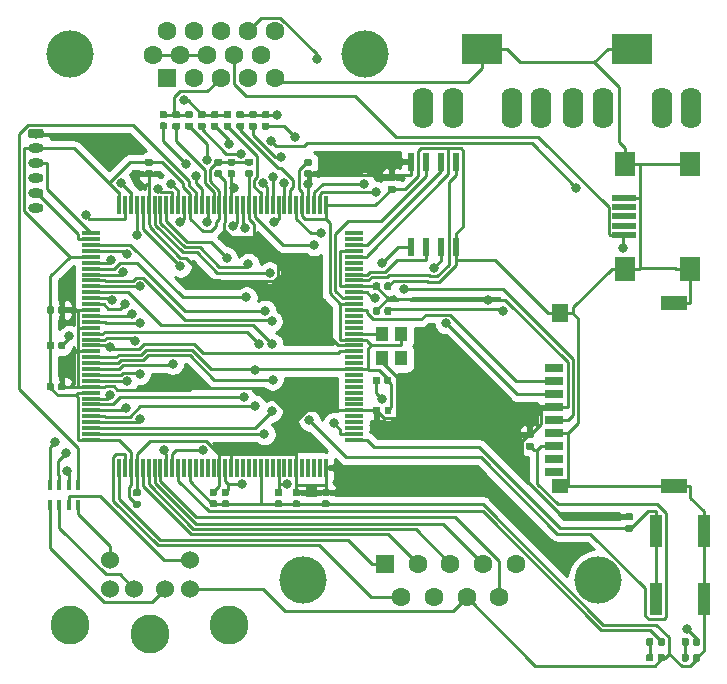
<source format=gbr>
G04 #@! TF.GenerationSoftware,KiCad,Pcbnew,5.1.1-8be2ce7~80~ubuntu18.10.1*
G04 #@! TF.CreationDate,2019-06-22T16:49:51+02:00*
G04 #@! TF.ProjectId,Spartan6,53706172-7461-46e3-962e-6b696361645f,rev?*
G04 #@! TF.SameCoordinates,Original*
G04 #@! TF.FileFunction,Copper,L1,Top*
G04 #@! TF.FilePolarity,Positive*
%FSLAX46Y46*%
G04 Gerber Fmt 4.6, Leading zero omitted, Abs format (unit mm)*
G04 Created by KiCad (PCBNEW 5.1.1-8be2ce7~80~ubuntu18.10.1) date 2019-06-22 16:49:51*
%MOMM*%
%LPD*%
G04 APERTURE LIST*
%ADD10C,0.100000*%
%ADD11C,0.590000*%
%ADD12R,1.600000X1.600000*%
%ADD13C,1.600000*%
%ADD14C,4.000000*%
%ADD15R,3.500000X2.500000*%
%ADD16O,1.750000X3.500000*%
%ADD17C,3.300000*%
%ADD18C,1.524000*%
%ADD19C,0.800000*%
%ADD20O,1.300000X0.800000*%
%ADD21R,0.580000X1.610000*%
%ADD22R,1.000000X2.750000*%
%ADD23R,0.425000X0.900000*%
%ADD24R,1.700000X2.000000*%
%ADD25R,2.000000X0.500000*%
%ADD26R,2.200000X1.200000*%
%ADD27R,1.400000X1.600000*%
%ADD28R,1.400000X1.200000*%
%ADD29R,1.600000X0.700000*%
%ADD30R,0.300000X1.600000*%
%ADD31R,1.600000X0.300000*%
%ADD32R,1.100000X1.300000*%
%ADD33C,0.250000*%
%ADD34C,0.254000*%
G04 APERTURE END LIST*
D10*
G36*
X89148158Y-90803210D02*
G01*
X89162476Y-90805334D01*
X89176517Y-90808851D01*
X89190146Y-90813728D01*
X89203231Y-90819917D01*
X89215647Y-90827358D01*
X89227273Y-90835981D01*
X89237998Y-90845702D01*
X89247719Y-90856427D01*
X89256342Y-90868053D01*
X89263783Y-90880469D01*
X89269972Y-90893554D01*
X89274849Y-90907183D01*
X89278366Y-90921224D01*
X89280490Y-90935542D01*
X89281200Y-90950000D01*
X89281200Y-91295000D01*
X89280490Y-91309458D01*
X89278366Y-91323776D01*
X89274849Y-91337817D01*
X89269972Y-91351446D01*
X89263783Y-91364531D01*
X89256342Y-91376947D01*
X89247719Y-91388573D01*
X89237998Y-91399298D01*
X89227273Y-91409019D01*
X89215647Y-91417642D01*
X89203231Y-91425083D01*
X89190146Y-91431272D01*
X89176517Y-91436149D01*
X89162476Y-91439666D01*
X89148158Y-91441790D01*
X89133700Y-91442500D01*
X88838700Y-91442500D01*
X88824242Y-91441790D01*
X88809924Y-91439666D01*
X88795883Y-91436149D01*
X88782254Y-91431272D01*
X88769169Y-91425083D01*
X88756753Y-91417642D01*
X88745127Y-91409019D01*
X88734402Y-91399298D01*
X88724681Y-91388573D01*
X88716058Y-91376947D01*
X88708617Y-91364531D01*
X88702428Y-91351446D01*
X88697551Y-91337817D01*
X88694034Y-91323776D01*
X88691910Y-91309458D01*
X88691200Y-91295000D01*
X88691200Y-90950000D01*
X88691910Y-90935542D01*
X88694034Y-90921224D01*
X88697551Y-90907183D01*
X88702428Y-90893554D01*
X88708617Y-90880469D01*
X88716058Y-90868053D01*
X88724681Y-90856427D01*
X88734402Y-90845702D01*
X88745127Y-90835981D01*
X88756753Y-90827358D01*
X88769169Y-90819917D01*
X88782254Y-90813728D01*
X88795883Y-90808851D01*
X88809924Y-90805334D01*
X88824242Y-90803210D01*
X88838700Y-90802500D01*
X89133700Y-90802500D01*
X89148158Y-90803210D01*
X89148158Y-90803210D01*
G37*
D11*
X88986200Y-91122500D03*
D10*
G36*
X88178158Y-90803210D02*
G01*
X88192476Y-90805334D01*
X88206517Y-90808851D01*
X88220146Y-90813728D01*
X88233231Y-90819917D01*
X88245647Y-90827358D01*
X88257273Y-90835981D01*
X88267998Y-90845702D01*
X88277719Y-90856427D01*
X88286342Y-90868053D01*
X88293783Y-90880469D01*
X88299972Y-90893554D01*
X88304849Y-90907183D01*
X88308366Y-90921224D01*
X88310490Y-90935542D01*
X88311200Y-90950000D01*
X88311200Y-91295000D01*
X88310490Y-91309458D01*
X88308366Y-91323776D01*
X88304849Y-91337817D01*
X88299972Y-91351446D01*
X88293783Y-91364531D01*
X88286342Y-91376947D01*
X88277719Y-91388573D01*
X88267998Y-91399298D01*
X88257273Y-91409019D01*
X88245647Y-91417642D01*
X88233231Y-91425083D01*
X88220146Y-91431272D01*
X88206517Y-91436149D01*
X88192476Y-91439666D01*
X88178158Y-91441790D01*
X88163700Y-91442500D01*
X87868700Y-91442500D01*
X87854242Y-91441790D01*
X87839924Y-91439666D01*
X87825883Y-91436149D01*
X87812254Y-91431272D01*
X87799169Y-91425083D01*
X87786753Y-91417642D01*
X87775127Y-91409019D01*
X87764402Y-91399298D01*
X87754681Y-91388573D01*
X87746058Y-91376947D01*
X87738617Y-91364531D01*
X87732428Y-91351446D01*
X87727551Y-91337817D01*
X87724034Y-91323776D01*
X87721910Y-91309458D01*
X87721200Y-91295000D01*
X87721200Y-90950000D01*
X87721910Y-90935542D01*
X87724034Y-90921224D01*
X87727551Y-90907183D01*
X87732428Y-90893554D01*
X87738617Y-90880469D01*
X87746058Y-90868053D01*
X87754681Y-90856427D01*
X87764402Y-90845702D01*
X87775127Y-90835981D01*
X87786753Y-90827358D01*
X87799169Y-90819917D01*
X87812254Y-90813728D01*
X87825883Y-90808851D01*
X87839924Y-90805334D01*
X87854242Y-90803210D01*
X87868700Y-90802500D01*
X88163700Y-90802500D01*
X88178158Y-90803210D01*
X88178158Y-90803210D01*
G37*
D11*
X88016200Y-91122500D03*
D10*
G36*
X86153558Y-90798110D02*
G01*
X86167876Y-90800234D01*
X86181917Y-90803751D01*
X86195546Y-90808628D01*
X86208631Y-90814817D01*
X86221047Y-90822258D01*
X86232673Y-90830881D01*
X86243398Y-90840602D01*
X86253119Y-90851327D01*
X86261742Y-90862953D01*
X86269183Y-90875369D01*
X86275372Y-90888454D01*
X86280249Y-90902083D01*
X86283766Y-90916124D01*
X86285890Y-90930442D01*
X86286600Y-90944900D01*
X86286600Y-91289900D01*
X86285890Y-91304358D01*
X86283766Y-91318676D01*
X86280249Y-91332717D01*
X86275372Y-91346346D01*
X86269183Y-91359431D01*
X86261742Y-91371847D01*
X86253119Y-91383473D01*
X86243398Y-91394198D01*
X86232673Y-91403919D01*
X86221047Y-91412542D01*
X86208631Y-91419983D01*
X86195546Y-91426172D01*
X86181917Y-91431049D01*
X86167876Y-91434566D01*
X86153558Y-91436690D01*
X86139100Y-91437400D01*
X85844100Y-91437400D01*
X85829642Y-91436690D01*
X85815324Y-91434566D01*
X85801283Y-91431049D01*
X85787654Y-91426172D01*
X85774569Y-91419983D01*
X85762153Y-91412542D01*
X85750527Y-91403919D01*
X85739802Y-91394198D01*
X85730081Y-91383473D01*
X85721458Y-91371847D01*
X85714017Y-91359431D01*
X85707828Y-91346346D01*
X85702951Y-91332717D01*
X85699434Y-91318676D01*
X85697310Y-91304358D01*
X85696600Y-91289900D01*
X85696600Y-90944900D01*
X85697310Y-90930442D01*
X85699434Y-90916124D01*
X85702951Y-90902083D01*
X85707828Y-90888454D01*
X85714017Y-90875369D01*
X85721458Y-90862953D01*
X85730081Y-90851327D01*
X85739802Y-90840602D01*
X85750527Y-90830881D01*
X85762153Y-90822258D01*
X85774569Y-90814817D01*
X85787654Y-90808628D01*
X85801283Y-90803751D01*
X85815324Y-90800234D01*
X85829642Y-90798110D01*
X85844100Y-90797400D01*
X86139100Y-90797400D01*
X86153558Y-90798110D01*
X86153558Y-90798110D01*
G37*
D11*
X85991600Y-91117400D03*
D10*
G36*
X85183558Y-90798110D02*
G01*
X85197876Y-90800234D01*
X85211917Y-90803751D01*
X85225546Y-90808628D01*
X85238631Y-90814817D01*
X85251047Y-90822258D01*
X85262673Y-90830881D01*
X85273398Y-90840602D01*
X85283119Y-90851327D01*
X85291742Y-90862953D01*
X85299183Y-90875369D01*
X85305372Y-90888454D01*
X85310249Y-90902083D01*
X85313766Y-90916124D01*
X85315890Y-90930442D01*
X85316600Y-90944900D01*
X85316600Y-91289900D01*
X85315890Y-91304358D01*
X85313766Y-91318676D01*
X85310249Y-91332717D01*
X85305372Y-91346346D01*
X85299183Y-91359431D01*
X85291742Y-91371847D01*
X85283119Y-91383473D01*
X85273398Y-91394198D01*
X85262673Y-91403919D01*
X85251047Y-91412542D01*
X85238631Y-91419983D01*
X85225546Y-91426172D01*
X85211917Y-91431049D01*
X85197876Y-91434566D01*
X85183558Y-91436690D01*
X85169100Y-91437400D01*
X84874100Y-91437400D01*
X84859642Y-91436690D01*
X84845324Y-91434566D01*
X84831283Y-91431049D01*
X84817654Y-91426172D01*
X84804569Y-91419983D01*
X84792153Y-91412542D01*
X84780527Y-91403919D01*
X84769802Y-91394198D01*
X84760081Y-91383473D01*
X84751458Y-91371847D01*
X84744017Y-91359431D01*
X84737828Y-91346346D01*
X84732951Y-91332717D01*
X84729434Y-91318676D01*
X84727310Y-91304358D01*
X84726600Y-91289900D01*
X84726600Y-90944900D01*
X84727310Y-90930442D01*
X84729434Y-90916124D01*
X84732951Y-90902083D01*
X84737828Y-90888454D01*
X84744017Y-90875369D01*
X84751458Y-90862953D01*
X84760081Y-90851327D01*
X84769802Y-90840602D01*
X84780527Y-90830881D01*
X84792153Y-90822258D01*
X84804569Y-90814817D01*
X84817654Y-90808628D01*
X84831283Y-90803751D01*
X84845324Y-90800234D01*
X84859642Y-90798110D01*
X84874100Y-90797400D01*
X85169100Y-90797400D01*
X85183558Y-90798110D01*
X85183558Y-90798110D01*
G37*
D11*
X85021600Y-91117400D03*
D10*
G36*
X88175658Y-92151910D02*
G01*
X88189976Y-92154034D01*
X88204017Y-92157551D01*
X88217646Y-92162428D01*
X88230731Y-92168617D01*
X88243147Y-92176058D01*
X88254773Y-92184681D01*
X88265498Y-92194402D01*
X88275219Y-92205127D01*
X88283842Y-92216753D01*
X88291283Y-92229169D01*
X88297472Y-92242254D01*
X88302349Y-92255883D01*
X88305866Y-92269924D01*
X88307990Y-92284242D01*
X88308700Y-92298700D01*
X88308700Y-92643700D01*
X88307990Y-92658158D01*
X88305866Y-92672476D01*
X88302349Y-92686517D01*
X88297472Y-92700146D01*
X88291283Y-92713231D01*
X88283842Y-92725647D01*
X88275219Y-92737273D01*
X88265498Y-92747998D01*
X88254773Y-92757719D01*
X88243147Y-92766342D01*
X88230731Y-92773783D01*
X88217646Y-92779972D01*
X88204017Y-92784849D01*
X88189976Y-92788366D01*
X88175658Y-92790490D01*
X88161200Y-92791200D01*
X87866200Y-92791200D01*
X87851742Y-92790490D01*
X87837424Y-92788366D01*
X87823383Y-92784849D01*
X87809754Y-92779972D01*
X87796669Y-92773783D01*
X87784253Y-92766342D01*
X87772627Y-92757719D01*
X87761902Y-92747998D01*
X87752181Y-92737273D01*
X87743558Y-92725647D01*
X87736117Y-92713231D01*
X87729928Y-92700146D01*
X87725051Y-92686517D01*
X87721534Y-92672476D01*
X87719410Y-92658158D01*
X87718700Y-92643700D01*
X87718700Y-92298700D01*
X87719410Y-92284242D01*
X87721534Y-92269924D01*
X87725051Y-92255883D01*
X87729928Y-92242254D01*
X87736117Y-92229169D01*
X87743558Y-92216753D01*
X87752181Y-92205127D01*
X87761902Y-92194402D01*
X87772627Y-92184681D01*
X87784253Y-92176058D01*
X87796669Y-92168617D01*
X87809754Y-92162428D01*
X87823383Y-92157551D01*
X87837424Y-92154034D01*
X87851742Y-92151910D01*
X87866200Y-92151200D01*
X88161200Y-92151200D01*
X88175658Y-92151910D01*
X88175658Y-92151910D01*
G37*
D11*
X88013700Y-92471200D03*
D10*
G36*
X89145658Y-92151910D02*
G01*
X89159976Y-92154034D01*
X89174017Y-92157551D01*
X89187646Y-92162428D01*
X89200731Y-92168617D01*
X89213147Y-92176058D01*
X89224773Y-92184681D01*
X89235498Y-92194402D01*
X89245219Y-92205127D01*
X89253842Y-92216753D01*
X89261283Y-92229169D01*
X89267472Y-92242254D01*
X89272349Y-92255883D01*
X89275866Y-92269924D01*
X89277990Y-92284242D01*
X89278700Y-92298700D01*
X89278700Y-92643700D01*
X89277990Y-92658158D01*
X89275866Y-92672476D01*
X89272349Y-92686517D01*
X89267472Y-92700146D01*
X89261283Y-92713231D01*
X89253842Y-92725647D01*
X89245219Y-92737273D01*
X89235498Y-92747998D01*
X89224773Y-92757719D01*
X89213147Y-92766342D01*
X89200731Y-92773783D01*
X89187646Y-92779972D01*
X89174017Y-92784849D01*
X89159976Y-92788366D01*
X89145658Y-92790490D01*
X89131200Y-92791200D01*
X88836200Y-92791200D01*
X88821742Y-92790490D01*
X88807424Y-92788366D01*
X88793383Y-92784849D01*
X88779754Y-92779972D01*
X88766669Y-92773783D01*
X88754253Y-92766342D01*
X88742627Y-92757719D01*
X88731902Y-92747998D01*
X88722181Y-92737273D01*
X88713558Y-92725647D01*
X88706117Y-92713231D01*
X88699928Y-92700146D01*
X88695051Y-92686517D01*
X88691534Y-92672476D01*
X88689410Y-92658158D01*
X88688700Y-92643700D01*
X88688700Y-92298700D01*
X88689410Y-92284242D01*
X88691534Y-92269924D01*
X88695051Y-92255883D01*
X88699928Y-92242254D01*
X88706117Y-92229169D01*
X88713558Y-92216753D01*
X88722181Y-92205127D01*
X88731902Y-92194402D01*
X88742627Y-92184681D01*
X88754253Y-92176058D01*
X88766669Y-92168617D01*
X88779754Y-92162428D01*
X88793383Y-92157551D01*
X88807424Y-92154034D01*
X88821742Y-92151910D01*
X88836200Y-92151200D01*
X89131200Y-92151200D01*
X89145658Y-92151910D01*
X89145658Y-92151910D01*
G37*
D11*
X88983700Y-92471200D03*
D10*
G36*
X85191158Y-92136710D02*
G01*
X85205476Y-92138834D01*
X85219517Y-92142351D01*
X85233146Y-92147228D01*
X85246231Y-92153417D01*
X85258647Y-92160858D01*
X85270273Y-92169481D01*
X85280998Y-92179202D01*
X85290719Y-92189927D01*
X85299342Y-92201553D01*
X85306783Y-92213969D01*
X85312972Y-92227054D01*
X85317849Y-92240683D01*
X85321366Y-92254724D01*
X85323490Y-92269042D01*
X85324200Y-92283500D01*
X85324200Y-92628500D01*
X85323490Y-92642958D01*
X85321366Y-92657276D01*
X85317849Y-92671317D01*
X85312972Y-92684946D01*
X85306783Y-92698031D01*
X85299342Y-92710447D01*
X85290719Y-92722073D01*
X85280998Y-92732798D01*
X85270273Y-92742519D01*
X85258647Y-92751142D01*
X85246231Y-92758583D01*
X85233146Y-92764772D01*
X85219517Y-92769649D01*
X85205476Y-92773166D01*
X85191158Y-92775290D01*
X85176700Y-92776000D01*
X84881700Y-92776000D01*
X84867242Y-92775290D01*
X84852924Y-92773166D01*
X84838883Y-92769649D01*
X84825254Y-92764772D01*
X84812169Y-92758583D01*
X84799753Y-92751142D01*
X84788127Y-92742519D01*
X84777402Y-92732798D01*
X84767681Y-92722073D01*
X84759058Y-92710447D01*
X84751617Y-92698031D01*
X84745428Y-92684946D01*
X84740551Y-92671317D01*
X84737034Y-92657276D01*
X84734910Y-92642958D01*
X84734200Y-92628500D01*
X84734200Y-92283500D01*
X84734910Y-92269042D01*
X84737034Y-92254724D01*
X84740551Y-92240683D01*
X84745428Y-92227054D01*
X84751617Y-92213969D01*
X84759058Y-92201553D01*
X84767681Y-92189927D01*
X84777402Y-92179202D01*
X84788127Y-92169481D01*
X84799753Y-92160858D01*
X84812169Y-92153417D01*
X84825254Y-92147228D01*
X84838883Y-92142351D01*
X84852924Y-92138834D01*
X84867242Y-92136710D01*
X84881700Y-92136000D01*
X85176700Y-92136000D01*
X85191158Y-92136710D01*
X85191158Y-92136710D01*
G37*
D11*
X85029200Y-92456000D03*
D10*
G36*
X86161158Y-92136710D02*
G01*
X86175476Y-92138834D01*
X86189517Y-92142351D01*
X86203146Y-92147228D01*
X86216231Y-92153417D01*
X86228647Y-92160858D01*
X86240273Y-92169481D01*
X86250998Y-92179202D01*
X86260719Y-92189927D01*
X86269342Y-92201553D01*
X86276783Y-92213969D01*
X86282972Y-92227054D01*
X86287849Y-92240683D01*
X86291366Y-92254724D01*
X86293490Y-92269042D01*
X86294200Y-92283500D01*
X86294200Y-92628500D01*
X86293490Y-92642958D01*
X86291366Y-92657276D01*
X86287849Y-92671317D01*
X86282972Y-92684946D01*
X86276783Y-92698031D01*
X86269342Y-92710447D01*
X86260719Y-92722073D01*
X86250998Y-92732798D01*
X86240273Y-92742519D01*
X86228647Y-92751142D01*
X86216231Y-92758583D01*
X86203146Y-92764772D01*
X86189517Y-92769649D01*
X86175476Y-92773166D01*
X86161158Y-92775290D01*
X86146700Y-92776000D01*
X85851700Y-92776000D01*
X85837242Y-92775290D01*
X85822924Y-92773166D01*
X85808883Y-92769649D01*
X85795254Y-92764772D01*
X85782169Y-92758583D01*
X85769753Y-92751142D01*
X85758127Y-92742519D01*
X85747402Y-92732798D01*
X85737681Y-92722073D01*
X85729058Y-92710447D01*
X85721617Y-92698031D01*
X85715428Y-92684946D01*
X85710551Y-92671317D01*
X85707034Y-92657276D01*
X85704910Y-92642958D01*
X85704200Y-92628500D01*
X85704200Y-92283500D01*
X85704910Y-92269042D01*
X85707034Y-92254724D01*
X85710551Y-92240683D01*
X85715428Y-92227054D01*
X85721617Y-92213969D01*
X85729058Y-92201553D01*
X85737681Y-92189927D01*
X85747402Y-92179202D01*
X85758127Y-92169481D01*
X85769753Y-92160858D01*
X85782169Y-92153417D01*
X85795254Y-92147228D01*
X85808883Y-92142351D01*
X85822924Y-92138834D01*
X85837242Y-92136710D01*
X85851700Y-92136000D01*
X86146700Y-92136000D01*
X86161158Y-92136710D01*
X86161158Y-92136710D01*
G37*
D11*
X85999200Y-92456000D03*
D12*
X62603400Y-84488000D03*
D13*
X65373400Y-84488000D03*
X68143400Y-84488000D03*
X70913400Y-84488000D03*
X73683400Y-84488000D03*
X63988400Y-87328000D03*
X66758400Y-87328000D03*
X69528400Y-87328000D03*
X72298400Y-87328000D03*
D14*
X55643400Y-85908000D03*
X80643400Y-85908000D03*
D15*
X83527900Y-40946500D03*
D16*
X88527900Y-45952500D03*
X78527900Y-45952500D03*
X86027900Y-45952500D03*
X81027900Y-45952500D03*
X68333000Y-45952500D03*
X73333000Y-45952500D03*
X65833000Y-45952500D03*
X75833000Y-45952500D03*
D15*
X70833000Y-40946500D03*
D12*
X44112200Y-43390800D03*
D13*
X46402200Y-43390800D03*
X48692200Y-43390800D03*
X50982200Y-43390800D03*
X53272200Y-43390800D03*
X42967200Y-41410800D03*
X45257200Y-41410800D03*
X47547200Y-41410800D03*
X49837200Y-41410800D03*
X52127200Y-41410800D03*
X44112200Y-39430800D03*
X46402200Y-39430800D03*
X48692200Y-39430800D03*
X50982200Y-39430800D03*
X53272200Y-39430800D03*
D14*
X60927200Y-41340800D03*
X35927200Y-41340800D03*
D17*
X42687200Y-90458600D03*
D18*
X43987200Y-86658600D03*
X41387200Y-86658600D03*
X46087200Y-84158600D03*
X46087200Y-86658600D03*
X39287200Y-84158600D03*
X39287200Y-86658600D03*
D17*
X35937200Y-89658600D03*
X49437200Y-89658600D03*
D10*
G36*
X33525203Y-47693363D02*
G01*
X33544618Y-47696243D01*
X33563657Y-47701012D01*
X33582137Y-47707624D01*
X33599879Y-47716016D01*
X33616714Y-47726106D01*
X33632479Y-47737798D01*
X33647021Y-47750979D01*
X33660202Y-47765521D01*
X33671894Y-47781286D01*
X33681984Y-47798121D01*
X33690376Y-47815863D01*
X33696988Y-47834343D01*
X33701757Y-47853382D01*
X33704637Y-47872797D01*
X33705600Y-47892400D01*
X33705600Y-48292400D01*
X33704637Y-48312003D01*
X33701757Y-48331418D01*
X33696988Y-48350457D01*
X33690376Y-48368937D01*
X33681984Y-48386679D01*
X33671894Y-48403514D01*
X33660202Y-48419279D01*
X33647021Y-48433821D01*
X33632479Y-48447002D01*
X33616714Y-48458694D01*
X33599879Y-48468784D01*
X33582137Y-48477176D01*
X33563657Y-48483788D01*
X33544618Y-48488557D01*
X33525203Y-48491437D01*
X33505600Y-48492400D01*
X32605600Y-48492400D01*
X32585997Y-48491437D01*
X32566582Y-48488557D01*
X32547543Y-48483788D01*
X32529063Y-48477176D01*
X32511321Y-48468784D01*
X32494486Y-48458694D01*
X32478721Y-48447002D01*
X32464179Y-48433821D01*
X32450998Y-48419279D01*
X32439306Y-48403514D01*
X32429216Y-48386679D01*
X32420824Y-48368937D01*
X32414212Y-48350457D01*
X32409443Y-48331418D01*
X32406563Y-48312003D01*
X32405600Y-48292400D01*
X32405600Y-47892400D01*
X32406563Y-47872797D01*
X32409443Y-47853382D01*
X32414212Y-47834343D01*
X32420824Y-47815863D01*
X32429216Y-47798121D01*
X32439306Y-47781286D01*
X32450998Y-47765521D01*
X32464179Y-47750979D01*
X32478721Y-47737798D01*
X32494486Y-47726106D01*
X32511321Y-47716016D01*
X32529063Y-47707624D01*
X32547543Y-47701012D01*
X32566582Y-47696243D01*
X32585997Y-47693363D01*
X32605600Y-47692400D01*
X33505600Y-47692400D01*
X33525203Y-47693363D01*
X33525203Y-47693363D01*
G37*
D19*
X33055600Y-48092400D03*
D20*
X33055600Y-49342400D03*
X33055600Y-50592400D03*
X33055600Y-51842400D03*
X33055600Y-53092400D03*
X33055600Y-54342400D03*
D21*
X64800500Y-57686700D03*
X66070500Y-57686700D03*
X67340500Y-57686700D03*
X68610500Y-57686700D03*
X68610500Y-50476700D03*
X67340500Y-50476700D03*
X66070500Y-50476700D03*
X64800500Y-50476700D03*
D22*
X85574100Y-81740100D03*
X85574100Y-87500100D03*
X89574100Y-87500100D03*
X89574100Y-81740100D03*
D23*
X36614100Y-79514700D03*
X35814100Y-79514700D03*
X35014100Y-79514700D03*
X34214100Y-79514700D03*
X34214100Y-77814700D03*
X35014100Y-77814700D03*
X35814100Y-77814700D03*
X36614100Y-77814700D03*
D10*
G36*
X53775858Y-78163910D02*
G01*
X53790176Y-78166034D01*
X53804217Y-78169551D01*
X53817846Y-78174428D01*
X53830931Y-78180617D01*
X53843347Y-78188058D01*
X53854973Y-78196681D01*
X53865698Y-78206402D01*
X53875419Y-78217127D01*
X53884042Y-78228753D01*
X53891483Y-78241169D01*
X53897672Y-78254254D01*
X53902549Y-78267883D01*
X53906066Y-78281924D01*
X53908190Y-78296242D01*
X53908900Y-78310700D01*
X53908900Y-78605700D01*
X53908190Y-78620158D01*
X53906066Y-78634476D01*
X53902549Y-78648517D01*
X53897672Y-78662146D01*
X53891483Y-78675231D01*
X53884042Y-78687647D01*
X53875419Y-78699273D01*
X53865698Y-78709998D01*
X53854973Y-78719719D01*
X53843347Y-78728342D01*
X53830931Y-78735783D01*
X53817846Y-78741972D01*
X53804217Y-78746849D01*
X53790176Y-78750366D01*
X53775858Y-78752490D01*
X53761400Y-78753200D01*
X53416400Y-78753200D01*
X53401942Y-78752490D01*
X53387624Y-78750366D01*
X53373583Y-78746849D01*
X53359954Y-78741972D01*
X53346869Y-78735783D01*
X53334453Y-78728342D01*
X53322827Y-78719719D01*
X53312102Y-78709998D01*
X53302381Y-78699273D01*
X53293758Y-78687647D01*
X53286317Y-78675231D01*
X53280128Y-78662146D01*
X53275251Y-78648517D01*
X53271734Y-78634476D01*
X53269610Y-78620158D01*
X53268900Y-78605700D01*
X53268900Y-78310700D01*
X53269610Y-78296242D01*
X53271734Y-78281924D01*
X53275251Y-78267883D01*
X53280128Y-78254254D01*
X53286317Y-78241169D01*
X53293758Y-78228753D01*
X53302381Y-78217127D01*
X53312102Y-78206402D01*
X53322827Y-78196681D01*
X53334453Y-78188058D01*
X53346869Y-78180617D01*
X53359954Y-78174428D01*
X53373583Y-78169551D01*
X53387624Y-78166034D01*
X53401942Y-78163910D01*
X53416400Y-78163200D01*
X53761400Y-78163200D01*
X53775858Y-78163910D01*
X53775858Y-78163910D01*
G37*
D11*
X53588900Y-78458200D03*
D10*
G36*
X53775858Y-79133910D02*
G01*
X53790176Y-79136034D01*
X53804217Y-79139551D01*
X53817846Y-79144428D01*
X53830931Y-79150617D01*
X53843347Y-79158058D01*
X53854973Y-79166681D01*
X53865698Y-79176402D01*
X53875419Y-79187127D01*
X53884042Y-79198753D01*
X53891483Y-79211169D01*
X53897672Y-79224254D01*
X53902549Y-79237883D01*
X53906066Y-79251924D01*
X53908190Y-79266242D01*
X53908900Y-79280700D01*
X53908900Y-79575700D01*
X53908190Y-79590158D01*
X53906066Y-79604476D01*
X53902549Y-79618517D01*
X53897672Y-79632146D01*
X53891483Y-79645231D01*
X53884042Y-79657647D01*
X53875419Y-79669273D01*
X53865698Y-79679998D01*
X53854973Y-79689719D01*
X53843347Y-79698342D01*
X53830931Y-79705783D01*
X53817846Y-79711972D01*
X53804217Y-79716849D01*
X53790176Y-79720366D01*
X53775858Y-79722490D01*
X53761400Y-79723200D01*
X53416400Y-79723200D01*
X53401942Y-79722490D01*
X53387624Y-79720366D01*
X53373583Y-79716849D01*
X53359954Y-79711972D01*
X53346869Y-79705783D01*
X53334453Y-79698342D01*
X53322827Y-79689719D01*
X53312102Y-79679998D01*
X53302381Y-79669273D01*
X53293758Y-79657647D01*
X53286317Y-79645231D01*
X53280128Y-79632146D01*
X53275251Y-79618517D01*
X53271734Y-79604476D01*
X53269610Y-79590158D01*
X53268900Y-79575700D01*
X53268900Y-79280700D01*
X53269610Y-79266242D01*
X53271734Y-79251924D01*
X53275251Y-79237883D01*
X53280128Y-79224254D01*
X53286317Y-79211169D01*
X53293758Y-79198753D01*
X53302381Y-79187127D01*
X53312102Y-79176402D01*
X53322827Y-79166681D01*
X53334453Y-79158058D01*
X53346869Y-79150617D01*
X53359954Y-79144428D01*
X53373583Y-79139551D01*
X53387624Y-79136034D01*
X53401942Y-79133910D01*
X53416400Y-79133200D01*
X53761400Y-79133200D01*
X53775858Y-79133910D01*
X53775858Y-79133910D01*
G37*
D11*
X53588900Y-79428200D03*
D10*
G36*
X41781958Y-79154310D02*
G01*
X41796276Y-79156434D01*
X41810317Y-79159951D01*
X41823946Y-79164828D01*
X41837031Y-79171017D01*
X41849447Y-79178458D01*
X41861073Y-79187081D01*
X41871798Y-79196802D01*
X41881519Y-79207527D01*
X41890142Y-79219153D01*
X41897583Y-79231569D01*
X41903772Y-79244654D01*
X41908649Y-79258283D01*
X41912166Y-79272324D01*
X41914290Y-79286642D01*
X41915000Y-79301100D01*
X41915000Y-79596100D01*
X41914290Y-79610558D01*
X41912166Y-79624876D01*
X41908649Y-79638917D01*
X41903772Y-79652546D01*
X41897583Y-79665631D01*
X41890142Y-79678047D01*
X41881519Y-79689673D01*
X41871798Y-79700398D01*
X41861073Y-79710119D01*
X41849447Y-79718742D01*
X41837031Y-79726183D01*
X41823946Y-79732372D01*
X41810317Y-79737249D01*
X41796276Y-79740766D01*
X41781958Y-79742890D01*
X41767500Y-79743600D01*
X41422500Y-79743600D01*
X41408042Y-79742890D01*
X41393724Y-79740766D01*
X41379683Y-79737249D01*
X41366054Y-79732372D01*
X41352969Y-79726183D01*
X41340553Y-79718742D01*
X41328927Y-79710119D01*
X41318202Y-79700398D01*
X41308481Y-79689673D01*
X41299858Y-79678047D01*
X41292417Y-79665631D01*
X41286228Y-79652546D01*
X41281351Y-79638917D01*
X41277834Y-79624876D01*
X41275710Y-79610558D01*
X41275000Y-79596100D01*
X41275000Y-79301100D01*
X41275710Y-79286642D01*
X41277834Y-79272324D01*
X41281351Y-79258283D01*
X41286228Y-79244654D01*
X41292417Y-79231569D01*
X41299858Y-79219153D01*
X41308481Y-79207527D01*
X41318202Y-79196802D01*
X41328927Y-79187081D01*
X41340553Y-79178458D01*
X41352969Y-79171017D01*
X41366054Y-79164828D01*
X41379683Y-79159951D01*
X41393724Y-79156434D01*
X41408042Y-79154310D01*
X41422500Y-79153600D01*
X41767500Y-79153600D01*
X41781958Y-79154310D01*
X41781958Y-79154310D01*
G37*
D11*
X41595000Y-79448600D03*
D10*
G36*
X41781958Y-78184310D02*
G01*
X41796276Y-78186434D01*
X41810317Y-78189951D01*
X41823946Y-78194828D01*
X41837031Y-78201017D01*
X41849447Y-78208458D01*
X41861073Y-78217081D01*
X41871798Y-78226802D01*
X41881519Y-78237527D01*
X41890142Y-78249153D01*
X41897583Y-78261569D01*
X41903772Y-78274654D01*
X41908649Y-78288283D01*
X41912166Y-78302324D01*
X41914290Y-78316642D01*
X41915000Y-78331100D01*
X41915000Y-78626100D01*
X41914290Y-78640558D01*
X41912166Y-78654876D01*
X41908649Y-78668917D01*
X41903772Y-78682546D01*
X41897583Y-78695631D01*
X41890142Y-78708047D01*
X41881519Y-78719673D01*
X41871798Y-78730398D01*
X41861073Y-78740119D01*
X41849447Y-78748742D01*
X41837031Y-78756183D01*
X41823946Y-78762372D01*
X41810317Y-78767249D01*
X41796276Y-78770766D01*
X41781958Y-78772890D01*
X41767500Y-78773600D01*
X41422500Y-78773600D01*
X41408042Y-78772890D01*
X41393724Y-78770766D01*
X41379683Y-78767249D01*
X41366054Y-78762372D01*
X41352969Y-78756183D01*
X41340553Y-78748742D01*
X41328927Y-78740119D01*
X41318202Y-78730398D01*
X41308481Y-78719673D01*
X41299858Y-78708047D01*
X41292417Y-78695631D01*
X41286228Y-78682546D01*
X41281351Y-78668917D01*
X41277834Y-78654876D01*
X41275710Y-78640558D01*
X41275000Y-78626100D01*
X41275000Y-78331100D01*
X41275710Y-78316642D01*
X41277834Y-78302324D01*
X41281351Y-78288283D01*
X41286228Y-78274654D01*
X41292417Y-78261569D01*
X41299858Y-78249153D01*
X41308481Y-78237527D01*
X41318202Y-78226802D01*
X41328927Y-78217081D01*
X41340553Y-78208458D01*
X41352969Y-78201017D01*
X41366054Y-78194828D01*
X41379683Y-78189951D01*
X41393724Y-78186434D01*
X41408042Y-78184310D01*
X41422500Y-78183600D01*
X41767500Y-78183600D01*
X41781958Y-78184310D01*
X41781958Y-78184310D01*
G37*
D11*
X41595000Y-78478600D03*
D10*
G36*
X48269158Y-78158910D02*
G01*
X48283476Y-78161034D01*
X48297517Y-78164551D01*
X48311146Y-78169428D01*
X48324231Y-78175617D01*
X48336647Y-78183058D01*
X48348273Y-78191681D01*
X48358998Y-78201402D01*
X48368719Y-78212127D01*
X48377342Y-78223753D01*
X48384783Y-78236169D01*
X48390972Y-78249254D01*
X48395849Y-78262883D01*
X48399366Y-78276924D01*
X48401490Y-78291242D01*
X48402200Y-78305700D01*
X48402200Y-78600700D01*
X48401490Y-78615158D01*
X48399366Y-78629476D01*
X48395849Y-78643517D01*
X48390972Y-78657146D01*
X48384783Y-78670231D01*
X48377342Y-78682647D01*
X48368719Y-78694273D01*
X48358998Y-78704998D01*
X48348273Y-78714719D01*
X48336647Y-78723342D01*
X48324231Y-78730783D01*
X48311146Y-78736972D01*
X48297517Y-78741849D01*
X48283476Y-78745366D01*
X48269158Y-78747490D01*
X48254700Y-78748200D01*
X47909700Y-78748200D01*
X47895242Y-78747490D01*
X47880924Y-78745366D01*
X47866883Y-78741849D01*
X47853254Y-78736972D01*
X47840169Y-78730783D01*
X47827753Y-78723342D01*
X47816127Y-78714719D01*
X47805402Y-78704998D01*
X47795681Y-78694273D01*
X47787058Y-78682647D01*
X47779617Y-78670231D01*
X47773428Y-78657146D01*
X47768551Y-78643517D01*
X47765034Y-78629476D01*
X47762910Y-78615158D01*
X47762200Y-78600700D01*
X47762200Y-78305700D01*
X47762910Y-78291242D01*
X47765034Y-78276924D01*
X47768551Y-78262883D01*
X47773428Y-78249254D01*
X47779617Y-78236169D01*
X47787058Y-78223753D01*
X47795681Y-78212127D01*
X47805402Y-78201402D01*
X47816127Y-78191681D01*
X47827753Y-78183058D01*
X47840169Y-78175617D01*
X47853254Y-78169428D01*
X47866883Y-78164551D01*
X47880924Y-78161034D01*
X47895242Y-78158910D01*
X47909700Y-78158200D01*
X48254700Y-78158200D01*
X48269158Y-78158910D01*
X48269158Y-78158910D01*
G37*
D11*
X48082200Y-78453200D03*
D10*
G36*
X48269158Y-79128910D02*
G01*
X48283476Y-79131034D01*
X48297517Y-79134551D01*
X48311146Y-79139428D01*
X48324231Y-79145617D01*
X48336647Y-79153058D01*
X48348273Y-79161681D01*
X48358998Y-79171402D01*
X48368719Y-79182127D01*
X48377342Y-79193753D01*
X48384783Y-79206169D01*
X48390972Y-79219254D01*
X48395849Y-79232883D01*
X48399366Y-79246924D01*
X48401490Y-79261242D01*
X48402200Y-79275700D01*
X48402200Y-79570700D01*
X48401490Y-79585158D01*
X48399366Y-79599476D01*
X48395849Y-79613517D01*
X48390972Y-79627146D01*
X48384783Y-79640231D01*
X48377342Y-79652647D01*
X48368719Y-79664273D01*
X48358998Y-79674998D01*
X48348273Y-79684719D01*
X48336647Y-79693342D01*
X48324231Y-79700783D01*
X48311146Y-79706972D01*
X48297517Y-79711849D01*
X48283476Y-79715366D01*
X48269158Y-79717490D01*
X48254700Y-79718200D01*
X47909700Y-79718200D01*
X47895242Y-79717490D01*
X47880924Y-79715366D01*
X47866883Y-79711849D01*
X47853254Y-79706972D01*
X47840169Y-79700783D01*
X47827753Y-79693342D01*
X47816127Y-79684719D01*
X47805402Y-79674998D01*
X47795681Y-79664273D01*
X47787058Y-79652647D01*
X47779617Y-79640231D01*
X47773428Y-79627146D01*
X47768551Y-79613517D01*
X47765034Y-79599476D01*
X47762910Y-79585158D01*
X47762200Y-79570700D01*
X47762200Y-79275700D01*
X47762910Y-79261242D01*
X47765034Y-79246924D01*
X47768551Y-79232883D01*
X47773428Y-79219254D01*
X47779617Y-79206169D01*
X47787058Y-79193753D01*
X47795681Y-79182127D01*
X47805402Y-79171402D01*
X47816127Y-79161681D01*
X47827753Y-79153058D01*
X47840169Y-79145617D01*
X47853254Y-79139428D01*
X47866883Y-79134551D01*
X47880924Y-79131034D01*
X47895242Y-79128910D01*
X47909700Y-79128200D01*
X48254700Y-79128200D01*
X48269158Y-79128910D01*
X48269158Y-79128910D01*
G37*
D11*
X48082200Y-79423200D03*
D10*
G36*
X51276558Y-50198510D02*
G01*
X51290876Y-50200634D01*
X51304917Y-50204151D01*
X51318546Y-50209028D01*
X51331631Y-50215217D01*
X51344047Y-50222658D01*
X51355673Y-50231281D01*
X51366398Y-50241002D01*
X51376119Y-50251727D01*
X51384742Y-50263353D01*
X51392183Y-50275769D01*
X51398372Y-50288854D01*
X51403249Y-50302483D01*
X51406766Y-50316524D01*
X51408890Y-50330842D01*
X51409600Y-50345300D01*
X51409600Y-50640300D01*
X51408890Y-50654758D01*
X51406766Y-50669076D01*
X51403249Y-50683117D01*
X51398372Y-50696746D01*
X51392183Y-50709831D01*
X51384742Y-50722247D01*
X51376119Y-50733873D01*
X51366398Y-50744598D01*
X51355673Y-50754319D01*
X51344047Y-50762942D01*
X51331631Y-50770383D01*
X51318546Y-50776572D01*
X51304917Y-50781449D01*
X51290876Y-50784966D01*
X51276558Y-50787090D01*
X51262100Y-50787800D01*
X50917100Y-50787800D01*
X50902642Y-50787090D01*
X50888324Y-50784966D01*
X50874283Y-50781449D01*
X50860654Y-50776572D01*
X50847569Y-50770383D01*
X50835153Y-50762942D01*
X50823527Y-50754319D01*
X50812802Y-50744598D01*
X50803081Y-50733873D01*
X50794458Y-50722247D01*
X50787017Y-50709831D01*
X50780828Y-50696746D01*
X50775951Y-50683117D01*
X50772434Y-50669076D01*
X50770310Y-50654758D01*
X50769600Y-50640300D01*
X50769600Y-50345300D01*
X50770310Y-50330842D01*
X50772434Y-50316524D01*
X50775951Y-50302483D01*
X50780828Y-50288854D01*
X50787017Y-50275769D01*
X50794458Y-50263353D01*
X50803081Y-50251727D01*
X50812802Y-50241002D01*
X50823527Y-50231281D01*
X50835153Y-50222658D01*
X50847569Y-50215217D01*
X50860654Y-50209028D01*
X50874283Y-50204151D01*
X50888324Y-50200634D01*
X50902642Y-50198510D01*
X50917100Y-50197800D01*
X51262100Y-50197800D01*
X51276558Y-50198510D01*
X51276558Y-50198510D01*
G37*
D11*
X51089600Y-50492800D03*
D10*
G36*
X51276558Y-51168510D02*
G01*
X51290876Y-51170634D01*
X51304917Y-51174151D01*
X51318546Y-51179028D01*
X51331631Y-51185217D01*
X51344047Y-51192658D01*
X51355673Y-51201281D01*
X51366398Y-51211002D01*
X51376119Y-51221727D01*
X51384742Y-51233353D01*
X51392183Y-51245769D01*
X51398372Y-51258854D01*
X51403249Y-51272483D01*
X51406766Y-51286524D01*
X51408890Y-51300842D01*
X51409600Y-51315300D01*
X51409600Y-51610300D01*
X51408890Y-51624758D01*
X51406766Y-51639076D01*
X51403249Y-51653117D01*
X51398372Y-51666746D01*
X51392183Y-51679831D01*
X51384742Y-51692247D01*
X51376119Y-51703873D01*
X51366398Y-51714598D01*
X51355673Y-51724319D01*
X51344047Y-51732942D01*
X51331631Y-51740383D01*
X51318546Y-51746572D01*
X51304917Y-51751449D01*
X51290876Y-51754966D01*
X51276558Y-51757090D01*
X51262100Y-51757800D01*
X50917100Y-51757800D01*
X50902642Y-51757090D01*
X50888324Y-51754966D01*
X50874283Y-51751449D01*
X50860654Y-51746572D01*
X50847569Y-51740383D01*
X50835153Y-51732942D01*
X50823527Y-51724319D01*
X50812802Y-51714598D01*
X50803081Y-51703873D01*
X50794458Y-51692247D01*
X50787017Y-51679831D01*
X50780828Y-51666746D01*
X50775951Y-51653117D01*
X50772434Y-51639076D01*
X50770310Y-51624758D01*
X50769600Y-51610300D01*
X50769600Y-51315300D01*
X50770310Y-51300842D01*
X50772434Y-51286524D01*
X50775951Y-51272483D01*
X50780828Y-51258854D01*
X50787017Y-51245769D01*
X50794458Y-51233353D01*
X50803081Y-51221727D01*
X50812802Y-51211002D01*
X50823527Y-51201281D01*
X50835153Y-51192658D01*
X50847569Y-51185217D01*
X50860654Y-51179028D01*
X50874283Y-51174151D01*
X50888324Y-51170634D01*
X50902642Y-51168510D01*
X50917100Y-51167800D01*
X51262100Y-51167800D01*
X51276558Y-51168510D01*
X51276558Y-51168510D01*
G37*
D11*
X51089600Y-51462800D03*
D10*
G36*
X49280058Y-78158910D02*
G01*
X49294376Y-78161034D01*
X49308417Y-78164551D01*
X49322046Y-78169428D01*
X49335131Y-78175617D01*
X49347547Y-78183058D01*
X49359173Y-78191681D01*
X49369898Y-78201402D01*
X49379619Y-78212127D01*
X49388242Y-78223753D01*
X49395683Y-78236169D01*
X49401872Y-78249254D01*
X49406749Y-78262883D01*
X49410266Y-78276924D01*
X49412390Y-78291242D01*
X49413100Y-78305700D01*
X49413100Y-78600700D01*
X49412390Y-78615158D01*
X49410266Y-78629476D01*
X49406749Y-78643517D01*
X49401872Y-78657146D01*
X49395683Y-78670231D01*
X49388242Y-78682647D01*
X49379619Y-78694273D01*
X49369898Y-78704998D01*
X49359173Y-78714719D01*
X49347547Y-78723342D01*
X49335131Y-78730783D01*
X49322046Y-78736972D01*
X49308417Y-78741849D01*
X49294376Y-78745366D01*
X49280058Y-78747490D01*
X49265600Y-78748200D01*
X48920600Y-78748200D01*
X48906142Y-78747490D01*
X48891824Y-78745366D01*
X48877783Y-78741849D01*
X48864154Y-78736972D01*
X48851069Y-78730783D01*
X48838653Y-78723342D01*
X48827027Y-78714719D01*
X48816302Y-78704998D01*
X48806581Y-78694273D01*
X48797958Y-78682647D01*
X48790517Y-78670231D01*
X48784328Y-78657146D01*
X48779451Y-78643517D01*
X48775934Y-78629476D01*
X48773810Y-78615158D01*
X48773100Y-78600700D01*
X48773100Y-78305700D01*
X48773810Y-78291242D01*
X48775934Y-78276924D01*
X48779451Y-78262883D01*
X48784328Y-78249254D01*
X48790517Y-78236169D01*
X48797958Y-78223753D01*
X48806581Y-78212127D01*
X48816302Y-78201402D01*
X48827027Y-78191681D01*
X48838653Y-78183058D01*
X48851069Y-78175617D01*
X48864154Y-78169428D01*
X48877783Y-78164551D01*
X48891824Y-78161034D01*
X48906142Y-78158910D01*
X48920600Y-78158200D01*
X49265600Y-78158200D01*
X49280058Y-78158910D01*
X49280058Y-78158910D01*
G37*
D11*
X49093100Y-78453200D03*
D10*
G36*
X49280058Y-79128910D02*
G01*
X49294376Y-79131034D01*
X49308417Y-79134551D01*
X49322046Y-79139428D01*
X49335131Y-79145617D01*
X49347547Y-79153058D01*
X49359173Y-79161681D01*
X49369898Y-79171402D01*
X49379619Y-79182127D01*
X49388242Y-79193753D01*
X49395683Y-79206169D01*
X49401872Y-79219254D01*
X49406749Y-79232883D01*
X49410266Y-79246924D01*
X49412390Y-79261242D01*
X49413100Y-79275700D01*
X49413100Y-79570700D01*
X49412390Y-79585158D01*
X49410266Y-79599476D01*
X49406749Y-79613517D01*
X49401872Y-79627146D01*
X49395683Y-79640231D01*
X49388242Y-79652647D01*
X49379619Y-79664273D01*
X49369898Y-79674998D01*
X49359173Y-79684719D01*
X49347547Y-79693342D01*
X49335131Y-79700783D01*
X49322046Y-79706972D01*
X49308417Y-79711849D01*
X49294376Y-79715366D01*
X49280058Y-79717490D01*
X49265600Y-79718200D01*
X48920600Y-79718200D01*
X48906142Y-79717490D01*
X48891824Y-79715366D01*
X48877783Y-79711849D01*
X48864154Y-79706972D01*
X48851069Y-79700783D01*
X48838653Y-79693342D01*
X48827027Y-79684719D01*
X48816302Y-79674998D01*
X48806581Y-79664273D01*
X48797958Y-79652647D01*
X48790517Y-79640231D01*
X48784328Y-79627146D01*
X48779451Y-79613517D01*
X48775934Y-79599476D01*
X48773810Y-79585158D01*
X48773100Y-79570700D01*
X48773100Y-79275700D01*
X48773810Y-79261242D01*
X48775934Y-79246924D01*
X48779451Y-79232883D01*
X48784328Y-79219254D01*
X48790517Y-79206169D01*
X48797958Y-79193753D01*
X48806581Y-79182127D01*
X48816302Y-79171402D01*
X48827027Y-79161681D01*
X48838653Y-79153058D01*
X48851069Y-79145617D01*
X48864154Y-79139428D01*
X48877783Y-79134551D01*
X48891824Y-79131034D01*
X48906142Y-79128910D01*
X48920600Y-79128200D01*
X49265600Y-79128200D01*
X49280058Y-79128910D01*
X49280058Y-79128910D01*
G37*
D11*
X49093100Y-79423200D03*
D10*
G36*
X55284658Y-79149210D02*
G01*
X55298976Y-79151334D01*
X55313017Y-79154851D01*
X55326646Y-79159728D01*
X55339731Y-79165917D01*
X55352147Y-79173358D01*
X55363773Y-79181981D01*
X55374498Y-79191702D01*
X55384219Y-79202427D01*
X55392842Y-79214053D01*
X55400283Y-79226469D01*
X55406472Y-79239554D01*
X55411349Y-79253183D01*
X55414866Y-79267224D01*
X55416990Y-79281542D01*
X55417700Y-79296000D01*
X55417700Y-79591000D01*
X55416990Y-79605458D01*
X55414866Y-79619776D01*
X55411349Y-79633817D01*
X55406472Y-79647446D01*
X55400283Y-79660531D01*
X55392842Y-79672947D01*
X55384219Y-79684573D01*
X55374498Y-79695298D01*
X55363773Y-79705019D01*
X55352147Y-79713642D01*
X55339731Y-79721083D01*
X55326646Y-79727272D01*
X55313017Y-79732149D01*
X55298976Y-79735666D01*
X55284658Y-79737790D01*
X55270200Y-79738500D01*
X54925200Y-79738500D01*
X54910742Y-79737790D01*
X54896424Y-79735666D01*
X54882383Y-79732149D01*
X54868754Y-79727272D01*
X54855669Y-79721083D01*
X54843253Y-79713642D01*
X54831627Y-79705019D01*
X54820902Y-79695298D01*
X54811181Y-79684573D01*
X54802558Y-79672947D01*
X54795117Y-79660531D01*
X54788928Y-79647446D01*
X54784051Y-79633817D01*
X54780534Y-79619776D01*
X54778410Y-79605458D01*
X54777700Y-79591000D01*
X54777700Y-79296000D01*
X54778410Y-79281542D01*
X54780534Y-79267224D01*
X54784051Y-79253183D01*
X54788928Y-79239554D01*
X54795117Y-79226469D01*
X54802558Y-79214053D01*
X54811181Y-79202427D01*
X54820902Y-79191702D01*
X54831627Y-79181981D01*
X54843253Y-79173358D01*
X54855669Y-79165917D01*
X54868754Y-79159728D01*
X54882383Y-79154851D01*
X54896424Y-79151334D01*
X54910742Y-79149210D01*
X54925200Y-79148500D01*
X55270200Y-79148500D01*
X55284658Y-79149210D01*
X55284658Y-79149210D01*
G37*
D11*
X55097700Y-79443500D03*
D10*
G36*
X55284658Y-78179210D02*
G01*
X55298976Y-78181334D01*
X55313017Y-78184851D01*
X55326646Y-78189728D01*
X55339731Y-78195917D01*
X55352147Y-78203358D01*
X55363773Y-78211981D01*
X55374498Y-78221702D01*
X55384219Y-78232427D01*
X55392842Y-78244053D01*
X55400283Y-78256469D01*
X55406472Y-78269554D01*
X55411349Y-78283183D01*
X55414866Y-78297224D01*
X55416990Y-78311542D01*
X55417700Y-78326000D01*
X55417700Y-78621000D01*
X55416990Y-78635458D01*
X55414866Y-78649776D01*
X55411349Y-78663817D01*
X55406472Y-78677446D01*
X55400283Y-78690531D01*
X55392842Y-78702947D01*
X55384219Y-78714573D01*
X55374498Y-78725298D01*
X55363773Y-78735019D01*
X55352147Y-78743642D01*
X55339731Y-78751083D01*
X55326646Y-78757272D01*
X55313017Y-78762149D01*
X55298976Y-78765666D01*
X55284658Y-78767790D01*
X55270200Y-78768500D01*
X54925200Y-78768500D01*
X54910742Y-78767790D01*
X54896424Y-78765666D01*
X54882383Y-78762149D01*
X54868754Y-78757272D01*
X54855669Y-78751083D01*
X54843253Y-78743642D01*
X54831627Y-78735019D01*
X54820902Y-78725298D01*
X54811181Y-78714573D01*
X54802558Y-78702947D01*
X54795117Y-78690531D01*
X54788928Y-78677446D01*
X54784051Y-78663817D01*
X54780534Y-78649776D01*
X54778410Y-78635458D01*
X54777700Y-78621000D01*
X54777700Y-78326000D01*
X54778410Y-78311542D01*
X54780534Y-78297224D01*
X54784051Y-78283183D01*
X54788928Y-78269554D01*
X54795117Y-78256469D01*
X54802558Y-78244053D01*
X54811181Y-78232427D01*
X54820902Y-78221702D01*
X54831627Y-78211981D01*
X54843253Y-78203358D01*
X54855669Y-78195917D01*
X54868754Y-78189728D01*
X54882383Y-78184851D01*
X54896424Y-78181334D01*
X54910742Y-78179210D01*
X54925200Y-78178500D01*
X55270200Y-78178500D01*
X55284658Y-78179210D01*
X55284658Y-78179210D01*
G37*
D11*
X55097700Y-78473500D03*
D10*
G36*
X48675558Y-51178710D02*
G01*
X48689876Y-51180834D01*
X48703917Y-51184351D01*
X48717546Y-51189228D01*
X48730631Y-51195417D01*
X48743047Y-51202858D01*
X48754673Y-51211481D01*
X48765398Y-51221202D01*
X48775119Y-51231927D01*
X48783742Y-51243553D01*
X48791183Y-51255969D01*
X48797372Y-51269054D01*
X48802249Y-51282683D01*
X48805766Y-51296724D01*
X48807890Y-51311042D01*
X48808600Y-51325500D01*
X48808600Y-51620500D01*
X48807890Y-51634958D01*
X48805766Y-51649276D01*
X48802249Y-51663317D01*
X48797372Y-51676946D01*
X48791183Y-51690031D01*
X48783742Y-51702447D01*
X48775119Y-51714073D01*
X48765398Y-51724798D01*
X48754673Y-51734519D01*
X48743047Y-51743142D01*
X48730631Y-51750583D01*
X48717546Y-51756772D01*
X48703917Y-51761649D01*
X48689876Y-51765166D01*
X48675558Y-51767290D01*
X48661100Y-51768000D01*
X48316100Y-51768000D01*
X48301642Y-51767290D01*
X48287324Y-51765166D01*
X48273283Y-51761649D01*
X48259654Y-51756772D01*
X48246569Y-51750583D01*
X48234153Y-51743142D01*
X48222527Y-51734519D01*
X48211802Y-51724798D01*
X48202081Y-51714073D01*
X48193458Y-51702447D01*
X48186017Y-51690031D01*
X48179828Y-51676946D01*
X48174951Y-51663317D01*
X48171434Y-51649276D01*
X48169310Y-51634958D01*
X48168600Y-51620500D01*
X48168600Y-51325500D01*
X48169310Y-51311042D01*
X48171434Y-51296724D01*
X48174951Y-51282683D01*
X48179828Y-51269054D01*
X48186017Y-51255969D01*
X48193458Y-51243553D01*
X48202081Y-51231927D01*
X48211802Y-51221202D01*
X48222527Y-51211481D01*
X48234153Y-51202858D01*
X48246569Y-51195417D01*
X48259654Y-51189228D01*
X48273283Y-51184351D01*
X48287324Y-51180834D01*
X48301642Y-51178710D01*
X48316100Y-51178000D01*
X48661100Y-51178000D01*
X48675558Y-51178710D01*
X48675558Y-51178710D01*
G37*
D11*
X48488600Y-51473000D03*
D10*
G36*
X48675558Y-50208710D02*
G01*
X48689876Y-50210834D01*
X48703917Y-50214351D01*
X48717546Y-50219228D01*
X48730631Y-50225417D01*
X48743047Y-50232858D01*
X48754673Y-50241481D01*
X48765398Y-50251202D01*
X48775119Y-50261927D01*
X48783742Y-50273553D01*
X48791183Y-50285969D01*
X48797372Y-50299054D01*
X48802249Y-50312683D01*
X48805766Y-50326724D01*
X48807890Y-50341042D01*
X48808600Y-50355500D01*
X48808600Y-50650500D01*
X48807890Y-50664958D01*
X48805766Y-50679276D01*
X48802249Y-50693317D01*
X48797372Y-50706946D01*
X48791183Y-50720031D01*
X48783742Y-50732447D01*
X48775119Y-50744073D01*
X48765398Y-50754798D01*
X48754673Y-50764519D01*
X48743047Y-50773142D01*
X48730631Y-50780583D01*
X48717546Y-50786772D01*
X48703917Y-50791649D01*
X48689876Y-50795166D01*
X48675558Y-50797290D01*
X48661100Y-50798000D01*
X48316100Y-50798000D01*
X48301642Y-50797290D01*
X48287324Y-50795166D01*
X48273283Y-50791649D01*
X48259654Y-50786772D01*
X48246569Y-50780583D01*
X48234153Y-50773142D01*
X48222527Y-50764519D01*
X48211802Y-50754798D01*
X48202081Y-50744073D01*
X48193458Y-50732447D01*
X48186017Y-50720031D01*
X48179828Y-50706946D01*
X48174951Y-50693317D01*
X48171434Y-50679276D01*
X48169310Y-50664958D01*
X48168600Y-50650500D01*
X48168600Y-50355500D01*
X48169310Y-50341042D01*
X48171434Y-50326724D01*
X48174951Y-50312683D01*
X48179828Y-50299054D01*
X48186017Y-50285969D01*
X48193458Y-50273553D01*
X48202081Y-50261927D01*
X48211802Y-50251202D01*
X48222527Y-50241481D01*
X48234153Y-50232858D01*
X48246569Y-50225417D01*
X48259654Y-50219228D01*
X48273283Y-50214351D01*
X48287324Y-50210834D01*
X48301642Y-50208710D01*
X48316100Y-50208000D01*
X48661100Y-50208000D01*
X48675558Y-50208710D01*
X48675558Y-50208710D01*
G37*
D11*
X48488600Y-50503000D03*
D10*
G36*
X56275258Y-50203610D02*
G01*
X56289576Y-50205734D01*
X56303617Y-50209251D01*
X56317246Y-50214128D01*
X56330331Y-50220317D01*
X56342747Y-50227758D01*
X56354373Y-50236381D01*
X56365098Y-50246102D01*
X56374819Y-50256827D01*
X56383442Y-50268453D01*
X56390883Y-50280869D01*
X56397072Y-50293954D01*
X56401949Y-50307583D01*
X56405466Y-50321624D01*
X56407590Y-50335942D01*
X56408300Y-50350400D01*
X56408300Y-50645400D01*
X56407590Y-50659858D01*
X56405466Y-50674176D01*
X56401949Y-50688217D01*
X56397072Y-50701846D01*
X56390883Y-50714931D01*
X56383442Y-50727347D01*
X56374819Y-50738973D01*
X56365098Y-50749698D01*
X56354373Y-50759419D01*
X56342747Y-50768042D01*
X56330331Y-50775483D01*
X56317246Y-50781672D01*
X56303617Y-50786549D01*
X56289576Y-50790066D01*
X56275258Y-50792190D01*
X56260800Y-50792900D01*
X55915800Y-50792900D01*
X55901342Y-50792190D01*
X55887024Y-50790066D01*
X55872983Y-50786549D01*
X55859354Y-50781672D01*
X55846269Y-50775483D01*
X55833853Y-50768042D01*
X55822227Y-50759419D01*
X55811502Y-50749698D01*
X55801781Y-50738973D01*
X55793158Y-50727347D01*
X55785717Y-50714931D01*
X55779528Y-50701846D01*
X55774651Y-50688217D01*
X55771134Y-50674176D01*
X55769010Y-50659858D01*
X55768300Y-50645400D01*
X55768300Y-50350400D01*
X55769010Y-50335942D01*
X55771134Y-50321624D01*
X55774651Y-50307583D01*
X55779528Y-50293954D01*
X55785717Y-50280869D01*
X55793158Y-50268453D01*
X55801781Y-50256827D01*
X55811502Y-50246102D01*
X55822227Y-50236381D01*
X55833853Y-50227758D01*
X55846269Y-50220317D01*
X55859354Y-50214128D01*
X55872983Y-50209251D01*
X55887024Y-50205734D01*
X55901342Y-50203610D01*
X55915800Y-50202900D01*
X56260800Y-50202900D01*
X56275258Y-50203610D01*
X56275258Y-50203610D01*
G37*
D11*
X56088300Y-50497900D03*
D10*
G36*
X56275258Y-51173610D02*
G01*
X56289576Y-51175734D01*
X56303617Y-51179251D01*
X56317246Y-51184128D01*
X56330331Y-51190317D01*
X56342747Y-51197758D01*
X56354373Y-51206381D01*
X56365098Y-51216102D01*
X56374819Y-51226827D01*
X56383442Y-51238453D01*
X56390883Y-51250869D01*
X56397072Y-51263954D01*
X56401949Y-51277583D01*
X56405466Y-51291624D01*
X56407590Y-51305942D01*
X56408300Y-51320400D01*
X56408300Y-51615400D01*
X56407590Y-51629858D01*
X56405466Y-51644176D01*
X56401949Y-51658217D01*
X56397072Y-51671846D01*
X56390883Y-51684931D01*
X56383442Y-51697347D01*
X56374819Y-51708973D01*
X56365098Y-51719698D01*
X56354373Y-51729419D01*
X56342747Y-51738042D01*
X56330331Y-51745483D01*
X56317246Y-51751672D01*
X56303617Y-51756549D01*
X56289576Y-51760066D01*
X56275258Y-51762190D01*
X56260800Y-51762900D01*
X55915800Y-51762900D01*
X55901342Y-51762190D01*
X55887024Y-51760066D01*
X55872983Y-51756549D01*
X55859354Y-51751672D01*
X55846269Y-51745483D01*
X55833853Y-51738042D01*
X55822227Y-51729419D01*
X55811502Y-51719698D01*
X55801781Y-51708973D01*
X55793158Y-51697347D01*
X55785717Y-51684931D01*
X55779528Y-51671846D01*
X55774651Y-51658217D01*
X55771134Y-51644176D01*
X55769010Y-51629858D01*
X55768300Y-51615400D01*
X55768300Y-51320400D01*
X55769010Y-51305942D01*
X55771134Y-51291624D01*
X55774651Y-51277583D01*
X55779528Y-51263954D01*
X55785717Y-51250869D01*
X55793158Y-51238453D01*
X55801781Y-51226827D01*
X55811502Y-51216102D01*
X55822227Y-51206381D01*
X55833853Y-51197758D01*
X55846269Y-51190317D01*
X55859354Y-51184128D01*
X55872983Y-51179251D01*
X55887024Y-51175734D01*
X55901342Y-51173610D01*
X55915800Y-51172900D01*
X56260800Y-51172900D01*
X56275258Y-51173610D01*
X56275258Y-51173610D01*
G37*
D11*
X56088300Y-51467900D03*
D10*
G36*
X42797958Y-51183810D02*
G01*
X42812276Y-51185934D01*
X42826317Y-51189451D01*
X42839946Y-51194328D01*
X42853031Y-51200517D01*
X42865447Y-51207958D01*
X42877073Y-51216581D01*
X42887798Y-51226302D01*
X42897519Y-51237027D01*
X42906142Y-51248653D01*
X42913583Y-51261069D01*
X42919772Y-51274154D01*
X42924649Y-51287783D01*
X42928166Y-51301824D01*
X42930290Y-51316142D01*
X42931000Y-51330600D01*
X42931000Y-51625600D01*
X42930290Y-51640058D01*
X42928166Y-51654376D01*
X42924649Y-51668417D01*
X42919772Y-51682046D01*
X42913583Y-51695131D01*
X42906142Y-51707547D01*
X42897519Y-51719173D01*
X42887798Y-51729898D01*
X42877073Y-51739619D01*
X42865447Y-51748242D01*
X42853031Y-51755683D01*
X42839946Y-51761872D01*
X42826317Y-51766749D01*
X42812276Y-51770266D01*
X42797958Y-51772390D01*
X42783500Y-51773100D01*
X42438500Y-51773100D01*
X42424042Y-51772390D01*
X42409724Y-51770266D01*
X42395683Y-51766749D01*
X42382054Y-51761872D01*
X42368969Y-51755683D01*
X42356553Y-51748242D01*
X42344927Y-51739619D01*
X42334202Y-51729898D01*
X42324481Y-51719173D01*
X42315858Y-51707547D01*
X42308417Y-51695131D01*
X42302228Y-51682046D01*
X42297351Y-51668417D01*
X42293834Y-51654376D01*
X42291710Y-51640058D01*
X42291000Y-51625600D01*
X42291000Y-51330600D01*
X42291710Y-51316142D01*
X42293834Y-51301824D01*
X42297351Y-51287783D01*
X42302228Y-51274154D01*
X42308417Y-51261069D01*
X42315858Y-51248653D01*
X42324481Y-51237027D01*
X42334202Y-51226302D01*
X42344927Y-51216581D01*
X42356553Y-51207958D01*
X42368969Y-51200517D01*
X42382054Y-51194328D01*
X42395683Y-51189451D01*
X42409724Y-51185934D01*
X42424042Y-51183810D01*
X42438500Y-51183100D01*
X42783500Y-51183100D01*
X42797958Y-51183810D01*
X42797958Y-51183810D01*
G37*
D11*
X42611000Y-51478100D03*
D10*
G36*
X42797958Y-50213810D02*
G01*
X42812276Y-50215934D01*
X42826317Y-50219451D01*
X42839946Y-50224328D01*
X42853031Y-50230517D01*
X42865447Y-50237958D01*
X42877073Y-50246581D01*
X42887798Y-50256302D01*
X42897519Y-50267027D01*
X42906142Y-50278653D01*
X42913583Y-50291069D01*
X42919772Y-50304154D01*
X42924649Y-50317783D01*
X42928166Y-50331824D01*
X42930290Y-50346142D01*
X42931000Y-50360600D01*
X42931000Y-50655600D01*
X42930290Y-50670058D01*
X42928166Y-50684376D01*
X42924649Y-50698417D01*
X42919772Y-50712046D01*
X42913583Y-50725131D01*
X42906142Y-50737547D01*
X42897519Y-50749173D01*
X42887798Y-50759898D01*
X42877073Y-50769619D01*
X42865447Y-50778242D01*
X42853031Y-50785683D01*
X42839946Y-50791872D01*
X42826317Y-50796749D01*
X42812276Y-50800266D01*
X42797958Y-50802390D01*
X42783500Y-50803100D01*
X42438500Y-50803100D01*
X42424042Y-50802390D01*
X42409724Y-50800266D01*
X42395683Y-50796749D01*
X42382054Y-50791872D01*
X42368969Y-50785683D01*
X42356553Y-50778242D01*
X42344927Y-50769619D01*
X42334202Y-50759898D01*
X42324481Y-50749173D01*
X42315858Y-50737547D01*
X42308417Y-50725131D01*
X42302228Y-50712046D01*
X42297351Y-50698417D01*
X42293834Y-50684376D01*
X42291710Y-50670058D01*
X42291000Y-50655600D01*
X42291000Y-50360600D01*
X42291710Y-50346142D01*
X42293834Y-50331824D01*
X42297351Y-50317783D01*
X42302228Y-50304154D01*
X42308417Y-50291069D01*
X42315858Y-50278653D01*
X42324481Y-50267027D01*
X42334202Y-50256302D01*
X42344927Y-50246581D01*
X42356553Y-50237958D01*
X42368969Y-50230517D01*
X42382054Y-50224328D01*
X42395683Y-50219451D01*
X42409724Y-50215934D01*
X42424042Y-50213810D01*
X42438500Y-50213100D01*
X42783500Y-50213100D01*
X42797958Y-50213810D01*
X42797958Y-50213810D01*
G37*
D11*
X42611000Y-50508100D03*
D10*
G36*
X63019158Y-68672210D02*
G01*
X63033476Y-68674334D01*
X63047517Y-68677851D01*
X63061146Y-68682728D01*
X63074231Y-68688917D01*
X63086647Y-68696358D01*
X63098273Y-68704981D01*
X63108998Y-68714702D01*
X63118719Y-68725427D01*
X63127342Y-68737053D01*
X63134783Y-68749469D01*
X63140972Y-68762554D01*
X63145849Y-68776183D01*
X63149366Y-68790224D01*
X63151490Y-68804542D01*
X63152200Y-68819000D01*
X63152200Y-69164000D01*
X63151490Y-69178458D01*
X63149366Y-69192776D01*
X63145849Y-69206817D01*
X63140972Y-69220446D01*
X63134783Y-69233531D01*
X63127342Y-69245947D01*
X63118719Y-69257573D01*
X63108998Y-69268298D01*
X63098273Y-69278019D01*
X63086647Y-69286642D01*
X63074231Y-69294083D01*
X63061146Y-69300272D01*
X63047517Y-69305149D01*
X63033476Y-69308666D01*
X63019158Y-69310790D01*
X63004700Y-69311500D01*
X62709700Y-69311500D01*
X62695242Y-69310790D01*
X62680924Y-69308666D01*
X62666883Y-69305149D01*
X62653254Y-69300272D01*
X62640169Y-69294083D01*
X62627753Y-69286642D01*
X62616127Y-69278019D01*
X62605402Y-69268298D01*
X62595681Y-69257573D01*
X62587058Y-69245947D01*
X62579617Y-69233531D01*
X62573428Y-69220446D01*
X62568551Y-69206817D01*
X62565034Y-69192776D01*
X62562910Y-69178458D01*
X62562200Y-69164000D01*
X62562200Y-68819000D01*
X62562910Y-68804542D01*
X62565034Y-68790224D01*
X62568551Y-68776183D01*
X62573428Y-68762554D01*
X62579617Y-68749469D01*
X62587058Y-68737053D01*
X62595681Y-68725427D01*
X62605402Y-68714702D01*
X62616127Y-68704981D01*
X62627753Y-68696358D01*
X62640169Y-68688917D01*
X62653254Y-68682728D01*
X62666883Y-68677851D01*
X62680924Y-68674334D01*
X62695242Y-68672210D01*
X62709700Y-68671500D01*
X63004700Y-68671500D01*
X63019158Y-68672210D01*
X63019158Y-68672210D01*
G37*
D11*
X62857200Y-68991500D03*
D10*
G36*
X62049158Y-68672210D02*
G01*
X62063476Y-68674334D01*
X62077517Y-68677851D01*
X62091146Y-68682728D01*
X62104231Y-68688917D01*
X62116647Y-68696358D01*
X62128273Y-68704981D01*
X62138998Y-68714702D01*
X62148719Y-68725427D01*
X62157342Y-68737053D01*
X62164783Y-68749469D01*
X62170972Y-68762554D01*
X62175849Y-68776183D01*
X62179366Y-68790224D01*
X62181490Y-68804542D01*
X62182200Y-68819000D01*
X62182200Y-69164000D01*
X62181490Y-69178458D01*
X62179366Y-69192776D01*
X62175849Y-69206817D01*
X62170972Y-69220446D01*
X62164783Y-69233531D01*
X62157342Y-69245947D01*
X62148719Y-69257573D01*
X62138998Y-69268298D01*
X62128273Y-69278019D01*
X62116647Y-69286642D01*
X62104231Y-69294083D01*
X62091146Y-69300272D01*
X62077517Y-69305149D01*
X62063476Y-69308666D01*
X62049158Y-69310790D01*
X62034700Y-69311500D01*
X61739700Y-69311500D01*
X61725242Y-69310790D01*
X61710924Y-69308666D01*
X61696883Y-69305149D01*
X61683254Y-69300272D01*
X61670169Y-69294083D01*
X61657753Y-69286642D01*
X61646127Y-69278019D01*
X61635402Y-69268298D01*
X61625681Y-69257573D01*
X61617058Y-69245947D01*
X61609617Y-69233531D01*
X61603428Y-69220446D01*
X61598551Y-69206817D01*
X61595034Y-69192776D01*
X61592910Y-69178458D01*
X61592200Y-69164000D01*
X61592200Y-68819000D01*
X61592910Y-68804542D01*
X61595034Y-68790224D01*
X61598551Y-68776183D01*
X61603428Y-68762554D01*
X61609617Y-68749469D01*
X61617058Y-68737053D01*
X61625681Y-68725427D01*
X61635402Y-68714702D01*
X61646127Y-68704981D01*
X61657753Y-68696358D01*
X61670169Y-68688917D01*
X61683254Y-68682728D01*
X61696883Y-68677851D01*
X61710924Y-68674334D01*
X61725242Y-68672210D01*
X61739700Y-68671500D01*
X62034700Y-68671500D01*
X62049158Y-68672210D01*
X62049158Y-68672210D01*
G37*
D11*
X61887200Y-68991500D03*
D10*
G36*
X62054258Y-71191910D02*
G01*
X62068576Y-71194034D01*
X62082617Y-71197551D01*
X62096246Y-71202428D01*
X62109331Y-71208617D01*
X62121747Y-71216058D01*
X62133373Y-71224681D01*
X62144098Y-71234402D01*
X62153819Y-71245127D01*
X62162442Y-71256753D01*
X62169883Y-71269169D01*
X62176072Y-71282254D01*
X62180949Y-71295883D01*
X62184466Y-71309924D01*
X62186590Y-71324242D01*
X62187300Y-71338700D01*
X62187300Y-71683700D01*
X62186590Y-71698158D01*
X62184466Y-71712476D01*
X62180949Y-71726517D01*
X62176072Y-71740146D01*
X62169883Y-71753231D01*
X62162442Y-71765647D01*
X62153819Y-71777273D01*
X62144098Y-71787998D01*
X62133373Y-71797719D01*
X62121747Y-71806342D01*
X62109331Y-71813783D01*
X62096246Y-71819972D01*
X62082617Y-71824849D01*
X62068576Y-71828366D01*
X62054258Y-71830490D01*
X62039800Y-71831200D01*
X61744800Y-71831200D01*
X61730342Y-71830490D01*
X61716024Y-71828366D01*
X61701983Y-71824849D01*
X61688354Y-71819972D01*
X61675269Y-71813783D01*
X61662853Y-71806342D01*
X61651227Y-71797719D01*
X61640502Y-71787998D01*
X61630781Y-71777273D01*
X61622158Y-71765647D01*
X61614717Y-71753231D01*
X61608528Y-71740146D01*
X61603651Y-71726517D01*
X61600134Y-71712476D01*
X61598010Y-71698158D01*
X61597300Y-71683700D01*
X61597300Y-71338700D01*
X61598010Y-71324242D01*
X61600134Y-71309924D01*
X61603651Y-71295883D01*
X61608528Y-71282254D01*
X61614717Y-71269169D01*
X61622158Y-71256753D01*
X61630781Y-71245127D01*
X61640502Y-71234402D01*
X61651227Y-71224681D01*
X61662853Y-71216058D01*
X61675269Y-71208617D01*
X61688354Y-71202428D01*
X61701983Y-71197551D01*
X61716024Y-71194034D01*
X61730342Y-71191910D01*
X61744800Y-71191200D01*
X62039800Y-71191200D01*
X62054258Y-71191910D01*
X62054258Y-71191910D01*
G37*
D11*
X61892300Y-71511200D03*
D10*
G36*
X63024258Y-71191910D02*
G01*
X63038576Y-71194034D01*
X63052617Y-71197551D01*
X63066246Y-71202428D01*
X63079331Y-71208617D01*
X63091747Y-71216058D01*
X63103373Y-71224681D01*
X63114098Y-71234402D01*
X63123819Y-71245127D01*
X63132442Y-71256753D01*
X63139883Y-71269169D01*
X63146072Y-71282254D01*
X63150949Y-71295883D01*
X63154466Y-71309924D01*
X63156590Y-71324242D01*
X63157300Y-71338700D01*
X63157300Y-71683700D01*
X63156590Y-71698158D01*
X63154466Y-71712476D01*
X63150949Y-71726517D01*
X63146072Y-71740146D01*
X63139883Y-71753231D01*
X63132442Y-71765647D01*
X63123819Y-71777273D01*
X63114098Y-71787998D01*
X63103373Y-71797719D01*
X63091747Y-71806342D01*
X63079331Y-71813783D01*
X63066246Y-71819972D01*
X63052617Y-71824849D01*
X63038576Y-71828366D01*
X63024258Y-71830490D01*
X63009800Y-71831200D01*
X62714800Y-71831200D01*
X62700342Y-71830490D01*
X62686024Y-71828366D01*
X62671983Y-71824849D01*
X62658354Y-71819972D01*
X62645269Y-71813783D01*
X62632853Y-71806342D01*
X62621227Y-71797719D01*
X62610502Y-71787998D01*
X62600781Y-71777273D01*
X62592158Y-71765647D01*
X62584717Y-71753231D01*
X62578528Y-71740146D01*
X62573651Y-71726517D01*
X62570134Y-71712476D01*
X62568010Y-71698158D01*
X62567300Y-71683700D01*
X62567300Y-71338700D01*
X62568010Y-71324242D01*
X62570134Y-71309924D01*
X62573651Y-71295883D01*
X62578528Y-71282254D01*
X62584717Y-71269169D01*
X62592158Y-71256753D01*
X62600781Y-71245127D01*
X62610502Y-71234402D01*
X62621227Y-71224681D01*
X62632853Y-71216058D01*
X62645269Y-71208617D01*
X62658354Y-71202428D01*
X62671983Y-71197551D01*
X62686024Y-71194034D01*
X62700342Y-71191910D01*
X62714800Y-71191200D01*
X63009800Y-71191200D01*
X63024258Y-71191910D01*
X63024258Y-71191910D01*
G37*
D11*
X62862300Y-71511200D03*
D10*
G36*
X34439358Y-62698110D02*
G01*
X34453676Y-62700234D01*
X34467717Y-62703751D01*
X34481346Y-62708628D01*
X34494431Y-62714817D01*
X34506847Y-62722258D01*
X34518473Y-62730881D01*
X34529198Y-62740602D01*
X34538919Y-62751327D01*
X34547542Y-62762953D01*
X34554983Y-62775369D01*
X34561172Y-62788454D01*
X34566049Y-62802083D01*
X34569566Y-62816124D01*
X34571690Y-62830442D01*
X34572400Y-62844900D01*
X34572400Y-63189900D01*
X34571690Y-63204358D01*
X34569566Y-63218676D01*
X34566049Y-63232717D01*
X34561172Y-63246346D01*
X34554983Y-63259431D01*
X34547542Y-63271847D01*
X34538919Y-63283473D01*
X34529198Y-63294198D01*
X34518473Y-63303919D01*
X34506847Y-63312542D01*
X34494431Y-63319983D01*
X34481346Y-63326172D01*
X34467717Y-63331049D01*
X34453676Y-63334566D01*
X34439358Y-63336690D01*
X34424900Y-63337400D01*
X34129900Y-63337400D01*
X34115442Y-63336690D01*
X34101124Y-63334566D01*
X34087083Y-63331049D01*
X34073454Y-63326172D01*
X34060369Y-63319983D01*
X34047953Y-63312542D01*
X34036327Y-63303919D01*
X34025602Y-63294198D01*
X34015881Y-63283473D01*
X34007258Y-63271847D01*
X33999817Y-63259431D01*
X33993628Y-63246346D01*
X33988751Y-63232717D01*
X33985234Y-63218676D01*
X33983110Y-63204358D01*
X33982400Y-63189900D01*
X33982400Y-62844900D01*
X33983110Y-62830442D01*
X33985234Y-62816124D01*
X33988751Y-62802083D01*
X33993628Y-62788454D01*
X33999817Y-62775369D01*
X34007258Y-62762953D01*
X34015881Y-62751327D01*
X34025602Y-62740602D01*
X34036327Y-62730881D01*
X34047953Y-62722258D01*
X34060369Y-62714817D01*
X34073454Y-62708628D01*
X34087083Y-62703751D01*
X34101124Y-62700234D01*
X34115442Y-62698110D01*
X34129900Y-62697400D01*
X34424900Y-62697400D01*
X34439358Y-62698110D01*
X34439358Y-62698110D01*
G37*
D11*
X34277400Y-63017400D03*
D10*
G36*
X35409358Y-62698110D02*
G01*
X35423676Y-62700234D01*
X35437717Y-62703751D01*
X35451346Y-62708628D01*
X35464431Y-62714817D01*
X35476847Y-62722258D01*
X35488473Y-62730881D01*
X35499198Y-62740602D01*
X35508919Y-62751327D01*
X35517542Y-62762953D01*
X35524983Y-62775369D01*
X35531172Y-62788454D01*
X35536049Y-62802083D01*
X35539566Y-62816124D01*
X35541690Y-62830442D01*
X35542400Y-62844900D01*
X35542400Y-63189900D01*
X35541690Y-63204358D01*
X35539566Y-63218676D01*
X35536049Y-63232717D01*
X35531172Y-63246346D01*
X35524983Y-63259431D01*
X35517542Y-63271847D01*
X35508919Y-63283473D01*
X35499198Y-63294198D01*
X35488473Y-63303919D01*
X35476847Y-63312542D01*
X35464431Y-63319983D01*
X35451346Y-63326172D01*
X35437717Y-63331049D01*
X35423676Y-63334566D01*
X35409358Y-63336690D01*
X35394900Y-63337400D01*
X35099900Y-63337400D01*
X35085442Y-63336690D01*
X35071124Y-63334566D01*
X35057083Y-63331049D01*
X35043454Y-63326172D01*
X35030369Y-63319983D01*
X35017953Y-63312542D01*
X35006327Y-63303919D01*
X34995602Y-63294198D01*
X34985881Y-63283473D01*
X34977258Y-63271847D01*
X34969817Y-63259431D01*
X34963628Y-63246346D01*
X34958751Y-63232717D01*
X34955234Y-63218676D01*
X34953110Y-63204358D01*
X34952400Y-63189900D01*
X34952400Y-62844900D01*
X34953110Y-62830442D01*
X34955234Y-62816124D01*
X34958751Y-62802083D01*
X34963628Y-62788454D01*
X34969817Y-62775369D01*
X34977258Y-62762953D01*
X34985881Y-62751327D01*
X34995602Y-62740602D01*
X35006327Y-62730881D01*
X35017953Y-62722258D01*
X35030369Y-62714817D01*
X35043454Y-62708628D01*
X35057083Y-62703751D01*
X35071124Y-62700234D01*
X35085442Y-62698110D01*
X35099900Y-62697400D01*
X35394900Y-62697400D01*
X35409358Y-62698110D01*
X35409358Y-62698110D01*
G37*
D11*
X35247400Y-63017400D03*
D10*
G36*
X49782958Y-51173610D02*
G01*
X49797276Y-51175734D01*
X49811317Y-51179251D01*
X49824946Y-51184128D01*
X49838031Y-51190317D01*
X49850447Y-51197758D01*
X49862073Y-51206381D01*
X49872798Y-51216102D01*
X49882519Y-51226827D01*
X49891142Y-51238453D01*
X49898583Y-51250869D01*
X49904772Y-51263954D01*
X49909649Y-51277583D01*
X49913166Y-51291624D01*
X49915290Y-51305942D01*
X49916000Y-51320400D01*
X49916000Y-51615400D01*
X49915290Y-51629858D01*
X49913166Y-51644176D01*
X49909649Y-51658217D01*
X49904772Y-51671846D01*
X49898583Y-51684931D01*
X49891142Y-51697347D01*
X49882519Y-51708973D01*
X49872798Y-51719698D01*
X49862073Y-51729419D01*
X49850447Y-51738042D01*
X49838031Y-51745483D01*
X49824946Y-51751672D01*
X49811317Y-51756549D01*
X49797276Y-51760066D01*
X49782958Y-51762190D01*
X49768500Y-51762900D01*
X49423500Y-51762900D01*
X49409042Y-51762190D01*
X49394724Y-51760066D01*
X49380683Y-51756549D01*
X49367054Y-51751672D01*
X49353969Y-51745483D01*
X49341553Y-51738042D01*
X49329927Y-51729419D01*
X49319202Y-51719698D01*
X49309481Y-51708973D01*
X49300858Y-51697347D01*
X49293417Y-51684931D01*
X49287228Y-51671846D01*
X49282351Y-51658217D01*
X49278834Y-51644176D01*
X49276710Y-51629858D01*
X49276000Y-51615400D01*
X49276000Y-51320400D01*
X49276710Y-51305942D01*
X49278834Y-51291624D01*
X49282351Y-51277583D01*
X49287228Y-51263954D01*
X49293417Y-51250869D01*
X49300858Y-51238453D01*
X49309481Y-51226827D01*
X49319202Y-51216102D01*
X49329927Y-51206381D01*
X49341553Y-51197758D01*
X49353969Y-51190317D01*
X49367054Y-51184128D01*
X49380683Y-51179251D01*
X49394724Y-51175734D01*
X49409042Y-51173610D01*
X49423500Y-51172900D01*
X49768500Y-51172900D01*
X49782958Y-51173610D01*
X49782958Y-51173610D01*
G37*
D11*
X49596000Y-51467900D03*
D10*
G36*
X49782958Y-50203610D02*
G01*
X49797276Y-50205734D01*
X49811317Y-50209251D01*
X49824946Y-50214128D01*
X49838031Y-50220317D01*
X49850447Y-50227758D01*
X49862073Y-50236381D01*
X49872798Y-50246102D01*
X49882519Y-50256827D01*
X49891142Y-50268453D01*
X49898583Y-50280869D01*
X49904772Y-50293954D01*
X49909649Y-50307583D01*
X49913166Y-50321624D01*
X49915290Y-50335942D01*
X49916000Y-50350400D01*
X49916000Y-50645400D01*
X49915290Y-50659858D01*
X49913166Y-50674176D01*
X49909649Y-50688217D01*
X49904772Y-50701846D01*
X49898583Y-50714931D01*
X49891142Y-50727347D01*
X49882519Y-50738973D01*
X49872798Y-50749698D01*
X49862073Y-50759419D01*
X49850447Y-50768042D01*
X49838031Y-50775483D01*
X49824946Y-50781672D01*
X49811317Y-50786549D01*
X49797276Y-50790066D01*
X49782958Y-50792190D01*
X49768500Y-50792900D01*
X49423500Y-50792900D01*
X49409042Y-50792190D01*
X49394724Y-50790066D01*
X49380683Y-50786549D01*
X49367054Y-50781672D01*
X49353969Y-50775483D01*
X49341553Y-50768042D01*
X49329927Y-50759419D01*
X49319202Y-50749698D01*
X49309481Y-50738973D01*
X49300858Y-50727347D01*
X49293417Y-50714931D01*
X49287228Y-50701846D01*
X49282351Y-50688217D01*
X49278834Y-50674176D01*
X49276710Y-50659858D01*
X49276000Y-50645400D01*
X49276000Y-50350400D01*
X49276710Y-50335942D01*
X49278834Y-50321624D01*
X49282351Y-50307583D01*
X49287228Y-50293954D01*
X49293417Y-50280869D01*
X49300858Y-50268453D01*
X49309481Y-50256827D01*
X49319202Y-50246102D01*
X49329927Y-50236381D01*
X49341553Y-50227758D01*
X49353969Y-50220317D01*
X49367054Y-50214128D01*
X49380683Y-50209251D01*
X49394724Y-50205734D01*
X49409042Y-50203610D01*
X49423500Y-50202900D01*
X49768500Y-50202900D01*
X49782958Y-50203610D01*
X49782958Y-50203610D01*
G37*
D11*
X49596000Y-50497900D03*
D10*
G36*
X63019158Y-62774310D02*
G01*
X63033476Y-62776434D01*
X63047517Y-62779951D01*
X63061146Y-62784828D01*
X63074231Y-62791017D01*
X63086647Y-62798458D01*
X63098273Y-62807081D01*
X63108998Y-62816802D01*
X63118719Y-62827527D01*
X63127342Y-62839153D01*
X63134783Y-62851569D01*
X63140972Y-62864654D01*
X63145849Y-62878283D01*
X63149366Y-62892324D01*
X63151490Y-62906642D01*
X63152200Y-62921100D01*
X63152200Y-63266100D01*
X63151490Y-63280558D01*
X63149366Y-63294876D01*
X63145849Y-63308917D01*
X63140972Y-63322546D01*
X63134783Y-63335631D01*
X63127342Y-63348047D01*
X63118719Y-63359673D01*
X63108998Y-63370398D01*
X63098273Y-63380119D01*
X63086647Y-63388742D01*
X63074231Y-63396183D01*
X63061146Y-63402372D01*
X63047517Y-63407249D01*
X63033476Y-63410766D01*
X63019158Y-63412890D01*
X63004700Y-63413600D01*
X62709700Y-63413600D01*
X62695242Y-63412890D01*
X62680924Y-63410766D01*
X62666883Y-63407249D01*
X62653254Y-63402372D01*
X62640169Y-63396183D01*
X62627753Y-63388742D01*
X62616127Y-63380119D01*
X62605402Y-63370398D01*
X62595681Y-63359673D01*
X62587058Y-63348047D01*
X62579617Y-63335631D01*
X62573428Y-63322546D01*
X62568551Y-63308917D01*
X62565034Y-63294876D01*
X62562910Y-63280558D01*
X62562200Y-63266100D01*
X62562200Y-62921100D01*
X62562910Y-62906642D01*
X62565034Y-62892324D01*
X62568551Y-62878283D01*
X62573428Y-62864654D01*
X62579617Y-62851569D01*
X62587058Y-62839153D01*
X62595681Y-62827527D01*
X62605402Y-62816802D01*
X62616127Y-62807081D01*
X62627753Y-62798458D01*
X62640169Y-62791017D01*
X62653254Y-62784828D01*
X62666883Y-62779951D01*
X62680924Y-62776434D01*
X62695242Y-62774310D01*
X62709700Y-62773600D01*
X63004700Y-62773600D01*
X63019158Y-62774310D01*
X63019158Y-62774310D01*
G37*
D11*
X62857200Y-63093600D03*
D10*
G36*
X62049158Y-62774310D02*
G01*
X62063476Y-62776434D01*
X62077517Y-62779951D01*
X62091146Y-62784828D01*
X62104231Y-62791017D01*
X62116647Y-62798458D01*
X62128273Y-62807081D01*
X62138998Y-62816802D01*
X62148719Y-62827527D01*
X62157342Y-62839153D01*
X62164783Y-62851569D01*
X62170972Y-62864654D01*
X62175849Y-62878283D01*
X62179366Y-62892324D01*
X62181490Y-62906642D01*
X62182200Y-62921100D01*
X62182200Y-63266100D01*
X62181490Y-63280558D01*
X62179366Y-63294876D01*
X62175849Y-63308917D01*
X62170972Y-63322546D01*
X62164783Y-63335631D01*
X62157342Y-63348047D01*
X62148719Y-63359673D01*
X62138998Y-63370398D01*
X62128273Y-63380119D01*
X62116647Y-63388742D01*
X62104231Y-63396183D01*
X62091146Y-63402372D01*
X62077517Y-63407249D01*
X62063476Y-63410766D01*
X62049158Y-63412890D01*
X62034700Y-63413600D01*
X61739700Y-63413600D01*
X61725242Y-63412890D01*
X61710924Y-63410766D01*
X61696883Y-63407249D01*
X61683254Y-63402372D01*
X61670169Y-63396183D01*
X61657753Y-63388742D01*
X61646127Y-63380119D01*
X61635402Y-63370398D01*
X61625681Y-63359673D01*
X61617058Y-63348047D01*
X61609617Y-63335631D01*
X61603428Y-63322546D01*
X61598551Y-63308917D01*
X61595034Y-63294876D01*
X61592910Y-63280558D01*
X61592200Y-63266100D01*
X61592200Y-62921100D01*
X61592910Y-62906642D01*
X61595034Y-62892324D01*
X61598551Y-62878283D01*
X61603428Y-62864654D01*
X61609617Y-62851569D01*
X61617058Y-62839153D01*
X61625681Y-62827527D01*
X61635402Y-62816802D01*
X61646127Y-62807081D01*
X61657753Y-62798458D01*
X61670169Y-62791017D01*
X61683254Y-62784828D01*
X61696883Y-62779951D01*
X61710924Y-62776434D01*
X61725242Y-62774310D01*
X61739700Y-62773600D01*
X62034700Y-62773600D01*
X62049158Y-62774310D01*
X62049158Y-62774310D01*
G37*
D11*
X61887200Y-63093600D03*
D10*
G36*
X35404358Y-69195510D02*
G01*
X35418676Y-69197634D01*
X35432717Y-69201151D01*
X35446346Y-69206028D01*
X35459431Y-69212217D01*
X35471847Y-69219658D01*
X35483473Y-69228281D01*
X35494198Y-69238002D01*
X35503919Y-69248727D01*
X35512542Y-69260353D01*
X35519983Y-69272769D01*
X35526172Y-69285854D01*
X35531049Y-69299483D01*
X35534566Y-69313524D01*
X35536690Y-69327842D01*
X35537400Y-69342300D01*
X35537400Y-69687300D01*
X35536690Y-69701758D01*
X35534566Y-69716076D01*
X35531049Y-69730117D01*
X35526172Y-69743746D01*
X35519983Y-69756831D01*
X35512542Y-69769247D01*
X35503919Y-69780873D01*
X35494198Y-69791598D01*
X35483473Y-69801319D01*
X35471847Y-69809942D01*
X35459431Y-69817383D01*
X35446346Y-69823572D01*
X35432717Y-69828449D01*
X35418676Y-69831966D01*
X35404358Y-69834090D01*
X35389900Y-69834800D01*
X35094900Y-69834800D01*
X35080442Y-69834090D01*
X35066124Y-69831966D01*
X35052083Y-69828449D01*
X35038454Y-69823572D01*
X35025369Y-69817383D01*
X35012953Y-69809942D01*
X35001327Y-69801319D01*
X34990602Y-69791598D01*
X34980881Y-69780873D01*
X34972258Y-69769247D01*
X34964817Y-69756831D01*
X34958628Y-69743746D01*
X34953751Y-69730117D01*
X34950234Y-69716076D01*
X34948110Y-69701758D01*
X34947400Y-69687300D01*
X34947400Y-69342300D01*
X34948110Y-69327842D01*
X34950234Y-69313524D01*
X34953751Y-69299483D01*
X34958628Y-69285854D01*
X34964817Y-69272769D01*
X34972258Y-69260353D01*
X34980881Y-69248727D01*
X34990602Y-69238002D01*
X35001327Y-69228281D01*
X35012953Y-69219658D01*
X35025369Y-69212217D01*
X35038454Y-69206028D01*
X35052083Y-69201151D01*
X35066124Y-69197634D01*
X35080442Y-69195510D01*
X35094900Y-69194800D01*
X35389900Y-69194800D01*
X35404358Y-69195510D01*
X35404358Y-69195510D01*
G37*
D11*
X35242400Y-69514800D03*
D10*
G36*
X34434358Y-69195510D02*
G01*
X34448676Y-69197634D01*
X34462717Y-69201151D01*
X34476346Y-69206028D01*
X34489431Y-69212217D01*
X34501847Y-69219658D01*
X34513473Y-69228281D01*
X34524198Y-69238002D01*
X34533919Y-69248727D01*
X34542542Y-69260353D01*
X34549983Y-69272769D01*
X34556172Y-69285854D01*
X34561049Y-69299483D01*
X34564566Y-69313524D01*
X34566690Y-69327842D01*
X34567400Y-69342300D01*
X34567400Y-69687300D01*
X34566690Y-69701758D01*
X34564566Y-69716076D01*
X34561049Y-69730117D01*
X34556172Y-69743746D01*
X34549983Y-69756831D01*
X34542542Y-69769247D01*
X34533919Y-69780873D01*
X34524198Y-69791598D01*
X34513473Y-69801319D01*
X34501847Y-69809942D01*
X34489431Y-69817383D01*
X34476346Y-69823572D01*
X34462717Y-69828449D01*
X34448676Y-69831966D01*
X34434358Y-69834090D01*
X34419900Y-69834800D01*
X34124900Y-69834800D01*
X34110442Y-69834090D01*
X34096124Y-69831966D01*
X34082083Y-69828449D01*
X34068454Y-69823572D01*
X34055369Y-69817383D01*
X34042953Y-69809942D01*
X34031327Y-69801319D01*
X34020602Y-69791598D01*
X34010881Y-69780873D01*
X34002258Y-69769247D01*
X33994817Y-69756831D01*
X33988628Y-69743746D01*
X33983751Y-69730117D01*
X33980234Y-69716076D01*
X33978110Y-69701758D01*
X33977400Y-69687300D01*
X33977400Y-69342300D01*
X33978110Y-69327842D01*
X33980234Y-69313524D01*
X33983751Y-69299483D01*
X33988628Y-69285854D01*
X33994817Y-69272769D01*
X34002258Y-69260353D01*
X34010881Y-69248727D01*
X34020602Y-69238002D01*
X34031327Y-69228281D01*
X34042953Y-69219658D01*
X34055369Y-69212217D01*
X34068454Y-69206028D01*
X34082083Y-69201151D01*
X34096124Y-69197634D01*
X34110442Y-69195510D01*
X34124900Y-69194800D01*
X34419900Y-69194800D01*
X34434358Y-69195510D01*
X34434358Y-69195510D01*
G37*
D11*
X34272400Y-69514800D03*
D10*
G36*
X34444458Y-65695310D02*
G01*
X34458776Y-65697434D01*
X34472817Y-65700951D01*
X34486446Y-65705828D01*
X34499531Y-65712017D01*
X34511947Y-65719458D01*
X34523573Y-65728081D01*
X34534298Y-65737802D01*
X34544019Y-65748527D01*
X34552642Y-65760153D01*
X34560083Y-65772569D01*
X34566272Y-65785654D01*
X34571149Y-65799283D01*
X34574666Y-65813324D01*
X34576790Y-65827642D01*
X34577500Y-65842100D01*
X34577500Y-66187100D01*
X34576790Y-66201558D01*
X34574666Y-66215876D01*
X34571149Y-66229917D01*
X34566272Y-66243546D01*
X34560083Y-66256631D01*
X34552642Y-66269047D01*
X34544019Y-66280673D01*
X34534298Y-66291398D01*
X34523573Y-66301119D01*
X34511947Y-66309742D01*
X34499531Y-66317183D01*
X34486446Y-66323372D01*
X34472817Y-66328249D01*
X34458776Y-66331766D01*
X34444458Y-66333890D01*
X34430000Y-66334600D01*
X34135000Y-66334600D01*
X34120542Y-66333890D01*
X34106224Y-66331766D01*
X34092183Y-66328249D01*
X34078554Y-66323372D01*
X34065469Y-66317183D01*
X34053053Y-66309742D01*
X34041427Y-66301119D01*
X34030702Y-66291398D01*
X34020981Y-66280673D01*
X34012358Y-66269047D01*
X34004917Y-66256631D01*
X33998728Y-66243546D01*
X33993851Y-66229917D01*
X33990334Y-66215876D01*
X33988210Y-66201558D01*
X33987500Y-66187100D01*
X33987500Y-65842100D01*
X33988210Y-65827642D01*
X33990334Y-65813324D01*
X33993851Y-65799283D01*
X33998728Y-65785654D01*
X34004917Y-65772569D01*
X34012358Y-65760153D01*
X34020981Y-65748527D01*
X34030702Y-65737802D01*
X34041427Y-65728081D01*
X34053053Y-65719458D01*
X34065469Y-65712017D01*
X34078554Y-65705828D01*
X34092183Y-65700951D01*
X34106224Y-65697434D01*
X34120542Y-65695310D01*
X34135000Y-65694600D01*
X34430000Y-65694600D01*
X34444458Y-65695310D01*
X34444458Y-65695310D01*
G37*
D11*
X34282500Y-66014600D03*
D10*
G36*
X35414458Y-65695310D02*
G01*
X35428776Y-65697434D01*
X35442817Y-65700951D01*
X35456446Y-65705828D01*
X35469531Y-65712017D01*
X35481947Y-65719458D01*
X35493573Y-65728081D01*
X35504298Y-65737802D01*
X35514019Y-65748527D01*
X35522642Y-65760153D01*
X35530083Y-65772569D01*
X35536272Y-65785654D01*
X35541149Y-65799283D01*
X35544666Y-65813324D01*
X35546790Y-65827642D01*
X35547500Y-65842100D01*
X35547500Y-66187100D01*
X35546790Y-66201558D01*
X35544666Y-66215876D01*
X35541149Y-66229917D01*
X35536272Y-66243546D01*
X35530083Y-66256631D01*
X35522642Y-66269047D01*
X35514019Y-66280673D01*
X35504298Y-66291398D01*
X35493573Y-66301119D01*
X35481947Y-66309742D01*
X35469531Y-66317183D01*
X35456446Y-66323372D01*
X35442817Y-66328249D01*
X35428776Y-66331766D01*
X35414458Y-66333890D01*
X35400000Y-66334600D01*
X35105000Y-66334600D01*
X35090542Y-66333890D01*
X35076224Y-66331766D01*
X35062183Y-66328249D01*
X35048554Y-66323372D01*
X35035469Y-66317183D01*
X35023053Y-66309742D01*
X35011427Y-66301119D01*
X35000702Y-66291398D01*
X34990981Y-66280673D01*
X34982358Y-66269047D01*
X34974917Y-66256631D01*
X34968728Y-66243546D01*
X34963851Y-66229917D01*
X34960334Y-66215876D01*
X34958210Y-66201558D01*
X34957500Y-66187100D01*
X34957500Y-65842100D01*
X34958210Y-65827642D01*
X34960334Y-65813324D01*
X34963851Y-65799283D01*
X34968728Y-65785654D01*
X34974917Y-65772569D01*
X34982358Y-65760153D01*
X34990981Y-65748527D01*
X35000702Y-65737802D01*
X35011427Y-65728081D01*
X35023053Y-65719458D01*
X35035469Y-65712017D01*
X35048554Y-65705828D01*
X35062183Y-65700951D01*
X35076224Y-65697434D01*
X35090542Y-65695310D01*
X35105000Y-65694600D01*
X35400000Y-65694600D01*
X35414458Y-65695310D01*
X35414458Y-65695310D01*
G37*
D11*
X35252500Y-66014600D03*
D10*
G36*
X62044158Y-60691510D02*
G01*
X62058476Y-60693634D01*
X62072517Y-60697151D01*
X62086146Y-60702028D01*
X62099231Y-60708217D01*
X62111647Y-60715658D01*
X62123273Y-60724281D01*
X62133998Y-60734002D01*
X62143719Y-60744727D01*
X62152342Y-60756353D01*
X62159783Y-60768769D01*
X62165972Y-60781854D01*
X62170849Y-60795483D01*
X62174366Y-60809524D01*
X62176490Y-60823842D01*
X62177200Y-60838300D01*
X62177200Y-61183300D01*
X62176490Y-61197758D01*
X62174366Y-61212076D01*
X62170849Y-61226117D01*
X62165972Y-61239746D01*
X62159783Y-61252831D01*
X62152342Y-61265247D01*
X62143719Y-61276873D01*
X62133998Y-61287598D01*
X62123273Y-61297319D01*
X62111647Y-61305942D01*
X62099231Y-61313383D01*
X62086146Y-61319572D01*
X62072517Y-61324449D01*
X62058476Y-61327966D01*
X62044158Y-61330090D01*
X62029700Y-61330800D01*
X61734700Y-61330800D01*
X61720242Y-61330090D01*
X61705924Y-61327966D01*
X61691883Y-61324449D01*
X61678254Y-61319572D01*
X61665169Y-61313383D01*
X61652753Y-61305942D01*
X61641127Y-61297319D01*
X61630402Y-61287598D01*
X61620681Y-61276873D01*
X61612058Y-61265247D01*
X61604617Y-61252831D01*
X61598428Y-61239746D01*
X61593551Y-61226117D01*
X61590034Y-61212076D01*
X61587910Y-61197758D01*
X61587200Y-61183300D01*
X61587200Y-60838300D01*
X61587910Y-60823842D01*
X61590034Y-60809524D01*
X61593551Y-60795483D01*
X61598428Y-60781854D01*
X61604617Y-60768769D01*
X61612058Y-60756353D01*
X61620681Y-60744727D01*
X61630402Y-60734002D01*
X61641127Y-60724281D01*
X61652753Y-60715658D01*
X61665169Y-60708217D01*
X61678254Y-60702028D01*
X61691883Y-60697151D01*
X61705924Y-60693634D01*
X61720242Y-60691510D01*
X61734700Y-60690800D01*
X62029700Y-60690800D01*
X62044158Y-60691510D01*
X62044158Y-60691510D01*
G37*
D11*
X61882200Y-61010800D03*
D10*
G36*
X63014158Y-60691510D02*
G01*
X63028476Y-60693634D01*
X63042517Y-60697151D01*
X63056146Y-60702028D01*
X63069231Y-60708217D01*
X63081647Y-60715658D01*
X63093273Y-60724281D01*
X63103998Y-60734002D01*
X63113719Y-60744727D01*
X63122342Y-60756353D01*
X63129783Y-60768769D01*
X63135972Y-60781854D01*
X63140849Y-60795483D01*
X63144366Y-60809524D01*
X63146490Y-60823842D01*
X63147200Y-60838300D01*
X63147200Y-61183300D01*
X63146490Y-61197758D01*
X63144366Y-61212076D01*
X63140849Y-61226117D01*
X63135972Y-61239746D01*
X63129783Y-61252831D01*
X63122342Y-61265247D01*
X63113719Y-61276873D01*
X63103998Y-61287598D01*
X63093273Y-61297319D01*
X63081647Y-61305942D01*
X63069231Y-61313383D01*
X63056146Y-61319572D01*
X63042517Y-61324449D01*
X63028476Y-61327966D01*
X63014158Y-61330090D01*
X62999700Y-61330800D01*
X62704700Y-61330800D01*
X62690242Y-61330090D01*
X62675924Y-61327966D01*
X62661883Y-61324449D01*
X62648254Y-61319572D01*
X62635169Y-61313383D01*
X62622753Y-61305942D01*
X62611127Y-61297319D01*
X62600402Y-61287598D01*
X62590681Y-61276873D01*
X62582058Y-61265247D01*
X62574617Y-61252831D01*
X62568428Y-61239746D01*
X62563551Y-61226117D01*
X62560034Y-61212076D01*
X62557910Y-61197758D01*
X62557200Y-61183300D01*
X62557200Y-60838300D01*
X62557910Y-60823842D01*
X62560034Y-60809524D01*
X62563551Y-60795483D01*
X62568428Y-60781854D01*
X62574617Y-60768769D01*
X62582058Y-60756353D01*
X62590681Y-60744727D01*
X62600402Y-60734002D01*
X62611127Y-60724281D01*
X62622753Y-60715658D01*
X62635169Y-60708217D01*
X62648254Y-60702028D01*
X62661883Y-60697151D01*
X62675924Y-60693634D01*
X62690242Y-60691510D01*
X62704700Y-60690800D01*
X62999700Y-60690800D01*
X63014158Y-60691510D01*
X63014158Y-60691510D01*
G37*
D11*
X62852200Y-61010800D03*
D10*
G36*
X63369458Y-51521810D02*
G01*
X63383776Y-51523934D01*
X63397817Y-51527451D01*
X63411446Y-51532328D01*
X63424531Y-51538517D01*
X63436947Y-51545958D01*
X63448573Y-51554581D01*
X63459298Y-51564302D01*
X63469019Y-51575027D01*
X63477642Y-51586653D01*
X63485083Y-51599069D01*
X63491272Y-51612154D01*
X63496149Y-51625783D01*
X63499666Y-51639824D01*
X63501790Y-51654142D01*
X63502500Y-51668600D01*
X63502500Y-51963600D01*
X63501790Y-51978058D01*
X63499666Y-51992376D01*
X63496149Y-52006417D01*
X63491272Y-52020046D01*
X63485083Y-52033131D01*
X63477642Y-52045547D01*
X63469019Y-52057173D01*
X63459298Y-52067898D01*
X63448573Y-52077619D01*
X63436947Y-52086242D01*
X63424531Y-52093683D01*
X63411446Y-52099872D01*
X63397817Y-52104749D01*
X63383776Y-52108266D01*
X63369458Y-52110390D01*
X63355000Y-52111100D01*
X63010000Y-52111100D01*
X62995542Y-52110390D01*
X62981224Y-52108266D01*
X62967183Y-52104749D01*
X62953554Y-52099872D01*
X62940469Y-52093683D01*
X62928053Y-52086242D01*
X62916427Y-52077619D01*
X62905702Y-52067898D01*
X62895981Y-52057173D01*
X62887358Y-52045547D01*
X62879917Y-52033131D01*
X62873728Y-52020046D01*
X62868851Y-52006417D01*
X62865334Y-51992376D01*
X62863210Y-51978058D01*
X62862500Y-51963600D01*
X62862500Y-51668600D01*
X62863210Y-51654142D01*
X62865334Y-51639824D01*
X62868851Y-51625783D01*
X62873728Y-51612154D01*
X62879917Y-51599069D01*
X62887358Y-51586653D01*
X62895981Y-51575027D01*
X62905702Y-51564302D01*
X62916427Y-51554581D01*
X62928053Y-51545958D01*
X62940469Y-51538517D01*
X62953554Y-51532328D01*
X62967183Y-51527451D01*
X62981224Y-51523934D01*
X62995542Y-51521810D01*
X63010000Y-51521100D01*
X63355000Y-51521100D01*
X63369458Y-51521810D01*
X63369458Y-51521810D01*
G37*
D11*
X63182500Y-51816100D03*
D10*
G36*
X63369458Y-52491810D02*
G01*
X63383776Y-52493934D01*
X63397817Y-52497451D01*
X63411446Y-52502328D01*
X63424531Y-52508517D01*
X63436947Y-52515958D01*
X63448573Y-52524581D01*
X63459298Y-52534302D01*
X63469019Y-52545027D01*
X63477642Y-52556653D01*
X63485083Y-52569069D01*
X63491272Y-52582154D01*
X63496149Y-52595783D01*
X63499666Y-52609824D01*
X63501790Y-52624142D01*
X63502500Y-52638600D01*
X63502500Y-52933600D01*
X63501790Y-52948058D01*
X63499666Y-52962376D01*
X63496149Y-52976417D01*
X63491272Y-52990046D01*
X63485083Y-53003131D01*
X63477642Y-53015547D01*
X63469019Y-53027173D01*
X63459298Y-53037898D01*
X63448573Y-53047619D01*
X63436947Y-53056242D01*
X63424531Y-53063683D01*
X63411446Y-53069872D01*
X63397817Y-53074749D01*
X63383776Y-53078266D01*
X63369458Y-53080390D01*
X63355000Y-53081100D01*
X63010000Y-53081100D01*
X62995542Y-53080390D01*
X62981224Y-53078266D01*
X62967183Y-53074749D01*
X62953554Y-53069872D01*
X62940469Y-53063683D01*
X62928053Y-53056242D01*
X62916427Y-53047619D01*
X62905702Y-53037898D01*
X62895981Y-53027173D01*
X62887358Y-53015547D01*
X62879917Y-53003131D01*
X62873728Y-52990046D01*
X62868851Y-52976417D01*
X62865334Y-52962376D01*
X62863210Y-52948058D01*
X62862500Y-52933600D01*
X62862500Y-52638600D01*
X62863210Y-52624142D01*
X62865334Y-52609824D01*
X62868851Y-52595783D01*
X62873728Y-52582154D01*
X62879917Y-52569069D01*
X62887358Y-52556653D01*
X62895981Y-52545027D01*
X62905702Y-52534302D01*
X62916427Y-52524581D01*
X62928053Y-52515958D01*
X62940469Y-52508517D01*
X62953554Y-52502328D01*
X62967183Y-52497451D01*
X62981224Y-52493934D01*
X62995542Y-52491810D01*
X63010000Y-52491100D01*
X63355000Y-52491100D01*
X63369458Y-52491810D01*
X63369458Y-52491810D01*
G37*
D11*
X63182500Y-52786100D03*
D10*
G36*
X57783958Y-78174110D02*
G01*
X57798276Y-78176234D01*
X57812317Y-78179751D01*
X57825946Y-78184628D01*
X57839031Y-78190817D01*
X57851447Y-78198258D01*
X57863073Y-78206881D01*
X57873798Y-78216602D01*
X57883519Y-78227327D01*
X57892142Y-78238953D01*
X57899583Y-78251369D01*
X57905772Y-78264454D01*
X57910649Y-78278083D01*
X57914166Y-78292124D01*
X57916290Y-78306442D01*
X57917000Y-78320900D01*
X57917000Y-78615900D01*
X57916290Y-78630358D01*
X57914166Y-78644676D01*
X57910649Y-78658717D01*
X57905772Y-78672346D01*
X57899583Y-78685431D01*
X57892142Y-78697847D01*
X57883519Y-78709473D01*
X57873798Y-78720198D01*
X57863073Y-78729919D01*
X57851447Y-78738542D01*
X57839031Y-78745983D01*
X57825946Y-78752172D01*
X57812317Y-78757049D01*
X57798276Y-78760566D01*
X57783958Y-78762690D01*
X57769500Y-78763400D01*
X57424500Y-78763400D01*
X57410042Y-78762690D01*
X57395724Y-78760566D01*
X57381683Y-78757049D01*
X57368054Y-78752172D01*
X57354969Y-78745983D01*
X57342553Y-78738542D01*
X57330927Y-78729919D01*
X57320202Y-78720198D01*
X57310481Y-78709473D01*
X57301858Y-78697847D01*
X57294417Y-78685431D01*
X57288228Y-78672346D01*
X57283351Y-78658717D01*
X57279834Y-78644676D01*
X57277710Y-78630358D01*
X57277000Y-78615900D01*
X57277000Y-78320900D01*
X57277710Y-78306442D01*
X57279834Y-78292124D01*
X57283351Y-78278083D01*
X57288228Y-78264454D01*
X57294417Y-78251369D01*
X57301858Y-78238953D01*
X57310481Y-78227327D01*
X57320202Y-78216602D01*
X57330927Y-78206881D01*
X57342553Y-78198258D01*
X57354969Y-78190817D01*
X57368054Y-78184628D01*
X57381683Y-78179751D01*
X57395724Y-78176234D01*
X57410042Y-78174110D01*
X57424500Y-78173400D01*
X57769500Y-78173400D01*
X57783958Y-78174110D01*
X57783958Y-78174110D01*
G37*
D11*
X57597000Y-78468400D03*
D10*
G36*
X57783958Y-79144110D02*
G01*
X57798276Y-79146234D01*
X57812317Y-79149751D01*
X57825946Y-79154628D01*
X57839031Y-79160817D01*
X57851447Y-79168258D01*
X57863073Y-79176881D01*
X57873798Y-79186602D01*
X57883519Y-79197327D01*
X57892142Y-79208953D01*
X57899583Y-79221369D01*
X57905772Y-79234454D01*
X57910649Y-79248083D01*
X57914166Y-79262124D01*
X57916290Y-79276442D01*
X57917000Y-79290900D01*
X57917000Y-79585900D01*
X57916290Y-79600358D01*
X57914166Y-79614676D01*
X57910649Y-79628717D01*
X57905772Y-79642346D01*
X57899583Y-79655431D01*
X57892142Y-79667847D01*
X57883519Y-79679473D01*
X57873798Y-79690198D01*
X57863073Y-79699919D01*
X57851447Y-79708542D01*
X57839031Y-79715983D01*
X57825946Y-79722172D01*
X57812317Y-79727049D01*
X57798276Y-79730566D01*
X57783958Y-79732690D01*
X57769500Y-79733400D01*
X57424500Y-79733400D01*
X57410042Y-79732690D01*
X57395724Y-79730566D01*
X57381683Y-79727049D01*
X57368054Y-79722172D01*
X57354969Y-79715983D01*
X57342553Y-79708542D01*
X57330927Y-79699919D01*
X57320202Y-79690198D01*
X57310481Y-79679473D01*
X57301858Y-79667847D01*
X57294417Y-79655431D01*
X57288228Y-79642346D01*
X57283351Y-79628717D01*
X57279834Y-79614676D01*
X57277710Y-79600358D01*
X57277000Y-79585900D01*
X57277000Y-79290900D01*
X57277710Y-79276442D01*
X57279834Y-79262124D01*
X57283351Y-79248083D01*
X57288228Y-79234454D01*
X57294417Y-79221369D01*
X57301858Y-79208953D01*
X57310481Y-79197327D01*
X57320202Y-79186602D01*
X57330927Y-79176881D01*
X57342553Y-79168258D01*
X57354969Y-79160817D01*
X57368054Y-79154628D01*
X57381683Y-79149751D01*
X57395724Y-79146234D01*
X57410042Y-79144110D01*
X57424500Y-79143400D01*
X57769500Y-79143400D01*
X57783958Y-79144110D01*
X57783958Y-79144110D01*
G37*
D11*
X57597000Y-79438400D03*
D24*
X88417500Y-50645100D03*
X82967500Y-50645100D03*
X88417500Y-59545100D03*
X82967500Y-59545100D03*
D25*
X82867500Y-53495100D03*
X82867500Y-54295100D03*
X82867500Y-55095100D03*
X82867500Y-55895100D03*
X82867500Y-56695100D03*
D26*
X87044600Y-62404800D03*
X87044600Y-77904800D03*
D27*
X77444600Y-63304800D03*
D28*
X77444600Y-77904800D03*
D29*
X76944600Y-76754800D03*
X76944600Y-74554800D03*
X76944600Y-75654800D03*
X76944600Y-73454800D03*
X76944600Y-72354800D03*
X76944600Y-71254800D03*
X76944600Y-67954800D03*
X76944600Y-69054800D03*
X76944600Y-70154800D03*
D30*
X40094200Y-76367900D03*
X40594200Y-76367900D03*
X41094200Y-76367900D03*
X41594200Y-76367900D03*
X42094200Y-76367900D03*
X42594200Y-76367900D03*
X43094200Y-76367900D03*
X43594200Y-76367900D03*
X44094200Y-76367900D03*
X44594200Y-76367900D03*
X45094200Y-76367900D03*
X45594200Y-76367900D03*
X46094200Y-76367900D03*
X46594200Y-76367900D03*
X47094200Y-76367900D03*
X47594200Y-76367900D03*
X48094200Y-76367900D03*
X48594200Y-76367900D03*
X49094200Y-76367900D03*
X49594200Y-76367900D03*
X50094200Y-76367900D03*
X50594200Y-76367900D03*
X51094200Y-76367900D03*
X51594200Y-76367900D03*
X52094200Y-76367900D03*
X52594200Y-76367900D03*
X53094200Y-76367900D03*
X53594200Y-76367900D03*
X54094200Y-76367900D03*
X54594200Y-76367900D03*
X55094200Y-76367900D03*
X55594200Y-76367900D03*
X56094200Y-76367900D03*
X56594200Y-76367900D03*
X57094200Y-76367900D03*
X57594200Y-76367900D03*
D31*
X59944200Y-74017900D03*
X59944200Y-73517900D03*
X59944200Y-73017900D03*
X59944200Y-72517900D03*
X59944200Y-72017900D03*
X59944200Y-71517900D03*
X59944200Y-71017900D03*
X59944200Y-70517900D03*
X59944200Y-70017900D03*
X59944200Y-69517900D03*
X59944200Y-69017900D03*
X59944200Y-68517900D03*
X59944200Y-68017900D03*
X59944200Y-67517900D03*
X59944200Y-67017900D03*
X59944200Y-66517900D03*
X59944200Y-66017900D03*
X59944200Y-65517900D03*
X59944200Y-65017900D03*
X59944200Y-64517900D03*
X59944200Y-64017900D03*
X59944200Y-63517900D03*
X59944200Y-63017900D03*
X59944200Y-62517900D03*
X59944200Y-62017900D03*
X59944200Y-61517900D03*
X59944200Y-61017900D03*
X59944200Y-60517900D03*
X59944200Y-60017900D03*
X59944200Y-59517900D03*
X59944200Y-59017900D03*
X59944200Y-58517900D03*
X59944200Y-58017900D03*
X59944200Y-57517900D03*
X59944200Y-57017900D03*
X59944200Y-56517900D03*
D30*
X57594200Y-54167900D03*
X57094200Y-54167900D03*
X56594200Y-54167900D03*
X56094200Y-54167900D03*
X55594200Y-54167900D03*
X55094200Y-54167900D03*
X54594200Y-54167900D03*
X54094200Y-54167900D03*
X53594200Y-54167900D03*
X53094200Y-54167900D03*
X52594200Y-54167900D03*
X52094200Y-54167900D03*
X51594200Y-54167900D03*
X51094200Y-54167900D03*
X50594200Y-54167900D03*
X50094200Y-54167900D03*
X49594200Y-54167900D03*
X49094200Y-54167900D03*
X48594200Y-54167900D03*
X48094200Y-54167900D03*
X47594200Y-54167900D03*
X47094200Y-54167900D03*
X46594200Y-54167900D03*
X46094200Y-54167900D03*
X45594200Y-54167900D03*
X45094200Y-54167900D03*
X44594200Y-54167900D03*
X44094200Y-54167900D03*
X43594200Y-54167900D03*
X43094200Y-54167900D03*
X42594200Y-54167900D03*
X42094200Y-54167900D03*
X41594200Y-54167900D03*
X41094200Y-54167900D03*
X40594200Y-54167900D03*
X40094200Y-54167900D03*
D31*
X37744200Y-56517900D03*
X37744200Y-57017900D03*
X37744200Y-57517900D03*
X37744200Y-58017900D03*
X37744200Y-58517900D03*
X37744200Y-59017900D03*
X37744200Y-59517900D03*
X37744200Y-60017900D03*
X37744200Y-60517900D03*
X37744200Y-61017900D03*
X37744200Y-61517900D03*
X37744200Y-62017900D03*
X37744200Y-62517900D03*
X37744200Y-63017900D03*
X37744200Y-63517900D03*
X37744200Y-64017900D03*
X37744200Y-64517900D03*
X37744200Y-65017900D03*
X37744200Y-65517900D03*
X37744200Y-66017900D03*
X37744200Y-66517900D03*
X37744200Y-67017900D03*
X37744200Y-67517900D03*
X37744200Y-68017900D03*
X37744200Y-68517900D03*
X37744200Y-69017900D03*
X37744200Y-69517900D03*
X37744200Y-70017900D03*
X37744200Y-70517900D03*
X37744200Y-71017900D03*
X37744200Y-71517900D03*
X37744200Y-72017900D03*
X37744200Y-72517900D03*
X37744200Y-73017900D03*
X37744200Y-73517900D03*
X37744200Y-74017900D03*
D32*
X62324500Y-67120500D03*
X62324500Y-65020500D03*
X63974500Y-65020500D03*
X63974500Y-67120500D03*
D10*
G36*
X49454358Y-46180510D02*
G01*
X49468676Y-46182634D01*
X49482717Y-46186151D01*
X49496346Y-46191028D01*
X49509431Y-46197217D01*
X49521847Y-46204658D01*
X49533473Y-46213281D01*
X49544198Y-46223002D01*
X49553919Y-46233727D01*
X49562542Y-46245353D01*
X49569983Y-46257769D01*
X49576172Y-46270854D01*
X49581049Y-46284483D01*
X49584566Y-46298524D01*
X49586690Y-46312842D01*
X49587400Y-46327300D01*
X49587400Y-46622300D01*
X49586690Y-46636758D01*
X49584566Y-46651076D01*
X49581049Y-46665117D01*
X49576172Y-46678746D01*
X49569983Y-46691831D01*
X49562542Y-46704247D01*
X49553919Y-46715873D01*
X49544198Y-46726598D01*
X49533473Y-46736319D01*
X49521847Y-46744942D01*
X49509431Y-46752383D01*
X49496346Y-46758572D01*
X49482717Y-46763449D01*
X49468676Y-46766966D01*
X49454358Y-46769090D01*
X49439900Y-46769800D01*
X49094900Y-46769800D01*
X49080442Y-46769090D01*
X49066124Y-46766966D01*
X49052083Y-46763449D01*
X49038454Y-46758572D01*
X49025369Y-46752383D01*
X49012953Y-46744942D01*
X49001327Y-46736319D01*
X48990602Y-46726598D01*
X48980881Y-46715873D01*
X48972258Y-46704247D01*
X48964817Y-46691831D01*
X48958628Y-46678746D01*
X48953751Y-46665117D01*
X48950234Y-46651076D01*
X48948110Y-46636758D01*
X48947400Y-46622300D01*
X48947400Y-46327300D01*
X48948110Y-46312842D01*
X48950234Y-46298524D01*
X48953751Y-46284483D01*
X48958628Y-46270854D01*
X48964817Y-46257769D01*
X48972258Y-46245353D01*
X48980881Y-46233727D01*
X48990602Y-46223002D01*
X49001327Y-46213281D01*
X49012953Y-46204658D01*
X49025369Y-46197217D01*
X49038454Y-46191028D01*
X49052083Y-46186151D01*
X49066124Y-46182634D01*
X49080442Y-46180510D01*
X49094900Y-46179800D01*
X49439900Y-46179800D01*
X49454358Y-46180510D01*
X49454358Y-46180510D01*
G37*
D11*
X49267400Y-46474800D03*
D10*
G36*
X49454358Y-47150510D02*
G01*
X49468676Y-47152634D01*
X49482717Y-47156151D01*
X49496346Y-47161028D01*
X49509431Y-47167217D01*
X49521847Y-47174658D01*
X49533473Y-47183281D01*
X49544198Y-47193002D01*
X49553919Y-47203727D01*
X49562542Y-47215353D01*
X49569983Y-47227769D01*
X49576172Y-47240854D01*
X49581049Y-47254483D01*
X49584566Y-47268524D01*
X49586690Y-47282842D01*
X49587400Y-47297300D01*
X49587400Y-47592300D01*
X49586690Y-47606758D01*
X49584566Y-47621076D01*
X49581049Y-47635117D01*
X49576172Y-47648746D01*
X49569983Y-47661831D01*
X49562542Y-47674247D01*
X49553919Y-47685873D01*
X49544198Y-47696598D01*
X49533473Y-47706319D01*
X49521847Y-47714942D01*
X49509431Y-47722383D01*
X49496346Y-47728572D01*
X49482717Y-47733449D01*
X49468676Y-47736966D01*
X49454358Y-47739090D01*
X49439900Y-47739800D01*
X49094900Y-47739800D01*
X49080442Y-47739090D01*
X49066124Y-47736966D01*
X49052083Y-47733449D01*
X49038454Y-47728572D01*
X49025369Y-47722383D01*
X49012953Y-47714942D01*
X49001327Y-47706319D01*
X48990602Y-47696598D01*
X48980881Y-47685873D01*
X48972258Y-47674247D01*
X48964817Y-47661831D01*
X48958628Y-47648746D01*
X48953751Y-47635117D01*
X48950234Y-47621076D01*
X48948110Y-47606758D01*
X48947400Y-47592300D01*
X48947400Y-47297300D01*
X48948110Y-47282842D01*
X48950234Y-47268524D01*
X48953751Y-47254483D01*
X48958628Y-47240854D01*
X48964817Y-47227769D01*
X48972258Y-47215353D01*
X48980881Y-47203727D01*
X48990602Y-47193002D01*
X49001327Y-47183281D01*
X49012953Y-47174658D01*
X49025369Y-47167217D01*
X49038454Y-47161028D01*
X49052083Y-47156151D01*
X49066124Y-47152634D01*
X49080442Y-47150510D01*
X49094900Y-47149800D01*
X49439900Y-47149800D01*
X49454358Y-47150510D01*
X49454358Y-47150510D01*
G37*
D11*
X49267400Y-47444800D03*
D10*
G36*
X48372358Y-47150510D02*
G01*
X48386676Y-47152634D01*
X48400717Y-47156151D01*
X48414346Y-47161028D01*
X48427431Y-47167217D01*
X48439847Y-47174658D01*
X48451473Y-47183281D01*
X48462198Y-47193002D01*
X48471919Y-47203727D01*
X48480542Y-47215353D01*
X48487983Y-47227769D01*
X48494172Y-47240854D01*
X48499049Y-47254483D01*
X48502566Y-47268524D01*
X48504690Y-47282842D01*
X48505400Y-47297300D01*
X48505400Y-47592300D01*
X48504690Y-47606758D01*
X48502566Y-47621076D01*
X48499049Y-47635117D01*
X48494172Y-47648746D01*
X48487983Y-47661831D01*
X48480542Y-47674247D01*
X48471919Y-47685873D01*
X48462198Y-47696598D01*
X48451473Y-47706319D01*
X48439847Y-47714942D01*
X48427431Y-47722383D01*
X48414346Y-47728572D01*
X48400717Y-47733449D01*
X48386676Y-47736966D01*
X48372358Y-47739090D01*
X48357900Y-47739800D01*
X48012900Y-47739800D01*
X47998442Y-47739090D01*
X47984124Y-47736966D01*
X47970083Y-47733449D01*
X47956454Y-47728572D01*
X47943369Y-47722383D01*
X47930953Y-47714942D01*
X47919327Y-47706319D01*
X47908602Y-47696598D01*
X47898881Y-47685873D01*
X47890258Y-47674247D01*
X47882817Y-47661831D01*
X47876628Y-47648746D01*
X47871751Y-47635117D01*
X47868234Y-47621076D01*
X47866110Y-47606758D01*
X47865400Y-47592300D01*
X47865400Y-47297300D01*
X47866110Y-47282842D01*
X47868234Y-47268524D01*
X47871751Y-47254483D01*
X47876628Y-47240854D01*
X47882817Y-47227769D01*
X47890258Y-47215353D01*
X47898881Y-47203727D01*
X47908602Y-47193002D01*
X47919327Y-47183281D01*
X47930953Y-47174658D01*
X47943369Y-47167217D01*
X47956454Y-47161028D01*
X47970083Y-47156151D01*
X47984124Y-47152634D01*
X47998442Y-47150510D01*
X48012900Y-47149800D01*
X48357900Y-47149800D01*
X48372358Y-47150510D01*
X48372358Y-47150510D01*
G37*
D11*
X48185400Y-47444800D03*
D10*
G36*
X48372358Y-46180510D02*
G01*
X48386676Y-46182634D01*
X48400717Y-46186151D01*
X48414346Y-46191028D01*
X48427431Y-46197217D01*
X48439847Y-46204658D01*
X48451473Y-46213281D01*
X48462198Y-46223002D01*
X48471919Y-46233727D01*
X48480542Y-46245353D01*
X48487983Y-46257769D01*
X48494172Y-46270854D01*
X48499049Y-46284483D01*
X48502566Y-46298524D01*
X48504690Y-46312842D01*
X48505400Y-46327300D01*
X48505400Y-46622300D01*
X48504690Y-46636758D01*
X48502566Y-46651076D01*
X48499049Y-46665117D01*
X48494172Y-46678746D01*
X48487983Y-46691831D01*
X48480542Y-46704247D01*
X48471919Y-46715873D01*
X48462198Y-46726598D01*
X48451473Y-46736319D01*
X48439847Y-46744942D01*
X48427431Y-46752383D01*
X48414346Y-46758572D01*
X48400717Y-46763449D01*
X48386676Y-46766966D01*
X48372358Y-46769090D01*
X48357900Y-46769800D01*
X48012900Y-46769800D01*
X47998442Y-46769090D01*
X47984124Y-46766966D01*
X47970083Y-46763449D01*
X47956454Y-46758572D01*
X47943369Y-46752383D01*
X47930953Y-46744942D01*
X47919327Y-46736319D01*
X47908602Y-46726598D01*
X47898881Y-46715873D01*
X47890258Y-46704247D01*
X47882817Y-46691831D01*
X47876628Y-46678746D01*
X47871751Y-46665117D01*
X47868234Y-46651076D01*
X47866110Y-46636758D01*
X47865400Y-46622300D01*
X47865400Y-46327300D01*
X47866110Y-46312842D01*
X47868234Y-46298524D01*
X47871751Y-46284483D01*
X47876628Y-46270854D01*
X47882817Y-46257769D01*
X47890258Y-46245353D01*
X47898881Y-46233727D01*
X47908602Y-46223002D01*
X47919327Y-46213281D01*
X47930953Y-46204658D01*
X47943369Y-46197217D01*
X47956454Y-46191028D01*
X47970083Y-46186151D01*
X47984124Y-46182634D01*
X47998442Y-46180510D01*
X48012900Y-46179800D01*
X48357900Y-46179800D01*
X48372358Y-46180510D01*
X48372358Y-46180510D01*
G37*
D11*
X48185400Y-46474800D03*
D10*
G36*
X47285158Y-46180510D02*
G01*
X47299476Y-46182634D01*
X47313517Y-46186151D01*
X47327146Y-46191028D01*
X47340231Y-46197217D01*
X47352647Y-46204658D01*
X47364273Y-46213281D01*
X47374998Y-46223002D01*
X47384719Y-46233727D01*
X47393342Y-46245353D01*
X47400783Y-46257769D01*
X47406972Y-46270854D01*
X47411849Y-46284483D01*
X47415366Y-46298524D01*
X47417490Y-46312842D01*
X47418200Y-46327300D01*
X47418200Y-46622300D01*
X47417490Y-46636758D01*
X47415366Y-46651076D01*
X47411849Y-46665117D01*
X47406972Y-46678746D01*
X47400783Y-46691831D01*
X47393342Y-46704247D01*
X47384719Y-46715873D01*
X47374998Y-46726598D01*
X47364273Y-46736319D01*
X47352647Y-46744942D01*
X47340231Y-46752383D01*
X47327146Y-46758572D01*
X47313517Y-46763449D01*
X47299476Y-46766966D01*
X47285158Y-46769090D01*
X47270700Y-46769800D01*
X46925700Y-46769800D01*
X46911242Y-46769090D01*
X46896924Y-46766966D01*
X46882883Y-46763449D01*
X46869254Y-46758572D01*
X46856169Y-46752383D01*
X46843753Y-46744942D01*
X46832127Y-46736319D01*
X46821402Y-46726598D01*
X46811681Y-46715873D01*
X46803058Y-46704247D01*
X46795617Y-46691831D01*
X46789428Y-46678746D01*
X46784551Y-46665117D01*
X46781034Y-46651076D01*
X46778910Y-46636758D01*
X46778200Y-46622300D01*
X46778200Y-46327300D01*
X46778910Y-46312842D01*
X46781034Y-46298524D01*
X46784551Y-46284483D01*
X46789428Y-46270854D01*
X46795617Y-46257769D01*
X46803058Y-46245353D01*
X46811681Y-46233727D01*
X46821402Y-46223002D01*
X46832127Y-46213281D01*
X46843753Y-46204658D01*
X46856169Y-46197217D01*
X46869254Y-46191028D01*
X46882883Y-46186151D01*
X46896924Y-46182634D01*
X46911242Y-46180510D01*
X46925700Y-46179800D01*
X47270700Y-46179800D01*
X47285158Y-46180510D01*
X47285158Y-46180510D01*
G37*
D11*
X47098200Y-46474800D03*
D10*
G36*
X47285158Y-47150510D02*
G01*
X47299476Y-47152634D01*
X47313517Y-47156151D01*
X47327146Y-47161028D01*
X47340231Y-47167217D01*
X47352647Y-47174658D01*
X47364273Y-47183281D01*
X47374998Y-47193002D01*
X47384719Y-47203727D01*
X47393342Y-47215353D01*
X47400783Y-47227769D01*
X47406972Y-47240854D01*
X47411849Y-47254483D01*
X47415366Y-47268524D01*
X47417490Y-47282842D01*
X47418200Y-47297300D01*
X47418200Y-47592300D01*
X47417490Y-47606758D01*
X47415366Y-47621076D01*
X47411849Y-47635117D01*
X47406972Y-47648746D01*
X47400783Y-47661831D01*
X47393342Y-47674247D01*
X47384719Y-47685873D01*
X47374998Y-47696598D01*
X47364273Y-47706319D01*
X47352647Y-47714942D01*
X47340231Y-47722383D01*
X47327146Y-47728572D01*
X47313517Y-47733449D01*
X47299476Y-47736966D01*
X47285158Y-47739090D01*
X47270700Y-47739800D01*
X46925700Y-47739800D01*
X46911242Y-47739090D01*
X46896924Y-47736966D01*
X46882883Y-47733449D01*
X46869254Y-47728572D01*
X46856169Y-47722383D01*
X46843753Y-47714942D01*
X46832127Y-47706319D01*
X46821402Y-47696598D01*
X46811681Y-47685873D01*
X46803058Y-47674247D01*
X46795617Y-47661831D01*
X46789428Y-47648746D01*
X46784551Y-47635117D01*
X46781034Y-47621076D01*
X46778910Y-47606758D01*
X46778200Y-47592300D01*
X46778200Y-47297300D01*
X46778910Y-47282842D01*
X46781034Y-47268524D01*
X46784551Y-47254483D01*
X46789428Y-47240854D01*
X46795617Y-47227769D01*
X46803058Y-47215353D01*
X46811681Y-47203727D01*
X46821402Y-47193002D01*
X46832127Y-47183281D01*
X46843753Y-47174658D01*
X46856169Y-47167217D01*
X46869254Y-47161028D01*
X46882883Y-47156151D01*
X46896924Y-47152634D01*
X46911242Y-47150510D01*
X46925700Y-47149800D01*
X47270700Y-47149800D01*
X47285158Y-47150510D01*
X47285158Y-47150510D01*
G37*
D11*
X47098200Y-47444800D03*
D10*
G36*
X46198058Y-47150510D02*
G01*
X46212376Y-47152634D01*
X46226417Y-47156151D01*
X46240046Y-47161028D01*
X46253131Y-47167217D01*
X46265547Y-47174658D01*
X46277173Y-47183281D01*
X46287898Y-47193002D01*
X46297619Y-47203727D01*
X46306242Y-47215353D01*
X46313683Y-47227769D01*
X46319872Y-47240854D01*
X46324749Y-47254483D01*
X46328266Y-47268524D01*
X46330390Y-47282842D01*
X46331100Y-47297300D01*
X46331100Y-47592300D01*
X46330390Y-47606758D01*
X46328266Y-47621076D01*
X46324749Y-47635117D01*
X46319872Y-47648746D01*
X46313683Y-47661831D01*
X46306242Y-47674247D01*
X46297619Y-47685873D01*
X46287898Y-47696598D01*
X46277173Y-47706319D01*
X46265547Y-47714942D01*
X46253131Y-47722383D01*
X46240046Y-47728572D01*
X46226417Y-47733449D01*
X46212376Y-47736966D01*
X46198058Y-47739090D01*
X46183600Y-47739800D01*
X45838600Y-47739800D01*
X45824142Y-47739090D01*
X45809824Y-47736966D01*
X45795783Y-47733449D01*
X45782154Y-47728572D01*
X45769069Y-47722383D01*
X45756653Y-47714942D01*
X45745027Y-47706319D01*
X45734302Y-47696598D01*
X45724581Y-47685873D01*
X45715958Y-47674247D01*
X45708517Y-47661831D01*
X45702328Y-47648746D01*
X45697451Y-47635117D01*
X45693934Y-47621076D01*
X45691810Y-47606758D01*
X45691100Y-47592300D01*
X45691100Y-47297300D01*
X45691810Y-47282842D01*
X45693934Y-47268524D01*
X45697451Y-47254483D01*
X45702328Y-47240854D01*
X45708517Y-47227769D01*
X45715958Y-47215353D01*
X45724581Y-47203727D01*
X45734302Y-47193002D01*
X45745027Y-47183281D01*
X45756653Y-47174658D01*
X45769069Y-47167217D01*
X45782154Y-47161028D01*
X45795783Y-47156151D01*
X45809824Y-47152634D01*
X45824142Y-47150510D01*
X45838600Y-47149800D01*
X46183600Y-47149800D01*
X46198058Y-47150510D01*
X46198058Y-47150510D01*
G37*
D11*
X46011100Y-47444800D03*
D10*
G36*
X46198058Y-46180510D02*
G01*
X46212376Y-46182634D01*
X46226417Y-46186151D01*
X46240046Y-46191028D01*
X46253131Y-46197217D01*
X46265547Y-46204658D01*
X46277173Y-46213281D01*
X46287898Y-46223002D01*
X46297619Y-46233727D01*
X46306242Y-46245353D01*
X46313683Y-46257769D01*
X46319872Y-46270854D01*
X46324749Y-46284483D01*
X46328266Y-46298524D01*
X46330390Y-46312842D01*
X46331100Y-46327300D01*
X46331100Y-46622300D01*
X46330390Y-46636758D01*
X46328266Y-46651076D01*
X46324749Y-46665117D01*
X46319872Y-46678746D01*
X46313683Y-46691831D01*
X46306242Y-46704247D01*
X46297619Y-46715873D01*
X46287898Y-46726598D01*
X46277173Y-46736319D01*
X46265547Y-46744942D01*
X46253131Y-46752383D01*
X46240046Y-46758572D01*
X46226417Y-46763449D01*
X46212376Y-46766966D01*
X46198058Y-46769090D01*
X46183600Y-46769800D01*
X45838600Y-46769800D01*
X45824142Y-46769090D01*
X45809824Y-46766966D01*
X45795783Y-46763449D01*
X45782154Y-46758572D01*
X45769069Y-46752383D01*
X45756653Y-46744942D01*
X45745027Y-46736319D01*
X45734302Y-46726598D01*
X45724581Y-46715873D01*
X45715958Y-46704247D01*
X45708517Y-46691831D01*
X45702328Y-46678746D01*
X45697451Y-46665117D01*
X45693934Y-46651076D01*
X45691810Y-46636758D01*
X45691100Y-46622300D01*
X45691100Y-46327300D01*
X45691810Y-46312842D01*
X45693934Y-46298524D01*
X45697451Y-46284483D01*
X45702328Y-46270854D01*
X45708517Y-46257769D01*
X45715958Y-46245353D01*
X45724581Y-46233727D01*
X45734302Y-46223002D01*
X45745027Y-46213281D01*
X45756653Y-46204658D01*
X45769069Y-46197217D01*
X45782154Y-46191028D01*
X45795783Y-46186151D01*
X45809824Y-46182634D01*
X45824142Y-46180510D01*
X45838600Y-46179800D01*
X46183600Y-46179800D01*
X46198058Y-46180510D01*
X46198058Y-46180510D01*
G37*
D11*
X46011100Y-46474800D03*
D10*
G36*
X45110958Y-46180510D02*
G01*
X45125276Y-46182634D01*
X45139317Y-46186151D01*
X45152946Y-46191028D01*
X45166031Y-46197217D01*
X45178447Y-46204658D01*
X45190073Y-46213281D01*
X45200798Y-46223002D01*
X45210519Y-46233727D01*
X45219142Y-46245353D01*
X45226583Y-46257769D01*
X45232772Y-46270854D01*
X45237649Y-46284483D01*
X45241166Y-46298524D01*
X45243290Y-46312842D01*
X45244000Y-46327300D01*
X45244000Y-46622300D01*
X45243290Y-46636758D01*
X45241166Y-46651076D01*
X45237649Y-46665117D01*
X45232772Y-46678746D01*
X45226583Y-46691831D01*
X45219142Y-46704247D01*
X45210519Y-46715873D01*
X45200798Y-46726598D01*
X45190073Y-46736319D01*
X45178447Y-46744942D01*
X45166031Y-46752383D01*
X45152946Y-46758572D01*
X45139317Y-46763449D01*
X45125276Y-46766966D01*
X45110958Y-46769090D01*
X45096500Y-46769800D01*
X44751500Y-46769800D01*
X44737042Y-46769090D01*
X44722724Y-46766966D01*
X44708683Y-46763449D01*
X44695054Y-46758572D01*
X44681969Y-46752383D01*
X44669553Y-46744942D01*
X44657927Y-46736319D01*
X44647202Y-46726598D01*
X44637481Y-46715873D01*
X44628858Y-46704247D01*
X44621417Y-46691831D01*
X44615228Y-46678746D01*
X44610351Y-46665117D01*
X44606834Y-46651076D01*
X44604710Y-46636758D01*
X44604000Y-46622300D01*
X44604000Y-46327300D01*
X44604710Y-46312842D01*
X44606834Y-46298524D01*
X44610351Y-46284483D01*
X44615228Y-46270854D01*
X44621417Y-46257769D01*
X44628858Y-46245353D01*
X44637481Y-46233727D01*
X44647202Y-46223002D01*
X44657927Y-46213281D01*
X44669553Y-46204658D01*
X44681969Y-46197217D01*
X44695054Y-46191028D01*
X44708683Y-46186151D01*
X44722724Y-46182634D01*
X44737042Y-46180510D01*
X44751500Y-46179800D01*
X45096500Y-46179800D01*
X45110958Y-46180510D01*
X45110958Y-46180510D01*
G37*
D11*
X44924000Y-46474800D03*
D10*
G36*
X45110958Y-47150510D02*
G01*
X45125276Y-47152634D01*
X45139317Y-47156151D01*
X45152946Y-47161028D01*
X45166031Y-47167217D01*
X45178447Y-47174658D01*
X45190073Y-47183281D01*
X45200798Y-47193002D01*
X45210519Y-47203727D01*
X45219142Y-47215353D01*
X45226583Y-47227769D01*
X45232772Y-47240854D01*
X45237649Y-47254483D01*
X45241166Y-47268524D01*
X45243290Y-47282842D01*
X45244000Y-47297300D01*
X45244000Y-47592300D01*
X45243290Y-47606758D01*
X45241166Y-47621076D01*
X45237649Y-47635117D01*
X45232772Y-47648746D01*
X45226583Y-47661831D01*
X45219142Y-47674247D01*
X45210519Y-47685873D01*
X45200798Y-47696598D01*
X45190073Y-47706319D01*
X45178447Y-47714942D01*
X45166031Y-47722383D01*
X45152946Y-47728572D01*
X45139317Y-47733449D01*
X45125276Y-47736966D01*
X45110958Y-47739090D01*
X45096500Y-47739800D01*
X44751500Y-47739800D01*
X44737042Y-47739090D01*
X44722724Y-47736966D01*
X44708683Y-47733449D01*
X44695054Y-47728572D01*
X44681969Y-47722383D01*
X44669553Y-47714942D01*
X44657927Y-47706319D01*
X44647202Y-47696598D01*
X44637481Y-47685873D01*
X44628858Y-47674247D01*
X44621417Y-47661831D01*
X44615228Y-47648746D01*
X44610351Y-47635117D01*
X44606834Y-47621076D01*
X44604710Y-47606758D01*
X44604000Y-47592300D01*
X44604000Y-47297300D01*
X44604710Y-47282842D01*
X44606834Y-47268524D01*
X44610351Y-47254483D01*
X44615228Y-47240854D01*
X44621417Y-47227769D01*
X44628858Y-47215353D01*
X44637481Y-47203727D01*
X44647202Y-47193002D01*
X44657927Y-47183281D01*
X44669553Y-47174658D01*
X44681969Y-47167217D01*
X44695054Y-47161028D01*
X44708683Y-47156151D01*
X44722724Y-47152634D01*
X44737042Y-47150510D01*
X44751500Y-47149800D01*
X45096500Y-47149800D01*
X45110958Y-47150510D01*
X45110958Y-47150510D01*
G37*
D11*
X44924000Y-47444800D03*
D10*
G36*
X51608258Y-47155610D02*
G01*
X51622576Y-47157734D01*
X51636617Y-47161251D01*
X51650246Y-47166128D01*
X51663331Y-47172317D01*
X51675747Y-47179758D01*
X51687373Y-47188381D01*
X51698098Y-47198102D01*
X51707819Y-47208827D01*
X51716442Y-47220453D01*
X51723883Y-47232869D01*
X51730072Y-47245954D01*
X51734949Y-47259583D01*
X51738466Y-47273624D01*
X51740590Y-47287942D01*
X51741300Y-47302400D01*
X51741300Y-47597400D01*
X51740590Y-47611858D01*
X51738466Y-47626176D01*
X51734949Y-47640217D01*
X51730072Y-47653846D01*
X51723883Y-47666931D01*
X51716442Y-47679347D01*
X51707819Y-47690973D01*
X51698098Y-47701698D01*
X51687373Y-47711419D01*
X51675747Y-47720042D01*
X51663331Y-47727483D01*
X51650246Y-47733672D01*
X51636617Y-47738549D01*
X51622576Y-47742066D01*
X51608258Y-47744190D01*
X51593800Y-47744900D01*
X51248800Y-47744900D01*
X51234342Y-47744190D01*
X51220024Y-47742066D01*
X51205983Y-47738549D01*
X51192354Y-47733672D01*
X51179269Y-47727483D01*
X51166853Y-47720042D01*
X51155227Y-47711419D01*
X51144502Y-47701698D01*
X51134781Y-47690973D01*
X51126158Y-47679347D01*
X51118717Y-47666931D01*
X51112528Y-47653846D01*
X51107651Y-47640217D01*
X51104134Y-47626176D01*
X51102010Y-47611858D01*
X51101300Y-47597400D01*
X51101300Y-47302400D01*
X51102010Y-47287942D01*
X51104134Y-47273624D01*
X51107651Y-47259583D01*
X51112528Y-47245954D01*
X51118717Y-47232869D01*
X51126158Y-47220453D01*
X51134781Y-47208827D01*
X51144502Y-47198102D01*
X51155227Y-47188381D01*
X51166853Y-47179758D01*
X51179269Y-47172317D01*
X51192354Y-47166128D01*
X51205983Y-47161251D01*
X51220024Y-47157734D01*
X51234342Y-47155610D01*
X51248800Y-47154900D01*
X51593800Y-47154900D01*
X51608258Y-47155610D01*
X51608258Y-47155610D01*
G37*
D11*
X51421300Y-47449900D03*
D10*
G36*
X51608258Y-46185610D02*
G01*
X51622576Y-46187734D01*
X51636617Y-46191251D01*
X51650246Y-46196128D01*
X51663331Y-46202317D01*
X51675747Y-46209758D01*
X51687373Y-46218381D01*
X51698098Y-46228102D01*
X51707819Y-46238827D01*
X51716442Y-46250453D01*
X51723883Y-46262869D01*
X51730072Y-46275954D01*
X51734949Y-46289583D01*
X51738466Y-46303624D01*
X51740590Y-46317942D01*
X51741300Y-46332400D01*
X51741300Y-46627400D01*
X51740590Y-46641858D01*
X51738466Y-46656176D01*
X51734949Y-46670217D01*
X51730072Y-46683846D01*
X51723883Y-46696931D01*
X51716442Y-46709347D01*
X51707819Y-46720973D01*
X51698098Y-46731698D01*
X51687373Y-46741419D01*
X51675747Y-46750042D01*
X51663331Y-46757483D01*
X51650246Y-46763672D01*
X51636617Y-46768549D01*
X51622576Y-46772066D01*
X51608258Y-46774190D01*
X51593800Y-46774900D01*
X51248800Y-46774900D01*
X51234342Y-46774190D01*
X51220024Y-46772066D01*
X51205983Y-46768549D01*
X51192354Y-46763672D01*
X51179269Y-46757483D01*
X51166853Y-46750042D01*
X51155227Y-46741419D01*
X51144502Y-46731698D01*
X51134781Y-46720973D01*
X51126158Y-46709347D01*
X51118717Y-46696931D01*
X51112528Y-46683846D01*
X51107651Y-46670217D01*
X51104134Y-46656176D01*
X51102010Y-46641858D01*
X51101300Y-46627400D01*
X51101300Y-46332400D01*
X51102010Y-46317942D01*
X51104134Y-46303624D01*
X51107651Y-46289583D01*
X51112528Y-46275954D01*
X51118717Y-46262869D01*
X51126158Y-46250453D01*
X51134781Y-46238827D01*
X51144502Y-46228102D01*
X51155227Y-46218381D01*
X51166853Y-46209758D01*
X51179269Y-46202317D01*
X51192354Y-46196128D01*
X51205983Y-46191251D01*
X51220024Y-46187734D01*
X51234342Y-46185610D01*
X51248800Y-46184900D01*
X51593800Y-46184900D01*
X51608258Y-46185610D01*
X51608258Y-46185610D01*
G37*
D11*
X51421300Y-46479900D03*
D10*
G36*
X50531358Y-46180510D02*
G01*
X50545676Y-46182634D01*
X50559717Y-46186151D01*
X50573346Y-46191028D01*
X50586431Y-46197217D01*
X50598847Y-46204658D01*
X50610473Y-46213281D01*
X50621198Y-46223002D01*
X50630919Y-46233727D01*
X50639542Y-46245353D01*
X50646983Y-46257769D01*
X50653172Y-46270854D01*
X50658049Y-46284483D01*
X50661566Y-46298524D01*
X50663690Y-46312842D01*
X50664400Y-46327300D01*
X50664400Y-46622300D01*
X50663690Y-46636758D01*
X50661566Y-46651076D01*
X50658049Y-46665117D01*
X50653172Y-46678746D01*
X50646983Y-46691831D01*
X50639542Y-46704247D01*
X50630919Y-46715873D01*
X50621198Y-46726598D01*
X50610473Y-46736319D01*
X50598847Y-46744942D01*
X50586431Y-46752383D01*
X50573346Y-46758572D01*
X50559717Y-46763449D01*
X50545676Y-46766966D01*
X50531358Y-46769090D01*
X50516900Y-46769800D01*
X50171900Y-46769800D01*
X50157442Y-46769090D01*
X50143124Y-46766966D01*
X50129083Y-46763449D01*
X50115454Y-46758572D01*
X50102369Y-46752383D01*
X50089953Y-46744942D01*
X50078327Y-46736319D01*
X50067602Y-46726598D01*
X50057881Y-46715873D01*
X50049258Y-46704247D01*
X50041817Y-46691831D01*
X50035628Y-46678746D01*
X50030751Y-46665117D01*
X50027234Y-46651076D01*
X50025110Y-46636758D01*
X50024400Y-46622300D01*
X50024400Y-46327300D01*
X50025110Y-46312842D01*
X50027234Y-46298524D01*
X50030751Y-46284483D01*
X50035628Y-46270854D01*
X50041817Y-46257769D01*
X50049258Y-46245353D01*
X50057881Y-46233727D01*
X50067602Y-46223002D01*
X50078327Y-46213281D01*
X50089953Y-46204658D01*
X50102369Y-46197217D01*
X50115454Y-46191028D01*
X50129083Y-46186151D01*
X50143124Y-46182634D01*
X50157442Y-46180510D01*
X50171900Y-46179800D01*
X50516900Y-46179800D01*
X50531358Y-46180510D01*
X50531358Y-46180510D01*
G37*
D11*
X50344400Y-46474800D03*
D10*
G36*
X50531358Y-47150510D02*
G01*
X50545676Y-47152634D01*
X50559717Y-47156151D01*
X50573346Y-47161028D01*
X50586431Y-47167217D01*
X50598847Y-47174658D01*
X50610473Y-47183281D01*
X50621198Y-47193002D01*
X50630919Y-47203727D01*
X50639542Y-47215353D01*
X50646983Y-47227769D01*
X50653172Y-47240854D01*
X50658049Y-47254483D01*
X50661566Y-47268524D01*
X50663690Y-47282842D01*
X50664400Y-47297300D01*
X50664400Y-47592300D01*
X50663690Y-47606758D01*
X50661566Y-47621076D01*
X50658049Y-47635117D01*
X50653172Y-47648746D01*
X50646983Y-47661831D01*
X50639542Y-47674247D01*
X50630919Y-47685873D01*
X50621198Y-47696598D01*
X50610473Y-47706319D01*
X50598847Y-47714942D01*
X50586431Y-47722383D01*
X50573346Y-47728572D01*
X50559717Y-47733449D01*
X50545676Y-47736966D01*
X50531358Y-47739090D01*
X50516900Y-47739800D01*
X50171900Y-47739800D01*
X50157442Y-47739090D01*
X50143124Y-47736966D01*
X50129083Y-47733449D01*
X50115454Y-47728572D01*
X50102369Y-47722383D01*
X50089953Y-47714942D01*
X50078327Y-47706319D01*
X50067602Y-47696598D01*
X50057881Y-47685873D01*
X50049258Y-47674247D01*
X50041817Y-47661831D01*
X50035628Y-47648746D01*
X50030751Y-47635117D01*
X50027234Y-47621076D01*
X50025110Y-47606758D01*
X50024400Y-47592300D01*
X50024400Y-47297300D01*
X50025110Y-47282842D01*
X50027234Y-47268524D01*
X50030751Y-47254483D01*
X50035628Y-47240854D01*
X50041817Y-47227769D01*
X50049258Y-47215353D01*
X50057881Y-47203727D01*
X50067602Y-47193002D01*
X50078327Y-47183281D01*
X50089953Y-47174658D01*
X50102369Y-47167217D01*
X50115454Y-47161028D01*
X50129083Y-47156151D01*
X50143124Y-47152634D01*
X50157442Y-47150510D01*
X50171900Y-47149800D01*
X50516900Y-47149800D01*
X50531358Y-47150510D01*
X50531358Y-47150510D01*
G37*
D11*
X50344400Y-47444800D03*
D10*
G36*
X83448158Y-81209110D02*
G01*
X83462476Y-81211234D01*
X83476517Y-81214751D01*
X83490146Y-81219628D01*
X83503231Y-81225817D01*
X83515647Y-81233258D01*
X83527273Y-81241881D01*
X83537998Y-81251602D01*
X83547719Y-81262327D01*
X83556342Y-81273953D01*
X83563783Y-81286369D01*
X83569972Y-81299454D01*
X83574849Y-81313083D01*
X83578366Y-81327124D01*
X83580490Y-81341442D01*
X83581200Y-81355900D01*
X83581200Y-81650900D01*
X83580490Y-81665358D01*
X83578366Y-81679676D01*
X83574849Y-81693717D01*
X83569972Y-81707346D01*
X83563783Y-81720431D01*
X83556342Y-81732847D01*
X83547719Y-81744473D01*
X83537998Y-81755198D01*
X83527273Y-81764919D01*
X83515647Y-81773542D01*
X83503231Y-81780983D01*
X83490146Y-81787172D01*
X83476517Y-81792049D01*
X83462476Y-81795566D01*
X83448158Y-81797690D01*
X83433700Y-81798400D01*
X83088700Y-81798400D01*
X83074242Y-81797690D01*
X83059924Y-81795566D01*
X83045883Y-81792049D01*
X83032254Y-81787172D01*
X83019169Y-81780983D01*
X83006753Y-81773542D01*
X82995127Y-81764919D01*
X82984402Y-81755198D01*
X82974681Y-81744473D01*
X82966058Y-81732847D01*
X82958617Y-81720431D01*
X82952428Y-81707346D01*
X82947551Y-81693717D01*
X82944034Y-81679676D01*
X82941910Y-81665358D01*
X82941200Y-81650900D01*
X82941200Y-81355900D01*
X82941910Y-81341442D01*
X82944034Y-81327124D01*
X82947551Y-81313083D01*
X82952428Y-81299454D01*
X82958617Y-81286369D01*
X82966058Y-81273953D01*
X82974681Y-81262327D01*
X82984402Y-81251602D01*
X82995127Y-81241881D01*
X83006753Y-81233258D01*
X83019169Y-81225817D01*
X83032254Y-81219628D01*
X83045883Y-81214751D01*
X83059924Y-81211234D01*
X83074242Y-81209110D01*
X83088700Y-81208400D01*
X83433700Y-81208400D01*
X83448158Y-81209110D01*
X83448158Y-81209110D01*
G37*
D11*
X83261200Y-81503400D03*
D10*
G36*
X83448158Y-80239110D02*
G01*
X83462476Y-80241234D01*
X83476517Y-80244751D01*
X83490146Y-80249628D01*
X83503231Y-80255817D01*
X83515647Y-80263258D01*
X83527273Y-80271881D01*
X83537998Y-80281602D01*
X83547719Y-80292327D01*
X83556342Y-80303953D01*
X83563783Y-80316369D01*
X83569972Y-80329454D01*
X83574849Y-80343083D01*
X83578366Y-80357124D01*
X83580490Y-80371442D01*
X83581200Y-80385900D01*
X83581200Y-80680900D01*
X83580490Y-80695358D01*
X83578366Y-80709676D01*
X83574849Y-80723717D01*
X83569972Y-80737346D01*
X83563783Y-80750431D01*
X83556342Y-80762847D01*
X83547719Y-80774473D01*
X83537998Y-80785198D01*
X83527273Y-80794919D01*
X83515647Y-80803542D01*
X83503231Y-80810983D01*
X83490146Y-80817172D01*
X83476517Y-80822049D01*
X83462476Y-80825566D01*
X83448158Y-80827690D01*
X83433700Y-80828400D01*
X83088700Y-80828400D01*
X83074242Y-80827690D01*
X83059924Y-80825566D01*
X83045883Y-80822049D01*
X83032254Y-80817172D01*
X83019169Y-80810983D01*
X83006753Y-80803542D01*
X82995127Y-80794919D01*
X82984402Y-80785198D01*
X82974681Y-80774473D01*
X82966058Y-80762847D01*
X82958617Y-80750431D01*
X82952428Y-80737346D01*
X82947551Y-80723717D01*
X82944034Y-80709676D01*
X82941910Y-80695358D01*
X82941200Y-80680900D01*
X82941200Y-80385900D01*
X82941910Y-80371442D01*
X82944034Y-80357124D01*
X82947551Y-80343083D01*
X82952428Y-80329454D01*
X82958617Y-80316369D01*
X82966058Y-80303953D01*
X82974681Y-80292327D01*
X82984402Y-80281602D01*
X82995127Y-80271881D01*
X83006753Y-80263258D01*
X83019169Y-80255817D01*
X83032254Y-80249628D01*
X83045883Y-80244751D01*
X83059924Y-80241234D01*
X83074242Y-80239110D01*
X83088700Y-80238400D01*
X83433700Y-80238400D01*
X83448158Y-80239110D01*
X83448158Y-80239110D01*
G37*
D11*
X83261200Y-80533400D03*
D10*
G36*
X75055958Y-73289610D02*
G01*
X75070276Y-73291734D01*
X75084317Y-73295251D01*
X75097946Y-73300128D01*
X75111031Y-73306317D01*
X75123447Y-73313758D01*
X75135073Y-73322381D01*
X75145798Y-73332102D01*
X75155519Y-73342827D01*
X75164142Y-73354453D01*
X75171583Y-73366869D01*
X75177772Y-73379954D01*
X75182649Y-73393583D01*
X75186166Y-73407624D01*
X75188290Y-73421942D01*
X75189000Y-73436400D01*
X75189000Y-73731400D01*
X75188290Y-73745858D01*
X75186166Y-73760176D01*
X75182649Y-73774217D01*
X75177772Y-73787846D01*
X75171583Y-73800931D01*
X75164142Y-73813347D01*
X75155519Y-73824973D01*
X75145798Y-73835698D01*
X75135073Y-73845419D01*
X75123447Y-73854042D01*
X75111031Y-73861483D01*
X75097946Y-73867672D01*
X75084317Y-73872549D01*
X75070276Y-73876066D01*
X75055958Y-73878190D01*
X75041500Y-73878900D01*
X74696500Y-73878900D01*
X74682042Y-73878190D01*
X74667724Y-73876066D01*
X74653683Y-73872549D01*
X74640054Y-73867672D01*
X74626969Y-73861483D01*
X74614553Y-73854042D01*
X74602927Y-73845419D01*
X74592202Y-73835698D01*
X74582481Y-73824973D01*
X74573858Y-73813347D01*
X74566417Y-73800931D01*
X74560228Y-73787846D01*
X74555351Y-73774217D01*
X74551834Y-73760176D01*
X74549710Y-73745858D01*
X74549000Y-73731400D01*
X74549000Y-73436400D01*
X74549710Y-73421942D01*
X74551834Y-73407624D01*
X74555351Y-73393583D01*
X74560228Y-73379954D01*
X74566417Y-73366869D01*
X74573858Y-73354453D01*
X74582481Y-73342827D01*
X74592202Y-73332102D01*
X74602927Y-73322381D01*
X74614553Y-73313758D01*
X74626969Y-73306317D01*
X74640054Y-73300128D01*
X74653683Y-73295251D01*
X74667724Y-73291734D01*
X74682042Y-73289610D01*
X74696500Y-73288900D01*
X75041500Y-73288900D01*
X75055958Y-73289610D01*
X75055958Y-73289610D01*
G37*
D11*
X74869000Y-73583900D03*
D10*
G36*
X75055958Y-74259610D02*
G01*
X75070276Y-74261734D01*
X75084317Y-74265251D01*
X75097946Y-74270128D01*
X75111031Y-74276317D01*
X75123447Y-74283758D01*
X75135073Y-74292381D01*
X75145798Y-74302102D01*
X75155519Y-74312827D01*
X75164142Y-74324453D01*
X75171583Y-74336869D01*
X75177772Y-74349954D01*
X75182649Y-74363583D01*
X75186166Y-74377624D01*
X75188290Y-74391942D01*
X75189000Y-74406400D01*
X75189000Y-74701400D01*
X75188290Y-74715858D01*
X75186166Y-74730176D01*
X75182649Y-74744217D01*
X75177772Y-74757846D01*
X75171583Y-74770931D01*
X75164142Y-74783347D01*
X75155519Y-74794973D01*
X75145798Y-74805698D01*
X75135073Y-74815419D01*
X75123447Y-74824042D01*
X75111031Y-74831483D01*
X75097946Y-74837672D01*
X75084317Y-74842549D01*
X75070276Y-74846066D01*
X75055958Y-74848190D01*
X75041500Y-74848900D01*
X74696500Y-74848900D01*
X74682042Y-74848190D01*
X74667724Y-74846066D01*
X74653683Y-74842549D01*
X74640054Y-74837672D01*
X74626969Y-74831483D01*
X74614553Y-74824042D01*
X74602927Y-74815419D01*
X74592202Y-74805698D01*
X74582481Y-74794973D01*
X74573858Y-74783347D01*
X74566417Y-74770931D01*
X74560228Y-74757846D01*
X74555351Y-74744217D01*
X74551834Y-74730176D01*
X74549710Y-74715858D01*
X74549000Y-74701400D01*
X74549000Y-74406400D01*
X74549710Y-74391942D01*
X74551834Y-74377624D01*
X74555351Y-74363583D01*
X74560228Y-74349954D01*
X74566417Y-74336869D01*
X74573858Y-74324453D01*
X74582481Y-74312827D01*
X74592202Y-74302102D01*
X74602927Y-74292381D01*
X74614553Y-74283758D01*
X74626969Y-74276317D01*
X74640054Y-74270128D01*
X74653683Y-74265251D01*
X74667724Y-74261734D01*
X74682042Y-74259610D01*
X74696500Y-74258900D01*
X75041500Y-74258900D01*
X75055958Y-74259610D01*
X75055958Y-74259610D01*
G37*
D11*
X74869000Y-74553900D03*
D10*
G36*
X52685258Y-47155610D02*
G01*
X52699576Y-47157734D01*
X52713617Y-47161251D01*
X52727246Y-47166128D01*
X52740331Y-47172317D01*
X52752747Y-47179758D01*
X52764373Y-47188381D01*
X52775098Y-47198102D01*
X52784819Y-47208827D01*
X52793442Y-47220453D01*
X52800883Y-47232869D01*
X52807072Y-47245954D01*
X52811949Y-47259583D01*
X52815466Y-47273624D01*
X52817590Y-47287942D01*
X52818300Y-47302400D01*
X52818300Y-47597400D01*
X52817590Y-47611858D01*
X52815466Y-47626176D01*
X52811949Y-47640217D01*
X52807072Y-47653846D01*
X52800883Y-47666931D01*
X52793442Y-47679347D01*
X52784819Y-47690973D01*
X52775098Y-47701698D01*
X52764373Y-47711419D01*
X52752747Y-47720042D01*
X52740331Y-47727483D01*
X52727246Y-47733672D01*
X52713617Y-47738549D01*
X52699576Y-47742066D01*
X52685258Y-47744190D01*
X52670800Y-47744900D01*
X52325800Y-47744900D01*
X52311342Y-47744190D01*
X52297024Y-47742066D01*
X52282983Y-47738549D01*
X52269354Y-47733672D01*
X52256269Y-47727483D01*
X52243853Y-47720042D01*
X52232227Y-47711419D01*
X52221502Y-47701698D01*
X52211781Y-47690973D01*
X52203158Y-47679347D01*
X52195717Y-47666931D01*
X52189528Y-47653846D01*
X52184651Y-47640217D01*
X52181134Y-47626176D01*
X52179010Y-47611858D01*
X52178300Y-47597400D01*
X52178300Y-47302400D01*
X52179010Y-47287942D01*
X52181134Y-47273624D01*
X52184651Y-47259583D01*
X52189528Y-47245954D01*
X52195717Y-47232869D01*
X52203158Y-47220453D01*
X52211781Y-47208827D01*
X52221502Y-47198102D01*
X52232227Y-47188381D01*
X52243853Y-47179758D01*
X52256269Y-47172317D01*
X52269354Y-47166128D01*
X52282983Y-47161251D01*
X52297024Y-47157734D01*
X52311342Y-47155610D01*
X52325800Y-47154900D01*
X52670800Y-47154900D01*
X52685258Y-47155610D01*
X52685258Y-47155610D01*
G37*
D11*
X52498300Y-47449900D03*
D10*
G36*
X52685258Y-46185610D02*
G01*
X52699576Y-46187734D01*
X52713617Y-46191251D01*
X52727246Y-46196128D01*
X52740331Y-46202317D01*
X52752747Y-46209758D01*
X52764373Y-46218381D01*
X52775098Y-46228102D01*
X52784819Y-46238827D01*
X52793442Y-46250453D01*
X52800883Y-46262869D01*
X52807072Y-46275954D01*
X52811949Y-46289583D01*
X52815466Y-46303624D01*
X52817590Y-46317942D01*
X52818300Y-46332400D01*
X52818300Y-46627400D01*
X52817590Y-46641858D01*
X52815466Y-46656176D01*
X52811949Y-46670217D01*
X52807072Y-46683846D01*
X52800883Y-46696931D01*
X52793442Y-46709347D01*
X52784819Y-46720973D01*
X52775098Y-46731698D01*
X52764373Y-46741419D01*
X52752747Y-46750042D01*
X52740331Y-46757483D01*
X52727246Y-46763672D01*
X52713617Y-46768549D01*
X52699576Y-46772066D01*
X52685258Y-46774190D01*
X52670800Y-46774900D01*
X52325800Y-46774900D01*
X52311342Y-46774190D01*
X52297024Y-46772066D01*
X52282983Y-46768549D01*
X52269354Y-46763672D01*
X52256269Y-46757483D01*
X52243853Y-46750042D01*
X52232227Y-46741419D01*
X52221502Y-46731698D01*
X52211781Y-46720973D01*
X52203158Y-46709347D01*
X52195717Y-46696931D01*
X52189528Y-46683846D01*
X52184651Y-46670217D01*
X52181134Y-46656176D01*
X52179010Y-46641858D01*
X52178300Y-46627400D01*
X52178300Y-46332400D01*
X52179010Y-46317942D01*
X52181134Y-46303624D01*
X52184651Y-46289583D01*
X52189528Y-46275954D01*
X52195717Y-46262869D01*
X52203158Y-46250453D01*
X52211781Y-46238827D01*
X52221502Y-46228102D01*
X52232227Y-46218381D01*
X52243853Y-46209758D01*
X52256269Y-46202317D01*
X52269354Y-46196128D01*
X52282983Y-46191251D01*
X52297024Y-46187734D01*
X52311342Y-46185610D01*
X52325800Y-46184900D01*
X52670800Y-46184900D01*
X52685258Y-46185610D01*
X52685258Y-46185610D01*
G37*
D11*
X52498300Y-46479900D03*
D10*
G36*
X44023858Y-46175410D02*
G01*
X44038176Y-46177534D01*
X44052217Y-46181051D01*
X44065846Y-46185928D01*
X44078931Y-46192117D01*
X44091347Y-46199558D01*
X44102973Y-46208181D01*
X44113698Y-46217902D01*
X44123419Y-46228627D01*
X44132042Y-46240253D01*
X44139483Y-46252669D01*
X44145672Y-46265754D01*
X44150549Y-46279383D01*
X44154066Y-46293424D01*
X44156190Y-46307742D01*
X44156900Y-46322200D01*
X44156900Y-46617200D01*
X44156190Y-46631658D01*
X44154066Y-46645976D01*
X44150549Y-46660017D01*
X44145672Y-46673646D01*
X44139483Y-46686731D01*
X44132042Y-46699147D01*
X44123419Y-46710773D01*
X44113698Y-46721498D01*
X44102973Y-46731219D01*
X44091347Y-46739842D01*
X44078931Y-46747283D01*
X44065846Y-46753472D01*
X44052217Y-46758349D01*
X44038176Y-46761866D01*
X44023858Y-46763990D01*
X44009400Y-46764700D01*
X43664400Y-46764700D01*
X43649942Y-46763990D01*
X43635624Y-46761866D01*
X43621583Y-46758349D01*
X43607954Y-46753472D01*
X43594869Y-46747283D01*
X43582453Y-46739842D01*
X43570827Y-46731219D01*
X43560102Y-46721498D01*
X43550381Y-46710773D01*
X43541758Y-46699147D01*
X43534317Y-46686731D01*
X43528128Y-46673646D01*
X43523251Y-46660017D01*
X43519734Y-46645976D01*
X43517610Y-46631658D01*
X43516900Y-46617200D01*
X43516900Y-46322200D01*
X43517610Y-46307742D01*
X43519734Y-46293424D01*
X43523251Y-46279383D01*
X43528128Y-46265754D01*
X43534317Y-46252669D01*
X43541758Y-46240253D01*
X43550381Y-46228627D01*
X43560102Y-46217902D01*
X43570827Y-46208181D01*
X43582453Y-46199558D01*
X43594869Y-46192117D01*
X43607954Y-46185928D01*
X43621583Y-46181051D01*
X43635624Y-46177534D01*
X43649942Y-46175410D01*
X43664400Y-46174700D01*
X44009400Y-46174700D01*
X44023858Y-46175410D01*
X44023858Y-46175410D01*
G37*
D11*
X43836900Y-46469700D03*
D10*
G36*
X44023858Y-47145410D02*
G01*
X44038176Y-47147534D01*
X44052217Y-47151051D01*
X44065846Y-47155928D01*
X44078931Y-47162117D01*
X44091347Y-47169558D01*
X44102973Y-47178181D01*
X44113698Y-47187902D01*
X44123419Y-47198627D01*
X44132042Y-47210253D01*
X44139483Y-47222669D01*
X44145672Y-47235754D01*
X44150549Y-47249383D01*
X44154066Y-47263424D01*
X44156190Y-47277742D01*
X44156900Y-47292200D01*
X44156900Y-47587200D01*
X44156190Y-47601658D01*
X44154066Y-47615976D01*
X44150549Y-47630017D01*
X44145672Y-47643646D01*
X44139483Y-47656731D01*
X44132042Y-47669147D01*
X44123419Y-47680773D01*
X44113698Y-47691498D01*
X44102973Y-47701219D01*
X44091347Y-47709842D01*
X44078931Y-47717283D01*
X44065846Y-47723472D01*
X44052217Y-47728349D01*
X44038176Y-47731866D01*
X44023858Y-47733990D01*
X44009400Y-47734700D01*
X43664400Y-47734700D01*
X43649942Y-47733990D01*
X43635624Y-47731866D01*
X43621583Y-47728349D01*
X43607954Y-47723472D01*
X43594869Y-47717283D01*
X43582453Y-47709842D01*
X43570827Y-47701219D01*
X43560102Y-47691498D01*
X43550381Y-47680773D01*
X43541758Y-47669147D01*
X43534317Y-47656731D01*
X43528128Y-47643646D01*
X43523251Y-47630017D01*
X43519734Y-47615976D01*
X43517610Y-47601658D01*
X43516900Y-47587200D01*
X43516900Y-47292200D01*
X43517610Y-47277742D01*
X43519734Y-47263424D01*
X43523251Y-47249383D01*
X43528128Y-47235754D01*
X43534317Y-47222669D01*
X43541758Y-47210253D01*
X43550381Y-47198627D01*
X43560102Y-47187902D01*
X43570827Y-47178181D01*
X43582453Y-47169558D01*
X43594869Y-47162117D01*
X43607954Y-47155928D01*
X43621583Y-47151051D01*
X43635624Y-47147534D01*
X43649942Y-47145410D01*
X43664400Y-47144700D01*
X44009400Y-47144700D01*
X44023858Y-47145410D01*
X44023858Y-47145410D01*
G37*
D11*
X43836900Y-47439700D03*
D19*
X45718900Y-50632900D03*
X49773400Y-55942600D03*
X54986800Y-48394100D03*
X53233500Y-55586000D03*
X53423700Y-46479900D03*
X56240400Y-63035900D03*
X71315200Y-62155300D03*
X56093100Y-52365400D03*
X56200800Y-72369200D03*
X57205500Y-56539000D03*
X53811100Y-50100300D03*
X54090800Y-52305100D03*
X47543800Y-50336500D03*
X47569900Y-55603300D03*
X45565900Y-45269900D03*
X50381300Y-49781200D03*
X53165200Y-51781500D03*
X49398000Y-48949000D03*
X52270400Y-52301500D03*
X43893400Y-74883700D03*
X47178100Y-74895900D03*
X82785600Y-57745100D03*
X88140000Y-90063600D03*
X72616000Y-63068700D03*
X51626700Y-68128800D03*
X35882700Y-65235900D03*
X49864600Y-52664600D03*
X50497000Y-77780600D03*
X39281800Y-66169000D03*
X62370900Y-70519200D03*
X54340800Y-77780600D03*
X62325500Y-59052200D03*
X58280900Y-72612700D03*
X66723000Y-59433500D03*
X61749500Y-61996700D03*
X41844000Y-72268900D03*
X40702100Y-71316100D03*
X39351700Y-70208400D03*
X40762300Y-69039700D03*
X41833200Y-68452300D03*
X44650700Y-67564100D03*
X41444600Y-65619800D03*
X41893700Y-64093300D03*
X41206000Y-63353100D03*
X40625700Y-62517900D03*
X39491200Y-62205800D03*
X41823200Y-61027600D03*
X40426800Y-59821000D03*
X39397700Y-58794700D03*
X40783500Y-58290500D03*
X41594200Y-56683500D03*
X45289500Y-59319800D03*
X52832900Y-59862800D03*
X51048200Y-59137300D03*
X49189500Y-58575900D03*
X50869800Y-61955000D03*
X52428100Y-63097600D03*
X53003700Y-63966500D03*
X53049600Y-65908700D03*
X51897400Y-65860300D03*
X53086400Y-68913000D03*
X50662100Y-70425300D03*
X51579600Y-71150600D03*
X53008500Y-71609600D03*
X52399600Y-73535600D03*
X67780500Y-64137800D03*
X61875100Y-53042500D03*
X64206300Y-61279700D03*
X60855200Y-52310400D03*
X56818700Y-41804000D03*
X56619300Y-57504000D03*
X50786900Y-56058800D03*
X35591700Y-75086700D03*
X45276600Y-55576400D03*
X34672300Y-74187100D03*
X44526200Y-52316500D03*
X35666300Y-76612700D03*
X43356700Y-52755400D03*
X40292000Y-52300800D03*
X37253400Y-54963300D03*
X78811900Y-52664300D03*
X52934700Y-48702800D03*
X46621000Y-51665200D03*
D33*
X46011100Y-46474800D02*
X44924000Y-46474800D01*
X44783600Y-46469700D02*
X44918900Y-46469700D01*
X44918900Y-46469700D02*
X44924000Y-46474800D01*
X43836900Y-46469700D02*
X44783600Y-46469700D01*
X44783600Y-46469700D02*
X44783600Y-45020400D01*
X44783600Y-45020400D02*
X45287700Y-44516300D01*
X45287700Y-44516300D02*
X47566700Y-44516300D01*
X47566700Y-44516300D02*
X48692200Y-43390800D01*
X43836900Y-47439700D02*
X43836900Y-48750900D01*
X43836900Y-48750900D02*
X45718900Y-50632900D01*
X50094200Y-54167900D02*
X50094200Y-55621800D01*
X50094200Y-55621800D02*
X49773400Y-55942600D01*
X52498300Y-47449900D02*
X54042600Y-47449900D01*
X54042600Y-47449900D02*
X54986800Y-48394100D01*
X53594200Y-54167900D02*
X53594200Y-55293200D01*
X53594200Y-55293200D02*
X53526300Y-55293200D01*
X53526300Y-55293200D02*
X53233500Y-55586000D01*
X50344400Y-46474800D02*
X51416200Y-46474800D01*
X51416200Y-46474800D02*
X51421300Y-46479900D01*
X52498300Y-46479900D02*
X53423700Y-46479900D01*
X51421300Y-46479900D02*
X52498300Y-46479900D01*
X42594200Y-54167900D02*
X42594200Y-55719000D01*
X42594200Y-55719000D02*
X42686800Y-55811600D01*
X42686800Y-55811600D02*
X42686800Y-56000700D01*
X42686800Y-56000700D02*
X45280500Y-58594400D01*
X45280500Y-58594400D02*
X45737600Y-58594400D01*
X45737600Y-58594400D02*
X47612500Y-60469300D01*
X47612500Y-60469300D02*
X48249400Y-60469300D01*
X48249400Y-60469300D02*
X48280200Y-60500100D01*
X48280200Y-60500100D02*
X48591300Y-60500100D01*
X48591300Y-60500100D02*
X48685600Y-60594400D01*
X48685600Y-60594400D02*
X53156600Y-60594400D01*
X53156600Y-60594400D02*
X53477800Y-60273200D01*
X51540700Y-56803000D02*
X53573700Y-58836000D01*
X53573700Y-58836000D02*
X53573700Y-60177300D01*
X53573700Y-60177300D02*
X53477800Y-60273200D01*
X56240400Y-63035900D02*
X53477800Y-60273200D01*
X51540700Y-56803000D02*
X49560400Y-56803000D01*
X49560400Y-56803000D02*
X49017600Y-56260200D01*
X49017600Y-56260200D02*
X49017600Y-55672700D01*
X49017600Y-55672700D02*
X49094200Y-55596100D01*
X49094200Y-55596100D02*
X49094200Y-54167900D01*
X51094200Y-55293200D02*
X51540700Y-55739700D01*
X51540700Y-55739700D02*
X51540700Y-56803000D01*
X59944200Y-66017900D02*
X58638000Y-66017900D01*
X58638000Y-66017900D02*
X56240400Y-63620300D01*
X56240400Y-63620300D02*
X56240400Y-63035900D01*
X74222000Y-74116500D02*
X74222000Y-77082400D01*
X74222000Y-77082400D02*
X77673000Y-80533400D01*
X77673000Y-80533400D02*
X83261200Y-80533400D01*
X74869000Y-73583900D02*
X74754600Y-73583900D01*
X74754600Y-73583900D02*
X74222000Y-74116500D01*
X74222000Y-74116500D02*
X72280000Y-72174500D01*
X72280000Y-72174500D02*
X63619100Y-72174500D01*
X63619100Y-72174500D02*
X63619100Y-68732800D01*
X63619100Y-68732800D02*
X62324500Y-67438200D01*
X62324500Y-67438200D02*
X62324500Y-67120500D01*
X61892300Y-71517900D02*
X61892300Y-71531300D01*
X61892300Y-71531300D02*
X62535500Y-72174500D01*
X62535500Y-72174500D02*
X63619100Y-72174500D01*
X75819300Y-71254800D02*
X75819300Y-72633600D01*
X75819300Y-72633600D02*
X74869000Y-73583900D01*
X36615800Y-69514800D02*
X36618900Y-69517900D01*
X35242400Y-69514800D02*
X36615800Y-69514800D01*
X36615800Y-69514800D02*
X36615800Y-66521000D01*
X36615800Y-66521000D02*
X36618900Y-66517900D01*
X42594200Y-53042600D02*
X42611000Y-53025800D01*
X42611000Y-53025800D02*
X42611000Y-51478100D01*
X49094200Y-54167900D02*
X49094200Y-52078600D01*
X49094200Y-52078600D02*
X48488600Y-51473000D01*
X63182500Y-51816100D02*
X63391600Y-51607000D01*
X63391600Y-51607000D02*
X64800500Y-51607000D01*
X64800500Y-50476700D02*
X64800500Y-51607000D01*
X56093100Y-51585100D02*
X62951500Y-51585100D01*
X62951500Y-51585100D02*
X63182500Y-51816100D01*
X61882200Y-61017900D02*
X61882200Y-61010800D01*
X62839900Y-62061400D02*
X62839900Y-61996300D01*
X62839900Y-61996300D02*
X61882200Y-61038600D01*
X61882200Y-61038600D02*
X61882200Y-61017900D01*
X61882200Y-61017900D02*
X61069500Y-61017900D01*
X59944200Y-61017900D02*
X61069500Y-61017900D01*
X62839900Y-62061400D02*
X71221300Y-62061400D01*
X71221300Y-62061400D02*
X71315200Y-62155300D01*
X61887200Y-63093600D02*
X61887200Y-63014100D01*
X61887200Y-63014100D02*
X62839900Y-62061400D01*
X58818900Y-61017900D02*
X58818900Y-58017900D01*
X36618900Y-66517900D02*
X36618900Y-64517900D01*
X36618900Y-63017900D02*
X36618900Y-64517900D01*
X78069900Y-71254800D02*
X78069900Y-67453100D01*
X78069900Y-67453100D02*
X72772100Y-62155300D01*
X72772100Y-62155300D02*
X71315200Y-62155300D01*
X55069600Y-72425500D02*
X52308700Y-69664600D01*
X52308700Y-69664600D02*
X46172200Y-69664600D01*
X46172200Y-69664600D02*
X46071800Y-69765000D01*
X46071800Y-69765000D02*
X39934100Y-69765000D01*
X39934100Y-69765000D02*
X39652200Y-69483100D01*
X39652200Y-69483100D02*
X38904300Y-69483100D01*
X38904300Y-69483100D02*
X38869500Y-69517900D01*
X37744200Y-69517900D02*
X36618900Y-69517900D01*
X42594200Y-54167900D02*
X42594200Y-53042600D01*
X37744200Y-69517900D02*
X38869500Y-69517900D01*
X41594200Y-75242600D02*
X42706900Y-74129900D01*
X42706900Y-74129900D02*
X47481500Y-74129900D01*
X47481500Y-74129900D02*
X48594200Y-75242600D01*
X35247400Y-63017400D02*
X35247900Y-63017900D01*
X35247900Y-63017900D02*
X36618900Y-63017900D01*
X37744200Y-63017900D02*
X36618900Y-63017900D01*
X59944200Y-71517900D02*
X58818900Y-71517900D01*
X58818900Y-71517900D02*
X55977200Y-71517900D01*
X55977200Y-71517900D02*
X55069600Y-72425500D01*
X59944200Y-58017900D02*
X58818900Y-58017900D01*
X59944200Y-61017900D02*
X58818900Y-61017900D01*
X55069600Y-75218000D02*
X55094200Y-75242600D01*
X55069600Y-72425500D02*
X55069600Y-75218000D01*
X49594200Y-75242600D02*
X55045000Y-75242600D01*
X55045000Y-75242600D02*
X55069600Y-75218000D01*
X48594200Y-75242600D02*
X49594200Y-75242600D01*
X49594200Y-76367900D02*
X49594200Y-75242600D01*
X55094200Y-76367900D02*
X55094200Y-75242600D01*
X48594200Y-76367900D02*
X48594200Y-75242600D01*
X48594200Y-76367900D02*
X48594200Y-77941200D01*
X48594200Y-77941200D02*
X48082200Y-78453200D01*
X41594200Y-76367900D02*
X41594200Y-75242600D01*
X41595000Y-78478600D02*
X41594200Y-78477800D01*
X41594200Y-78477800D02*
X41594200Y-76367900D01*
X76944600Y-71254800D02*
X78069900Y-71254800D01*
X76944600Y-71254800D02*
X75819300Y-71254800D01*
X56093100Y-51585100D02*
X56093100Y-51472700D01*
X56093100Y-51472700D02*
X56088300Y-51467900D01*
X56093100Y-52365400D02*
X56093100Y-51585100D01*
X56094200Y-54167900D02*
X56094200Y-52366500D01*
X56094200Y-52366500D02*
X56093100Y-52365400D01*
X61892300Y-71517900D02*
X61892300Y-71511200D01*
X61892300Y-71517900D02*
X61069500Y-71517900D01*
X59944200Y-71517900D02*
X61069500Y-71517900D01*
X57594200Y-76367900D02*
X57594200Y-76406300D01*
X51094200Y-54167900D02*
X51094200Y-55293200D01*
X51094200Y-54167900D02*
X51094200Y-53042600D01*
X51089600Y-51462800D02*
X51089600Y-53038000D01*
X51089600Y-53038000D02*
X51094200Y-53042600D01*
X37744200Y-64517900D02*
X36618900Y-64517900D01*
X37744200Y-66517900D02*
X36618900Y-66517900D01*
X57594200Y-76406300D02*
X57594200Y-77493200D01*
X55097700Y-77869000D02*
X57594200Y-77869000D01*
X55094200Y-76367900D02*
X55094200Y-77865500D01*
X55094200Y-77865500D02*
X55097700Y-77869000D01*
X55097700Y-77869000D02*
X55097700Y-78473500D01*
X57594200Y-77869000D02*
X57597000Y-77871800D01*
X57597000Y-77871800D02*
X57597000Y-78468400D01*
X57594200Y-77493200D02*
X57594200Y-77869000D01*
X56200800Y-72369200D02*
X59338600Y-75507000D01*
X59338600Y-75507000D02*
X70735300Y-75507000D01*
X70735300Y-75507000D02*
X77182100Y-81953800D01*
X77182100Y-81953800D02*
X80005600Y-81953800D01*
X80005600Y-81953800D02*
X84620700Y-86568900D01*
X84620700Y-86568900D02*
X84620700Y-88897100D01*
X84620700Y-88897100D02*
X84924000Y-89200400D01*
X84924000Y-89200400D02*
X86238200Y-89200400D01*
X86238200Y-89200400D02*
X86407000Y-89031600D01*
X86407000Y-89031600D02*
X86407000Y-80197100D01*
X86407000Y-80197100D02*
X85666600Y-79456700D01*
X85666600Y-79456700D02*
X77233200Y-79456700D01*
X77233200Y-79456700D02*
X75494800Y-77718300D01*
X75494800Y-77718300D02*
X75494800Y-74879300D01*
X55094200Y-55293200D02*
X56340000Y-56539000D01*
X56340000Y-56539000D02*
X57205500Y-56539000D01*
X55094200Y-54167900D02*
X55094200Y-55293200D01*
X75494800Y-74879300D02*
X75819300Y-74554800D01*
X74869000Y-74553900D02*
X75194400Y-74879300D01*
X75194400Y-74879300D02*
X75494800Y-74879300D01*
X76944600Y-74554800D02*
X75819300Y-74554800D01*
X59944200Y-74017900D02*
X61069500Y-74017900D01*
X61069500Y-74017900D02*
X61657900Y-74606300D01*
X61657900Y-74606300D02*
X70565000Y-74606300D01*
X70565000Y-74606300D02*
X77462100Y-81503400D01*
X77462100Y-81503400D02*
X83261200Y-81503400D01*
X83261200Y-81503400D02*
X83434900Y-81503400D01*
X83434900Y-81503400D02*
X84898500Y-80039800D01*
X84898500Y-80039800D02*
X85574100Y-80039800D01*
X85574100Y-81740100D02*
X85574100Y-80039800D01*
X85574100Y-87500100D02*
X85574100Y-81740100D01*
X50344400Y-47444800D02*
X50344400Y-47775100D01*
X50344400Y-47775100D02*
X53538500Y-50969200D01*
X53538500Y-50969200D02*
X53786200Y-50969200D01*
X53786200Y-50969200D02*
X54816100Y-51999100D01*
X54816100Y-51999100D02*
X54816100Y-52605600D01*
X54816100Y-52605600D02*
X54594200Y-52827500D01*
X54594200Y-52827500D02*
X54594200Y-54167900D01*
X51421300Y-47449900D02*
X51421300Y-48215100D01*
X51421300Y-48215100D02*
X53306500Y-50100300D01*
X53306500Y-50100300D02*
X53811100Y-50100300D01*
X54094200Y-54167900D02*
X54094200Y-53042600D01*
X54094200Y-53042600D02*
X54090800Y-53039200D01*
X54090800Y-53039200D02*
X54090800Y-52305100D01*
X44924000Y-47444800D02*
X44924000Y-48742400D01*
X44924000Y-48742400D02*
X47346300Y-51164700D01*
X47346300Y-51164700D02*
X47346300Y-52294700D01*
X47346300Y-52294700D02*
X48094200Y-53042600D01*
X48094200Y-54167900D02*
X48094200Y-53042600D01*
X47594200Y-54167900D02*
X47594200Y-55293200D01*
X47594200Y-55293200D02*
X47569900Y-55317500D01*
X47569900Y-55317500D02*
X47569900Y-55603300D01*
X47543800Y-50336500D02*
X47543800Y-48977500D01*
X47543800Y-48977500D02*
X46011100Y-47444800D01*
X47098200Y-46474800D02*
X45893300Y-45269900D01*
X45893300Y-45269900D02*
X45565900Y-45269900D01*
X47098200Y-46474800D02*
X48185400Y-46474800D01*
X49267400Y-46474800D02*
X48185400Y-46474800D01*
X47098200Y-47444800D02*
X47098200Y-47703100D01*
X47098200Y-47703100D02*
X49176300Y-49781200D01*
X49176300Y-49781200D02*
X50381300Y-49781200D01*
X53094200Y-54167900D02*
X53094200Y-51852500D01*
X53094200Y-51852500D02*
X53165200Y-51781500D01*
X52594200Y-54167900D02*
X52594200Y-52625300D01*
X52594200Y-52625300D02*
X52270400Y-52301500D01*
X48185400Y-47444800D02*
X49398000Y-48657400D01*
X49398000Y-48657400D02*
X49398000Y-48949000D01*
X49267400Y-47444800D02*
X51767900Y-49945300D01*
X51767900Y-49945300D02*
X51767900Y-51778300D01*
X51767900Y-51778300D02*
X51545100Y-52001100D01*
X51545100Y-52001100D02*
X51545100Y-52601900D01*
X51545100Y-52601900D02*
X51985800Y-53042600D01*
X51985800Y-53042600D02*
X52094200Y-53042600D01*
X52094200Y-54167900D02*
X52094200Y-53042600D01*
X44094200Y-75242600D02*
X43893400Y-75041800D01*
X43893400Y-75041800D02*
X43893400Y-74883700D01*
X44094200Y-76367900D02*
X44094200Y-75242600D01*
X44594200Y-75242600D02*
X44940900Y-74895900D01*
X44940900Y-74895900D02*
X47178100Y-74895900D01*
X44594200Y-76367900D02*
X44594200Y-75242600D01*
X82785600Y-56695100D02*
X81654800Y-56695100D01*
X82867500Y-56695100D02*
X82785600Y-56695100D01*
X82785600Y-57745100D02*
X82785600Y-56695100D01*
X88140000Y-90063600D02*
X88986200Y-90909800D01*
X88986200Y-90909800D02*
X88986200Y-91122500D01*
X81654800Y-56695100D02*
X81542200Y-56582500D01*
X81542200Y-56582500D02*
X81542200Y-54314500D01*
X81542200Y-54314500D02*
X75595900Y-48368200D01*
X75595900Y-48368200D02*
X63570900Y-48368200D01*
X63570900Y-48368200D02*
X60104400Y-44901700D01*
X60104400Y-44901700D02*
X50862300Y-44901700D01*
X50862300Y-44901700D02*
X49837200Y-43876600D01*
X49837200Y-43876600D02*
X49837200Y-41410800D01*
X48594200Y-54167900D02*
X48594200Y-52905700D01*
X48594200Y-52905700D02*
X47819700Y-52131200D01*
X47819700Y-52131200D02*
X47819700Y-51086500D01*
X47819700Y-51086500D02*
X48403200Y-50503000D01*
X48403200Y-50503000D02*
X48488600Y-50503000D01*
X48594200Y-54730500D02*
X48594200Y-54167900D01*
X46094200Y-55293200D02*
X47162700Y-56361700D01*
X47162700Y-56361700D02*
X47868900Y-56361700D01*
X47868900Y-56361700D02*
X48322100Y-55908500D01*
X48322100Y-55908500D02*
X48322100Y-55565300D01*
X48322100Y-55565300D02*
X48594200Y-55293200D01*
X39220000Y-52264300D02*
X36298000Y-49342400D01*
X36298000Y-49342400D02*
X33055600Y-49342400D01*
X40094200Y-53042600D02*
X39998200Y-53042600D01*
X39998200Y-53042600D02*
X39220000Y-52264300D01*
X39220000Y-52264300D02*
X40976200Y-50508100D01*
X40976200Y-50508100D02*
X42611000Y-50508100D01*
X55097700Y-79443500D02*
X53604200Y-79443500D01*
X53604200Y-79443500D02*
X53588900Y-79428200D01*
X57597000Y-79440900D02*
X57594400Y-79443500D01*
X57594400Y-79443500D02*
X55097700Y-79443500D01*
X33055600Y-49342400D02*
X32080300Y-49342400D01*
X35929500Y-58517900D02*
X36618900Y-58517900D01*
X32080300Y-49342400D02*
X32080300Y-54668700D01*
X32080300Y-54668700D02*
X35929500Y-58517900D01*
X34277400Y-63017400D02*
X34277400Y-60170000D01*
X34277400Y-60170000D02*
X35929500Y-58517900D01*
X34282500Y-66014600D02*
X34282500Y-69504700D01*
X34282500Y-69504700D02*
X34272400Y-69514800D01*
X51626700Y-68017900D02*
X47908400Y-68017900D01*
X47908400Y-68017900D02*
X46257700Y-66367200D01*
X46257700Y-66367200D02*
X42359900Y-66367200D01*
X42359900Y-66367200D02*
X41931700Y-66795400D01*
X41931700Y-66795400D02*
X40070200Y-66795400D01*
X40070200Y-66795400D02*
X39847700Y-67017900D01*
X39847700Y-67017900D02*
X37744200Y-67017900D01*
X84192800Y-50645100D02*
X87242200Y-50645100D01*
X84055200Y-50645100D02*
X84192800Y-50645100D01*
X84192800Y-50645100D02*
X84192800Y-53495100D01*
X82967500Y-50645100D02*
X84055200Y-50645100D01*
X84192800Y-59495100D02*
X84142800Y-59545100D01*
X87242200Y-59545100D02*
X87192200Y-59495100D01*
X87192200Y-59495100D02*
X84192800Y-59495100D01*
X84192800Y-59495100D02*
X84192800Y-53495100D01*
X82867500Y-53495100D02*
X84192800Y-53495100D01*
X57594200Y-55293200D02*
X55809400Y-55293200D01*
X55809400Y-55293200D02*
X55594200Y-55078000D01*
X55594200Y-55078000D02*
X55594200Y-54167900D01*
X58818900Y-62517900D02*
X57918200Y-61617200D01*
X57918200Y-61617200D02*
X57918200Y-56852100D01*
X57918200Y-56852100D02*
X57930800Y-56839500D01*
X57930800Y-56839500D02*
X57930800Y-55629800D01*
X57930800Y-55629800D02*
X57594200Y-55293200D01*
X57594200Y-55180600D02*
X57594200Y-55293200D01*
X57594200Y-54167900D02*
X57594200Y-55180600D01*
X58818900Y-62517900D02*
X58931500Y-62517900D01*
X58818900Y-65517900D02*
X58818900Y-62517900D01*
X63182500Y-52786100D02*
X61800700Y-54167900D01*
X61800700Y-54167900D02*
X57594200Y-54167900D01*
X67975500Y-49346500D02*
X67975300Y-49346300D01*
X67975300Y-49346300D02*
X65645800Y-49346300D01*
X65645800Y-49346300D02*
X65441400Y-49550700D01*
X65441400Y-49550700D02*
X65441400Y-51672700D01*
X65441400Y-51672700D02*
X64328000Y-52786100D01*
X64328000Y-52786100D02*
X63182500Y-52786100D01*
X69528400Y-87328000D02*
X75346500Y-93146100D01*
X75346500Y-93146100D02*
X85427900Y-93146100D01*
X85427900Y-93146100D02*
X85999200Y-92574800D01*
X85999200Y-92574800D02*
X85999200Y-92456000D01*
X69528400Y-87328000D02*
X68367100Y-88489300D01*
X68367100Y-88489300D02*
X54124100Y-88489300D01*
X54124100Y-88489300D02*
X52293400Y-86658600D01*
X52293400Y-86658600D02*
X46087200Y-86658600D01*
X46094200Y-54167900D02*
X46094200Y-53179500D01*
X46094200Y-53179500D02*
X45544600Y-52629900D01*
X45544600Y-52629900D02*
X45544600Y-52308700D01*
X45544600Y-52308700D02*
X43744000Y-50508100D01*
X43744000Y-50508100D02*
X42611000Y-50508100D01*
X40094200Y-54167900D02*
X40094200Y-53042600D01*
X72616000Y-63068700D02*
X72509500Y-62962200D01*
X72509500Y-62962200D02*
X62988600Y-62962200D01*
X62988600Y-62962200D02*
X62857200Y-63093600D01*
X59944200Y-65517900D02*
X58818900Y-65517900D01*
X37744200Y-58517900D02*
X36618900Y-58517900D01*
X34282500Y-66014600D02*
X34282500Y-63022500D01*
X34282500Y-63022500D02*
X34277400Y-63017400D01*
X61457300Y-65995800D02*
X61155400Y-66297700D01*
X61155400Y-66297700D02*
X61155400Y-68017900D01*
X63974500Y-65995800D02*
X61457300Y-65995800D01*
X61069500Y-65517900D02*
X61069500Y-65608000D01*
X61069500Y-65608000D02*
X61457300Y-65995800D01*
X59944200Y-65517900D02*
X61069500Y-65517900D01*
X61069500Y-58517900D02*
X61069500Y-58449600D01*
X61069500Y-58449600D02*
X67975500Y-51543600D01*
X67975500Y-51543600D02*
X67975500Y-49346500D01*
X48488600Y-50503000D02*
X49590900Y-50503000D01*
X49590900Y-50503000D02*
X49596000Y-50497900D01*
X48594200Y-54730500D02*
X48594200Y-55293200D01*
X59944200Y-62517900D02*
X58931500Y-62517900D01*
X63974500Y-65020500D02*
X63974500Y-65995800D01*
X55594200Y-54167900D02*
X55594200Y-53042600D01*
X55594200Y-53042600D02*
X55317200Y-52765600D01*
X55317200Y-52765600D02*
X55317200Y-51153100D01*
X55317200Y-51153100D02*
X55972400Y-50497900D01*
X55972400Y-50497900D02*
X56088300Y-50497900D01*
X52094200Y-79423200D02*
X53583900Y-79423200D01*
X53583900Y-79423200D02*
X53588900Y-79428200D01*
X49093100Y-79423200D02*
X52094200Y-79423200D01*
X52094200Y-76367900D02*
X52094200Y-79423200D01*
X48082200Y-79423200D02*
X49093100Y-79423200D01*
X36438300Y-70198500D02*
X36618900Y-70379100D01*
X36618900Y-70379100D02*
X36618900Y-74017900D01*
X34272400Y-69514800D02*
X34272400Y-69586400D01*
X34272400Y-69586400D02*
X34884500Y-70198500D01*
X34884500Y-70198500D02*
X36438300Y-70198500D01*
X36618900Y-70017900D02*
X36438300Y-70198500D01*
X37744200Y-70017900D02*
X36618900Y-70017900D01*
X37744200Y-74017900D02*
X36618900Y-74017900D01*
X37744200Y-74017900D02*
X38869500Y-74017900D01*
X38869500Y-74017900D02*
X40097100Y-74017900D01*
X40097100Y-74017900D02*
X41094200Y-75015000D01*
X41094200Y-75015000D02*
X41094200Y-75242600D01*
X67975500Y-49346500D02*
X67975700Y-49346300D01*
X67975700Y-49346300D02*
X69035200Y-49346300D01*
X69035200Y-49346300D02*
X69225800Y-49536900D01*
X69225800Y-49536900D02*
X69225800Y-55941100D01*
X69225800Y-55941100D02*
X68610500Y-56556400D01*
X62852200Y-61010800D02*
X63332000Y-60531000D01*
X63332000Y-60531000D02*
X66157900Y-60531000D01*
X66157900Y-60531000D02*
X66236000Y-60609100D01*
X66236000Y-60609100D02*
X67210100Y-60609100D01*
X67210100Y-60609100D02*
X68610500Y-59208700D01*
X68610500Y-59208700D02*
X68610500Y-58817000D01*
X59944200Y-58517900D02*
X61069500Y-58517900D01*
X41094200Y-76367900D02*
X41094200Y-77867400D01*
X41094200Y-77867400D02*
X40919400Y-78042200D01*
X40919400Y-78042200D02*
X40919400Y-78869300D01*
X40919400Y-78869300D02*
X41498700Y-79448600D01*
X41498700Y-79448600D02*
X41595000Y-79448600D01*
X41094200Y-76367900D02*
X41094200Y-75242600D01*
X49596000Y-50497900D02*
X49604700Y-50506600D01*
X49604700Y-50506600D02*
X51075800Y-50506600D01*
X51075800Y-50506600D02*
X51089600Y-50492800D01*
X87044600Y-77904800D02*
X88469900Y-77904800D01*
X88469900Y-77904800D02*
X88469900Y-78935600D01*
X88469900Y-78935600D02*
X89574100Y-80039800D01*
X78069900Y-77904800D02*
X87044600Y-77904800D01*
X89574100Y-81740100D02*
X89574100Y-80039800D01*
X76419300Y-63304800D02*
X71931500Y-58817000D01*
X71931500Y-58817000D02*
X68610500Y-58817000D01*
X68610500Y-57686700D02*
X68610500Y-58817000D01*
X68610500Y-57686700D02*
X68610500Y-56556400D01*
X48082200Y-79423200D02*
X47985600Y-79423200D01*
X47985600Y-79423200D02*
X46094200Y-77531800D01*
X46094200Y-77531800D02*
X46094200Y-76367900D01*
X57597000Y-79440900D02*
X57597000Y-79438400D01*
X57597000Y-79440900D02*
X70883300Y-79440900D01*
X70883300Y-79440900D02*
X81093200Y-89650800D01*
X81093200Y-89650800D02*
X85555800Y-89650800D01*
X85555800Y-89650800D02*
X86651700Y-90746700D01*
X86651700Y-90746700D02*
X86651700Y-92113100D01*
X86651700Y-92113100D02*
X86308800Y-92456000D01*
X86308800Y-92456000D02*
X85999200Y-92456000D01*
X88983700Y-92471200D02*
X88983700Y-92600600D01*
X88983700Y-92600600D02*
X88403700Y-93180600D01*
X88403700Y-93180600D02*
X87719200Y-93180600D01*
X87719200Y-93180600D02*
X86651700Y-92113100D01*
X89574100Y-87500100D02*
X89574100Y-89200400D01*
X89574100Y-89200400D02*
X89630200Y-89256500D01*
X89630200Y-89256500D02*
X89630200Y-91824700D01*
X89630200Y-91824700D02*
X88983700Y-92471200D01*
X89574100Y-81740100D02*
X89574100Y-87500100D01*
X51626700Y-68017900D02*
X51626700Y-68128800D01*
X51626700Y-68017900D02*
X59944200Y-68017900D01*
X88417500Y-59545100D02*
X87242200Y-59545100D01*
X82967500Y-59545100D02*
X84142800Y-59545100D01*
X78069900Y-73454800D02*
X78977300Y-72547400D01*
X78977300Y-72547400D02*
X78977300Y-63748200D01*
X78977300Y-63748200D02*
X78533900Y-63304800D01*
X78533900Y-63304800D02*
X78469900Y-63304800D01*
X81792200Y-59545100D02*
X78533900Y-62803400D01*
X78533900Y-62803400D02*
X78533900Y-63304800D01*
X77444600Y-63304800D02*
X78469900Y-63304800D01*
X77444600Y-63304800D02*
X76419300Y-63304800D01*
X82967500Y-59545100D02*
X81792200Y-59545100D01*
X61155400Y-68017900D02*
X61241300Y-68103800D01*
X61241300Y-68103800D02*
X62104200Y-68103800D01*
X62104200Y-68103800D02*
X62857200Y-68856800D01*
X62857200Y-68856800D02*
X62857200Y-68991500D01*
X61069500Y-68017900D02*
X61155400Y-68017900D01*
X70833000Y-40946500D02*
X70833000Y-42521800D01*
X53272200Y-43390800D02*
X53576100Y-43694700D01*
X53576100Y-43694700D02*
X69660100Y-43694700D01*
X69660100Y-43694700D02*
X70833000Y-42521800D01*
X70833000Y-40946500D02*
X72908300Y-40946500D01*
X80334400Y-42064700D02*
X81452600Y-40946500D01*
X82967500Y-49319800D02*
X82443400Y-48795700D01*
X82443400Y-48795700D02*
X82443400Y-44173700D01*
X82443400Y-44173700D02*
X80334400Y-42064700D01*
X72908300Y-40946500D02*
X74026500Y-42064700D01*
X74026500Y-42064700D02*
X80334400Y-42064700D01*
X62857200Y-68991500D02*
X63114100Y-69248400D01*
X63114100Y-69248400D02*
X63114100Y-71259400D01*
X63114100Y-71259400D02*
X62862300Y-71511200D01*
X46094200Y-54167900D02*
X46094200Y-55293200D01*
X45257200Y-41410800D02*
X42967200Y-41410800D01*
X88417500Y-50645100D02*
X87242200Y-50645100D01*
X82967500Y-50645100D02*
X82967500Y-49319800D01*
X83527900Y-40946500D02*
X81452600Y-40946500D01*
X59944200Y-68017900D02*
X61069500Y-68017900D01*
X78069900Y-77904800D02*
X78069900Y-73454800D01*
X77444600Y-77904800D02*
X78069900Y-77904800D01*
X76944600Y-73454800D02*
X78069900Y-73454800D01*
X45257200Y-41410800D02*
X47547200Y-41410800D01*
X88417500Y-59545100D02*
X88417500Y-60870400D01*
X87044600Y-62404800D02*
X88469900Y-62404800D01*
X88469900Y-62404800D02*
X88469900Y-60922800D01*
X88469900Y-60922800D02*
X88417500Y-60870400D01*
X35252500Y-66014600D02*
X35882700Y-65384400D01*
X35882700Y-65384400D02*
X35882700Y-65235900D01*
X49596000Y-52664600D02*
X49864600Y-52664600D01*
X49594200Y-54167900D02*
X49594200Y-52666400D01*
X49594200Y-52666400D02*
X49596000Y-52664600D01*
X49596000Y-52664600D02*
X49596000Y-51467900D01*
X39281800Y-66169000D02*
X39457900Y-66345100D01*
X39457900Y-66345100D02*
X41745100Y-66345100D01*
X41745100Y-66345100D02*
X42173200Y-65917000D01*
X42173200Y-65917000D02*
X42173200Y-65916900D01*
X42173200Y-65916900D02*
X46444300Y-65916900D01*
X46444300Y-65916900D02*
X47198700Y-66671300D01*
X47198700Y-66671300D02*
X58665500Y-66671300D01*
X58665500Y-66671300D02*
X58818900Y-66517900D01*
X39281800Y-66169000D02*
X39130700Y-66017900D01*
X39130700Y-66017900D02*
X37744200Y-66017900D01*
X49313300Y-77780600D02*
X49313300Y-77712300D01*
X49313300Y-77712300D02*
X49094200Y-77493200D01*
X49093100Y-78453200D02*
X49313300Y-78233000D01*
X49313300Y-78233000D02*
X49313300Y-77780600D01*
X49313300Y-77780600D02*
X50497000Y-77780600D01*
X53594200Y-77780600D02*
X53594200Y-78452900D01*
X53594200Y-78452900D02*
X53588900Y-78458200D01*
X49094200Y-76367900D02*
X49094200Y-77493200D01*
X59944200Y-66517900D02*
X58818900Y-66517900D01*
X62370900Y-70519200D02*
X61887200Y-70035500D01*
X61887200Y-70035500D02*
X61887200Y-68991500D01*
X53594200Y-76367900D02*
X53594200Y-77780600D01*
X54340800Y-77780600D02*
X53594200Y-77780600D01*
X59944200Y-73517900D02*
X58818900Y-73517900D01*
X62325500Y-59052200D02*
X63691000Y-57686700D01*
X63691000Y-57686700D02*
X64800500Y-57686700D01*
X58818900Y-73517900D02*
X58818900Y-73150700D01*
X58818900Y-73150700D02*
X58280900Y-72612700D01*
X61069500Y-60017900D02*
X61309900Y-59777500D01*
X61309900Y-59777500D02*
X62626000Y-59777500D01*
X62626000Y-59777500D02*
X63586500Y-58817000D01*
X63586500Y-58817000D02*
X66070500Y-58817000D01*
X59944200Y-60017900D02*
X61069500Y-60017900D01*
X66070500Y-57686700D02*
X66070500Y-58817000D01*
X61069500Y-61517900D02*
X61548300Y-61996700D01*
X61548300Y-61996700D02*
X61749500Y-61996700D01*
X67340500Y-57686700D02*
X67340500Y-58817000D01*
X59944200Y-61517900D02*
X61069500Y-61517900D01*
X66723000Y-59433500D02*
X67339500Y-58817000D01*
X67339500Y-58817000D02*
X67340500Y-58817000D01*
X59944200Y-60517900D02*
X61206400Y-60517900D01*
X61206400Y-60517900D02*
X61496500Y-60227800D01*
X61496500Y-60227800D02*
X62812600Y-60227800D01*
X62812600Y-60227800D02*
X62959700Y-60080700D01*
X62959700Y-60080700D02*
X66344500Y-60080700D01*
X66344500Y-60080700D02*
X66422600Y-60158800D01*
X66422600Y-60158800D02*
X67023500Y-60158800D01*
X67023500Y-60158800D02*
X67995200Y-59187100D01*
X67995200Y-59187100D02*
X67995200Y-52222300D01*
X67995200Y-52222300D02*
X68610500Y-51607000D01*
X68610500Y-50476700D02*
X68610500Y-51607000D01*
X59944200Y-57517900D02*
X61069500Y-57517900D01*
X61069500Y-57517900D02*
X67340500Y-51246900D01*
X67340500Y-51246900D02*
X67340500Y-50476700D01*
X59944200Y-62017900D02*
X59009400Y-62017900D01*
X59009400Y-62017900D02*
X58368500Y-61377000D01*
X58368500Y-61377000D02*
X58368500Y-57038700D01*
X58368500Y-57038700D02*
X58381100Y-57026100D01*
X58381100Y-57026100D02*
X58381100Y-56618700D01*
X58381100Y-56618700D02*
X59512700Y-55487100D01*
X59512700Y-55487100D02*
X62288000Y-55487100D01*
X62288000Y-55487100D02*
X66070500Y-51704600D01*
X66070500Y-51704600D02*
X66070500Y-50476700D01*
X37744200Y-72517900D02*
X41595000Y-72517900D01*
X41595000Y-72517900D02*
X41844000Y-72268900D01*
X38869500Y-71517900D02*
X40500300Y-71517900D01*
X40500300Y-71517900D02*
X40702100Y-71316100D01*
X37744200Y-71517900D02*
X38869500Y-71517900D01*
X37744200Y-70517900D02*
X39042200Y-70517900D01*
X39042200Y-70517900D02*
X39351700Y-70208400D01*
X40762300Y-69039700D02*
X40740500Y-69017900D01*
X40740500Y-69017900D02*
X38869500Y-69017900D01*
X37744200Y-69017900D02*
X38869500Y-69017900D01*
X41833200Y-68452300D02*
X41695300Y-68314400D01*
X41695300Y-68314400D02*
X40461900Y-68314400D01*
X40461900Y-68314400D02*
X40258400Y-68517900D01*
X40258400Y-68517900D02*
X37744200Y-68517900D01*
X44650700Y-67564100D02*
X44518800Y-67696000D01*
X44518800Y-67696000D02*
X40443400Y-67696000D01*
X40443400Y-67696000D02*
X40121500Y-68017900D01*
X40121500Y-68017900D02*
X38869500Y-68017900D01*
X37744200Y-68017900D02*
X38869500Y-68017900D01*
X38869500Y-65517900D02*
X38979500Y-65407900D01*
X38979500Y-65407900D02*
X41232700Y-65407900D01*
X41232700Y-65407900D02*
X41444600Y-65619800D01*
X37744200Y-65517900D02*
X38869500Y-65517900D01*
X38869500Y-64017900D02*
X38944900Y-64093300D01*
X38944900Y-64093300D02*
X41893700Y-64093300D01*
X37744200Y-64017900D02*
X38869500Y-64017900D01*
X37744200Y-63517900D02*
X41041200Y-63517900D01*
X41041200Y-63517900D02*
X41206000Y-63353100D01*
X37744200Y-62517900D02*
X38777600Y-62517900D01*
X38777600Y-62517900D02*
X39190800Y-62931100D01*
X39190800Y-62931100D02*
X40212500Y-62931100D01*
X40212500Y-62931100D02*
X40625700Y-62517900D01*
X39491200Y-62205800D02*
X39303300Y-62017900D01*
X39303300Y-62017900D02*
X37744200Y-62017900D01*
X37744200Y-61017900D02*
X38869500Y-61017900D01*
X41823200Y-61027600D02*
X38879200Y-61027600D01*
X38879200Y-61027600D02*
X38869500Y-61017900D01*
X38869500Y-60017900D02*
X40229900Y-60017900D01*
X40229900Y-60017900D02*
X40426800Y-59821000D01*
X37744200Y-60017900D02*
X38869500Y-60017900D01*
X37744200Y-59017900D02*
X39174500Y-59017900D01*
X39174500Y-59017900D02*
X39397700Y-58794700D01*
X37744200Y-58017900D02*
X40510900Y-58017900D01*
X40510900Y-58017900D02*
X40783500Y-58290500D01*
X41594200Y-54167900D02*
X41594200Y-56683500D01*
X42094200Y-54167900D02*
X42094200Y-56124500D01*
X42094200Y-56124500D02*
X45289500Y-59319800D01*
X43094200Y-54167900D02*
X43094200Y-55582100D01*
X43094200Y-55582100D02*
X43137100Y-55625000D01*
X43137100Y-55625000D02*
X43137100Y-55811600D01*
X43137100Y-55811600D02*
X45469600Y-58144100D01*
X45469600Y-58144100D02*
X46670700Y-58144100D01*
X46670700Y-58144100D02*
X48389400Y-59862800D01*
X48389400Y-59862800D02*
X52832900Y-59862800D01*
X43594200Y-55293200D02*
X43594200Y-55631800D01*
X43594200Y-55631800D02*
X45656200Y-57693800D01*
X45656200Y-57693800D02*
X46933900Y-57693800D01*
X46933900Y-57693800D02*
X48583900Y-59343800D01*
X48583900Y-59343800D02*
X50841700Y-59343800D01*
X50841700Y-59343800D02*
X51048200Y-59137300D01*
X43594200Y-54167900D02*
X43594200Y-55293200D01*
X44094200Y-54167900D02*
X44094200Y-55494900D01*
X44094200Y-55494900D02*
X45842800Y-57243500D01*
X45842800Y-57243500D02*
X47857100Y-57243500D01*
X47857100Y-57243500D02*
X49189500Y-58575900D01*
X37744200Y-57517900D02*
X41036800Y-57517900D01*
X41036800Y-57517900D02*
X45473900Y-61955000D01*
X45473900Y-61955000D02*
X50869800Y-61955000D01*
X38869500Y-59517900D02*
X38894100Y-59542500D01*
X38894100Y-59542500D02*
X39679000Y-59542500D01*
X39679000Y-59542500D02*
X40140000Y-59081500D01*
X40140000Y-59081500D02*
X41620300Y-59081500D01*
X41620300Y-59081500D02*
X45636400Y-63097600D01*
X45636400Y-63097600D02*
X52428100Y-63097600D01*
X37744200Y-59517900D02*
X38869500Y-59517900D01*
X38869500Y-60517900D02*
X38901700Y-60550100D01*
X38901700Y-60550100D02*
X41251100Y-60550100D01*
X41251100Y-60550100D02*
X41498900Y-60302300D01*
X41498900Y-60302300D02*
X42123700Y-60302300D01*
X42123700Y-60302300D02*
X45675500Y-63854100D01*
X45675500Y-63854100D02*
X52891300Y-63854100D01*
X52891300Y-63854100D02*
X53003700Y-63966500D01*
X37744200Y-60517900D02*
X38869500Y-60517900D01*
X53049600Y-65908700D02*
X51445400Y-64304500D01*
X51445400Y-64304500D02*
X43668000Y-64304500D01*
X43668000Y-64304500D02*
X40844000Y-61480500D01*
X40844000Y-61480500D02*
X38906900Y-61480500D01*
X38906900Y-61480500D02*
X38869500Y-61517900D01*
X37744200Y-61517900D02*
X38869500Y-61517900D01*
X37744200Y-65017900D02*
X38732600Y-65017900D01*
X38732600Y-65017900D02*
X38857200Y-64893300D01*
X38857200Y-64893300D02*
X50930400Y-64893300D01*
X50930400Y-64893300D02*
X51897400Y-65860300D01*
X37744200Y-67517900D02*
X39984600Y-67517900D01*
X39984600Y-67517900D02*
X40256800Y-67245700D01*
X40256800Y-67245700D02*
X42118300Y-67245700D01*
X42118300Y-67245700D02*
X42525300Y-66838700D01*
X42525300Y-66838700D02*
X46092300Y-66838700D01*
X46092300Y-66838700D02*
X48166600Y-68913000D01*
X48166600Y-68913000D02*
X53086400Y-68913000D01*
X37744200Y-71017900D02*
X39568200Y-71017900D01*
X39568200Y-71017900D02*
X40160800Y-70425300D01*
X40160800Y-70425300D02*
X50662100Y-70425300D01*
X38869500Y-72017900D02*
X38894100Y-72042500D01*
X38894100Y-72042500D02*
X41005000Y-72042500D01*
X41005000Y-72042500D02*
X41896900Y-71150600D01*
X41896900Y-71150600D02*
X51579600Y-71150600D01*
X37744200Y-72017900D02*
X38869500Y-72017900D01*
X38869500Y-73017900D02*
X51600200Y-73017900D01*
X51600200Y-73017900D02*
X53008500Y-71609600D01*
X37744200Y-73017900D02*
X38869500Y-73017900D01*
X38869500Y-73517900D02*
X38887200Y-73535600D01*
X38887200Y-73535600D02*
X52399600Y-73535600D01*
X37744200Y-73517900D02*
X38869500Y-73517900D01*
X59944200Y-65017900D02*
X61069500Y-65017900D01*
X62324500Y-65020500D02*
X61072100Y-65020500D01*
X61072100Y-65020500D02*
X61069500Y-65017900D01*
X61478100Y-84488000D02*
X59445700Y-82455600D01*
X59445700Y-82455600D02*
X43553800Y-82455600D01*
X43553800Y-82455600D02*
X40094200Y-78996000D01*
X40094200Y-78996000D02*
X40094200Y-76367900D01*
X62603400Y-84488000D02*
X61478100Y-84488000D01*
X40594200Y-76367900D02*
X40594200Y-75242600D01*
X40594200Y-75242600D02*
X39808800Y-75242600D01*
X39808800Y-75242600D02*
X39618800Y-75432600D01*
X39618800Y-75432600D02*
X39618800Y-79168500D01*
X39618800Y-79168500D02*
X43356300Y-82906000D01*
X43356300Y-82906000D02*
X57016000Y-82906000D01*
X57016000Y-82906000D02*
X61438000Y-87328000D01*
X61438000Y-87328000D02*
X63988400Y-87328000D01*
X65373400Y-84488000D02*
X62890600Y-82005200D01*
X62890600Y-82005200D02*
X46194500Y-82005200D01*
X46194500Y-82005200D02*
X42094200Y-77904900D01*
X42094200Y-77904900D02*
X42094200Y-76367900D01*
X68143400Y-84488000D02*
X65210300Y-81554900D01*
X65210300Y-81554900D02*
X46381100Y-81554900D01*
X46381100Y-81554900D02*
X42594200Y-77768000D01*
X42594200Y-77768000D02*
X42594200Y-76367900D01*
X70913400Y-84488000D02*
X67530000Y-81104600D01*
X67530000Y-81104600D02*
X46567700Y-81104600D01*
X46567700Y-81104600D02*
X43094200Y-77631100D01*
X43094200Y-77631100D02*
X43094200Y-76367900D01*
X72298400Y-87328000D02*
X72298400Y-84267800D01*
X72298400Y-84267800D02*
X68551800Y-80521200D01*
X68551800Y-80521200D02*
X46622200Y-80521200D01*
X46622200Y-80521200D02*
X43594200Y-77493200D01*
X43594200Y-76367900D02*
X43594200Y-77493200D01*
X45094200Y-77493200D02*
X47671800Y-80070800D01*
X47671800Y-80070800D02*
X70876300Y-80070800D01*
X70876300Y-80070800D02*
X80922900Y-90117400D01*
X80922900Y-90117400D02*
X85073100Y-90117400D01*
X85073100Y-90117400D02*
X85991600Y-91035900D01*
X85991600Y-91035900D02*
X85991600Y-91117400D01*
X45094200Y-76367900D02*
X45094200Y-77493200D01*
X76944600Y-69054800D02*
X73723300Y-69054800D01*
X73723300Y-69054800D02*
X68081000Y-63412500D01*
X68081000Y-63412500D02*
X66036900Y-63412500D01*
X66036900Y-63412500D02*
X65651500Y-63797900D01*
X65651500Y-63797900D02*
X61601600Y-63797900D01*
X61601600Y-63797900D02*
X61069500Y-63265800D01*
X61069500Y-63265800D02*
X61069500Y-63017900D01*
X59944200Y-63017900D02*
X61069500Y-63017900D01*
X57094200Y-54167900D02*
X57094200Y-53179500D01*
X57094200Y-53179500D02*
X57231200Y-53042500D01*
X57231200Y-53042500D02*
X61875100Y-53042500D01*
X67780500Y-64137800D02*
X73797500Y-70154800D01*
X73797500Y-70154800D02*
X76944600Y-70154800D01*
X78069900Y-72354800D02*
X78520200Y-71904500D01*
X78520200Y-71904500D02*
X78520200Y-67203800D01*
X78520200Y-67203800D02*
X72596100Y-61279700D01*
X72596100Y-61279700D02*
X64206300Y-61279700D01*
X56594200Y-53042600D02*
X57326400Y-52310400D01*
X57326400Y-52310400D02*
X60855200Y-52310400D01*
X56594200Y-54167900D02*
X56594200Y-53042600D01*
X76944600Y-72354800D02*
X78069900Y-72354800D01*
X51594200Y-54167900D02*
X51594200Y-55156200D01*
X51594200Y-55156200D02*
X53942000Y-57504000D01*
X53942000Y-57504000D02*
X56619300Y-57504000D01*
X56818700Y-41804000D02*
X56818700Y-41345400D01*
X56818700Y-41345400D02*
X53737100Y-38263800D01*
X53737100Y-38263800D02*
X52149200Y-38263800D01*
X52149200Y-38263800D02*
X50982200Y-39430800D01*
X50594200Y-54167900D02*
X50594200Y-55866100D01*
X50594200Y-55866100D02*
X50786900Y-56058800D01*
X36614100Y-77814700D02*
X36614100Y-74696400D01*
X36614100Y-74696400D02*
X31601000Y-69683300D01*
X31601000Y-69683300D02*
X31601000Y-48110700D01*
X31601000Y-48110700D02*
X32388300Y-47323400D01*
X32388300Y-47323400D02*
X41232100Y-47323400D01*
X41232100Y-47323400D02*
X46032100Y-52123400D01*
X46032100Y-52123400D02*
X46032100Y-52480500D01*
X46032100Y-52480500D02*
X46594200Y-53042600D01*
X46594200Y-54167900D02*
X46594200Y-53042600D01*
X45594200Y-54167900D02*
X45594200Y-55293200D01*
X35014100Y-77814700D02*
X35014100Y-77039400D01*
X35591700Y-75086700D02*
X34896500Y-75781900D01*
X34896500Y-75781900D02*
X34896500Y-76921800D01*
X34896500Y-76921800D02*
X35014100Y-77039400D01*
X45594200Y-55293200D02*
X45559800Y-55293200D01*
X45559800Y-55293200D02*
X45276600Y-55576400D01*
X34214100Y-77814700D02*
X34214100Y-74645300D01*
X34214100Y-74645300D02*
X34672300Y-74187100D01*
X45094200Y-54167900D02*
X45094200Y-52884500D01*
X45094200Y-52884500D02*
X44526200Y-52316500D01*
X35814100Y-77814700D02*
X35814100Y-76760500D01*
X35814100Y-76760500D02*
X35666300Y-76612700D01*
X44594200Y-53042600D02*
X43643900Y-53042600D01*
X43643900Y-53042600D02*
X43356700Y-52755400D01*
X44594200Y-54167900D02*
X44594200Y-53042600D01*
X41094200Y-54167900D02*
X41094200Y-53042600D01*
X41094200Y-53042600D02*
X41033800Y-53042600D01*
X41033800Y-53042600D02*
X40292000Y-52300800D01*
X40594200Y-55293200D02*
X37583300Y-55293200D01*
X37583300Y-55293200D02*
X37253400Y-54963300D01*
X40594200Y-54167900D02*
X40594200Y-55293200D01*
X33055600Y-50592400D02*
X34030900Y-50592400D01*
X37744200Y-56517900D02*
X34030900Y-52804600D01*
X34030900Y-52804600D02*
X34030900Y-50592400D01*
X37744200Y-57017900D02*
X36618900Y-57017900D01*
X36618900Y-57017900D02*
X36618900Y-56562600D01*
X36618900Y-56562600D02*
X33148700Y-53092400D01*
X33148700Y-53092400D02*
X33055600Y-53092400D01*
X35014100Y-79514700D02*
X35014100Y-81435600D01*
X35014100Y-81435600D02*
X38987100Y-85408600D01*
X38987100Y-85408600D02*
X40137200Y-85408600D01*
X40137200Y-85408600D02*
X41387200Y-86658600D01*
X34214100Y-79514700D02*
X34214100Y-83128500D01*
X34214100Y-83128500D02*
X38853800Y-87768200D01*
X38853800Y-87768200D02*
X42877600Y-87768200D01*
X42877600Y-87768200D02*
X43987200Y-86658600D01*
X36614100Y-79514700D02*
X36614100Y-80290000D01*
X36614100Y-80290000D02*
X39287200Y-82963100D01*
X39287200Y-82963100D02*
X39287200Y-84158600D01*
X35814100Y-79514700D02*
X35814100Y-78739400D01*
X35814100Y-78739400D02*
X38486300Y-78739400D01*
X38486300Y-78739400D02*
X43905500Y-84158600D01*
X43905500Y-84158600D02*
X46087200Y-84158600D01*
X88013700Y-92471200D02*
X88013700Y-91125000D01*
X88013700Y-91125000D02*
X88016200Y-91122500D01*
X85029200Y-92456000D02*
X85021600Y-92448400D01*
X85021600Y-92448400D02*
X85021600Y-91117400D01*
X52934700Y-48702800D02*
X53351300Y-49119400D01*
X53351300Y-49119400D02*
X55755200Y-49119400D01*
X55755200Y-49119400D02*
X55978700Y-48895900D01*
X55978700Y-48895900D02*
X75043500Y-48895900D01*
X75043500Y-48895900D02*
X78811900Y-52664300D01*
X47094200Y-54167900D02*
X47094200Y-52738000D01*
X47094200Y-52738000D02*
X46621000Y-52264800D01*
X46621000Y-52264800D02*
X46621000Y-51665200D01*
D34*
G36*
X58774800Y-76018002D02*
G01*
X58798599Y-76047001D01*
X58914324Y-76141974D01*
X59046353Y-76212546D01*
X59189614Y-76256003D01*
X59301267Y-76267000D01*
X59301276Y-76267000D01*
X59338599Y-76270676D01*
X59375922Y-76267000D01*
X70420499Y-76267000D01*
X76618300Y-82464802D01*
X76642099Y-82493801D01*
X76671097Y-82517599D01*
X76757823Y-82588774D01*
X76853985Y-82640174D01*
X76889853Y-82659346D01*
X77033114Y-82702803D01*
X77144767Y-82713800D01*
X77144777Y-82713800D01*
X77182100Y-82717476D01*
X77219422Y-82713800D01*
X79690799Y-82713800D01*
X80272210Y-83295211D01*
X79874799Y-83374261D01*
X79395259Y-83572893D01*
X78963685Y-83861262D01*
X78596662Y-84228285D01*
X78308293Y-84659859D01*
X78109661Y-85139399D01*
X78034494Y-85517292D01*
X71447104Y-78929903D01*
X71423301Y-78900899D01*
X71307576Y-78805926D01*
X71175547Y-78735354D01*
X71032286Y-78691897D01*
X70920633Y-78680900D01*
X70920622Y-78680900D01*
X70883300Y-78677224D01*
X70845978Y-78680900D01*
X58478750Y-78680900D01*
X58393250Y-78595400D01*
X58126763Y-78595400D01*
X58070125Y-78565126D01*
X57922757Y-78520423D01*
X57769500Y-78505328D01*
X57424500Y-78505328D01*
X57271243Y-78520423D01*
X57123875Y-78565126D01*
X57067237Y-78595400D01*
X56800750Y-78595400D01*
X56712650Y-78683500D01*
X55976950Y-78683500D01*
X55893950Y-78600500D01*
X55627463Y-78600500D01*
X55570825Y-78570226D01*
X55423457Y-78525523D01*
X55270200Y-78510428D01*
X55074683Y-78510428D01*
X55144737Y-78440374D01*
X55220825Y-78326500D01*
X55224700Y-78326500D01*
X55224700Y-78346500D01*
X55893950Y-78346500D01*
X56052700Y-78187750D01*
X56055772Y-78178500D01*
X56043512Y-78054018D01*
X56007202Y-77934320D01*
X55948237Y-77824006D01*
X55932490Y-77804819D01*
X55944200Y-77805972D01*
X56244200Y-77805972D01*
X56344200Y-77796123D01*
X56444200Y-77805972D01*
X56744200Y-77805972D01*
X56758210Y-77804592D01*
X56746463Y-77818906D01*
X56687498Y-77929220D01*
X56651188Y-78048918D01*
X56638928Y-78173400D01*
X56642000Y-78182650D01*
X56800750Y-78341400D01*
X57470000Y-78341400D01*
X57470000Y-78321400D01*
X57724000Y-78321400D01*
X57724000Y-78341400D01*
X58393250Y-78341400D01*
X58552000Y-78182650D01*
X58555072Y-78173400D01*
X58542812Y-78048918D01*
X58506502Y-77929220D01*
X58447537Y-77818906D01*
X58368185Y-77722215D01*
X58271494Y-77642863D01*
X58205688Y-77607688D01*
X58279719Y-77514822D01*
X58337111Y-77403681D01*
X58371717Y-77283480D01*
X58382208Y-77158837D01*
X58379200Y-76653650D01*
X58220450Y-76494900D01*
X57882272Y-76494900D01*
X57882272Y-76240900D01*
X58220450Y-76240900D01*
X58379200Y-76082150D01*
X58381921Y-75625123D01*
X58774800Y-76018002D01*
X58774800Y-76018002D01*
G37*
X58774800Y-76018002D02*
X58798599Y-76047001D01*
X58914324Y-76141974D01*
X59046353Y-76212546D01*
X59189614Y-76256003D01*
X59301267Y-76267000D01*
X59301276Y-76267000D01*
X59338599Y-76270676D01*
X59375922Y-76267000D01*
X70420499Y-76267000D01*
X76618300Y-82464802D01*
X76642099Y-82493801D01*
X76671097Y-82517599D01*
X76757823Y-82588774D01*
X76853985Y-82640174D01*
X76889853Y-82659346D01*
X77033114Y-82702803D01*
X77144767Y-82713800D01*
X77144777Y-82713800D01*
X77182100Y-82717476D01*
X77219422Y-82713800D01*
X79690799Y-82713800D01*
X80272210Y-83295211D01*
X79874799Y-83374261D01*
X79395259Y-83572893D01*
X78963685Y-83861262D01*
X78596662Y-84228285D01*
X78308293Y-84659859D01*
X78109661Y-85139399D01*
X78034494Y-85517292D01*
X71447104Y-78929903D01*
X71423301Y-78900899D01*
X71307576Y-78805926D01*
X71175547Y-78735354D01*
X71032286Y-78691897D01*
X70920633Y-78680900D01*
X70920622Y-78680900D01*
X70883300Y-78677224D01*
X70845978Y-78680900D01*
X58478750Y-78680900D01*
X58393250Y-78595400D01*
X58126763Y-78595400D01*
X58070125Y-78565126D01*
X57922757Y-78520423D01*
X57769500Y-78505328D01*
X57424500Y-78505328D01*
X57271243Y-78520423D01*
X57123875Y-78565126D01*
X57067237Y-78595400D01*
X56800750Y-78595400D01*
X56712650Y-78683500D01*
X55976950Y-78683500D01*
X55893950Y-78600500D01*
X55627463Y-78600500D01*
X55570825Y-78570226D01*
X55423457Y-78525523D01*
X55270200Y-78510428D01*
X55074683Y-78510428D01*
X55144737Y-78440374D01*
X55220825Y-78326500D01*
X55224700Y-78326500D01*
X55224700Y-78346500D01*
X55893950Y-78346500D01*
X56052700Y-78187750D01*
X56055772Y-78178500D01*
X56043512Y-78054018D01*
X56007202Y-77934320D01*
X55948237Y-77824006D01*
X55932490Y-77804819D01*
X55944200Y-77805972D01*
X56244200Y-77805972D01*
X56344200Y-77796123D01*
X56444200Y-77805972D01*
X56744200Y-77805972D01*
X56758210Y-77804592D01*
X56746463Y-77818906D01*
X56687498Y-77929220D01*
X56651188Y-78048918D01*
X56638928Y-78173400D01*
X56642000Y-78182650D01*
X56800750Y-78341400D01*
X57470000Y-78341400D01*
X57470000Y-78321400D01*
X57724000Y-78321400D01*
X57724000Y-78341400D01*
X58393250Y-78341400D01*
X58552000Y-78182650D01*
X58555072Y-78173400D01*
X58542812Y-78048918D01*
X58506502Y-77929220D01*
X58447537Y-77818906D01*
X58368185Y-77722215D01*
X58271494Y-77642863D01*
X58205688Y-77607688D01*
X58279719Y-77514822D01*
X58337111Y-77403681D01*
X58371717Y-77283480D01*
X58382208Y-77158837D01*
X58379200Y-76653650D01*
X58220450Y-76494900D01*
X57882272Y-76494900D01*
X57882272Y-76240900D01*
X58220450Y-76240900D01*
X58379200Y-76082150D01*
X58381921Y-75625123D01*
X58774800Y-76018002D01*
G36*
X82303128Y-80238400D02*
G01*
X82306200Y-80247650D01*
X82464950Y-80406400D01*
X83134200Y-80406400D01*
X83134200Y-80386400D01*
X83388200Y-80386400D01*
X83388200Y-80406400D01*
X83408200Y-80406400D01*
X83408200Y-80455299D01*
X83293171Y-80570328D01*
X83088700Y-80570328D01*
X82935443Y-80585423D01*
X82788075Y-80630126D01*
X82731437Y-80660400D01*
X82464950Y-80660400D01*
X82381950Y-80743400D01*
X77776902Y-80743400D01*
X77252024Y-80218522D01*
X77270523Y-80216700D01*
X82305265Y-80216700D01*
X82303128Y-80238400D01*
X82303128Y-80238400D01*
G37*
X82303128Y-80238400D02*
X82306200Y-80247650D01*
X82464950Y-80406400D01*
X83134200Y-80406400D01*
X83134200Y-80386400D01*
X83388200Y-80386400D01*
X83388200Y-80406400D01*
X83408200Y-80406400D01*
X83408200Y-80455299D01*
X83293171Y-80570328D01*
X83088700Y-80570328D01*
X82935443Y-80585423D01*
X82788075Y-80630126D01*
X82731437Y-80660400D01*
X82464950Y-80660400D01*
X82381950Y-80743400D01*
X77776902Y-80743400D01*
X77252024Y-80218522D01*
X77270523Y-80216700D01*
X82305265Y-80216700D01*
X82303128Y-80238400D01*
G36*
X48135028Y-78490128D02*
G01*
X48127330Y-78490128D01*
X47955200Y-78317998D01*
X47955200Y-78306200D01*
X48135028Y-78306200D01*
X48135028Y-78490128D01*
X48135028Y-78490128D01*
G37*
X48135028Y-78490128D02*
X48127330Y-78490128D01*
X47955200Y-78317998D01*
X47955200Y-78306200D01*
X48135028Y-78306200D01*
X48135028Y-78490128D01*
G36*
X66745500Y-64239739D02*
G01*
X66785274Y-64439698D01*
X66863295Y-64628056D01*
X66976563Y-64797574D01*
X67120726Y-64941737D01*
X67290244Y-65055005D01*
X67478602Y-65133026D01*
X67678561Y-65172800D01*
X67740699Y-65172800D01*
X73233701Y-70665803D01*
X73257499Y-70694801D01*
X73286497Y-70718599D01*
X73373223Y-70789774D01*
X73461026Y-70836706D01*
X73505253Y-70860346D01*
X73648514Y-70903803D01*
X73760167Y-70914800D01*
X73760177Y-70914800D01*
X73797499Y-70918476D01*
X73834822Y-70914800D01*
X75507006Y-70914800D01*
X75509600Y-70969050D01*
X75668350Y-71127800D01*
X76010848Y-71127800D01*
X76020118Y-71130612D01*
X76144600Y-71142872D01*
X77091600Y-71142872D01*
X77091600Y-71366728D01*
X76144600Y-71366728D01*
X76020118Y-71378988D01*
X76010848Y-71381800D01*
X75668350Y-71381800D01*
X75509600Y-71540550D01*
X75506528Y-71604800D01*
X75518788Y-71729282D01*
X75541696Y-71804800D01*
X75518788Y-71880318D01*
X75506528Y-72004800D01*
X75506528Y-72704800D01*
X75510042Y-72740482D01*
X75433180Y-72699398D01*
X75313482Y-72663088D01*
X75189000Y-72650828D01*
X75154750Y-72653900D01*
X74996000Y-72812650D01*
X74996000Y-73456900D01*
X75016000Y-73456900D01*
X75016000Y-73620828D01*
X74696500Y-73620828D01*
X74543243Y-73635923D01*
X74395875Y-73680626D01*
X74339237Y-73710900D01*
X74072750Y-73710900D01*
X73914000Y-73869650D01*
X73910928Y-73878900D01*
X73923188Y-74003382D01*
X73959498Y-74123080D01*
X73963312Y-74130216D01*
X73926023Y-74253143D01*
X73910928Y-74406400D01*
X73910928Y-74701400D01*
X73926023Y-74854657D01*
X73970726Y-75002025D01*
X74043321Y-75137840D01*
X74141017Y-75256883D01*
X74260060Y-75354579D01*
X74395875Y-75427174D01*
X74543243Y-75471877D01*
X74696500Y-75486972D01*
X74734801Y-75486972D01*
X74734800Y-77680977D01*
X74732978Y-77699476D01*
X71128804Y-74095303D01*
X71105001Y-74066299D01*
X70989276Y-73971326D01*
X70857247Y-73900754D01*
X70713986Y-73857297D01*
X70602333Y-73846300D01*
X70602322Y-73846300D01*
X70565000Y-73842624D01*
X70527678Y-73846300D01*
X61972702Y-73846300D01*
X61633303Y-73506902D01*
X61609501Y-73477899D01*
X61493776Y-73382926D01*
X61377638Y-73320848D01*
X61374492Y-73288900D01*
X73910928Y-73288900D01*
X73914000Y-73298150D01*
X74072750Y-73456900D01*
X74742000Y-73456900D01*
X74742000Y-72812650D01*
X74583250Y-72653900D01*
X74549000Y-72650828D01*
X74424518Y-72663088D01*
X74304820Y-72699398D01*
X74194506Y-72758363D01*
X74097815Y-72837715D01*
X74018463Y-72934406D01*
X73959498Y-73044720D01*
X73923188Y-73164418D01*
X73910928Y-73288900D01*
X61374492Y-73288900D01*
X61372423Y-73267900D01*
X61382272Y-73167900D01*
X61382272Y-72867900D01*
X61372423Y-72767900D01*
X61382272Y-72667900D01*
X61382272Y-72429545D01*
X61472818Y-72457012D01*
X61597300Y-72469272D01*
X61606550Y-72466200D01*
X61765300Y-72307450D01*
X61765300Y-71638200D01*
X61745300Y-71638200D01*
X61745300Y-71384200D01*
X61765300Y-71384200D01*
X61765300Y-71364200D01*
X61772581Y-71364200D01*
X61880644Y-71436405D01*
X61929228Y-71456529D01*
X61929228Y-71683700D01*
X61944323Y-71836957D01*
X61989026Y-71984325D01*
X62019300Y-72040963D01*
X62019300Y-72307450D01*
X62178050Y-72466200D01*
X62187300Y-72469272D01*
X62311782Y-72457012D01*
X62431480Y-72420702D01*
X62438616Y-72416888D01*
X62561543Y-72454177D01*
X62714800Y-72469272D01*
X63009800Y-72469272D01*
X63163057Y-72454177D01*
X63310425Y-72409474D01*
X63446240Y-72336879D01*
X63565283Y-72239183D01*
X63662979Y-72120140D01*
X63735574Y-71984325D01*
X63780277Y-71836957D01*
X63795372Y-71683700D01*
X63795372Y-71597060D01*
X63819646Y-71551647D01*
X63863103Y-71408386D01*
X63874100Y-71296733D01*
X63874100Y-71296723D01*
X63877776Y-71259400D01*
X63874100Y-71222077D01*
X63874100Y-69285722D01*
X63877776Y-69248399D01*
X63874100Y-69211076D01*
X63874100Y-69211067D01*
X63863103Y-69099414D01*
X63819646Y-68956153D01*
X63790272Y-68901199D01*
X63790272Y-68819000D01*
X63775177Y-68665743D01*
X63730474Y-68518375D01*
X63671783Y-68408572D01*
X64524500Y-68408572D01*
X64648982Y-68396312D01*
X64768680Y-68360002D01*
X64878994Y-68301037D01*
X64975685Y-68221685D01*
X65055037Y-68124994D01*
X65114002Y-68014680D01*
X65150312Y-67894982D01*
X65162572Y-67770500D01*
X65162572Y-66470500D01*
X65150312Y-66346018D01*
X65114002Y-66226320D01*
X65055037Y-66116006D01*
X65017691Y-66070500D01*
X65055037Y-66024994D01*
X65114002Y-65914680D01*
X65150312Y-65794982D01*
X65162572Y-65670500D01*
X65162572Y-64557900D01*
X65614178Y-64557900D01*
X65651500Y-64561576D01*
X65688822Y-64557900D01*
X65688833Y-64557900D01*
X65800486Y-64546903D01*
X65943747Y-64503446D01*
X66075776Y-64432874D01*
X66191501Y-64337901D01*
X66215304Y-64308897D01*
X66351701Y-64172500D01*
X66745500Y-64172500D01*
X66745500Y-64239739D01*
X66745500Y-64239739D01*
G37*
X66745500Y-64239739D02*
X66785274Y-64439698D01*
X66863295Y-64628056D01*
X66976563Y-64797574D01*
X67120726Y-64941737D01*
X67290244Y-65055005D01*
X67478602Y-65133026D01*
X67678561Y-65172800D01*
X67740699Y-65172800D01*
X73233701Y-70665803D01*
X73257499Y-70694801D01*
X73286497Y-70718599D01*
X73373223Y-70789774D01*
X73461026Y-70836706D01*
X73505253Y-70860346D01*
X73648514Y-70903803D01*
X73760167Y-70914800D01*
X73760177Y-70914800D01*
X73797499Y-70918476D01*
X73834822Y-70914800D01*
X75507006Y-70914800D01*
X75509600Y-70969050D01*
X75668350Y-71127800D01*
X76010848Y-71127800D01*
X76020118Y-71130612D01*
X76144600Y-71142872D01*
X77091600Y-71142872D01*
X77091600Y-71366728D01*
X76144600Y-71366728D01*
X76020118Y-71378988D01*
X76010848Y-71381800D01*
X75668350Y-71381800D01*
X75509600Y-71540550D01*
X75506528Y-71604800D01*
X75518788Y-71729282D01*
X75541696Y-71804800D01*
X75518788Y-71880318D01*
X75506528Y-72004800D01*
X75506528Y-72704800D01*
X75510042Y-72740482D01*
X75433180Y-72699398D01*
X75313482Y-72663088D01*
X75189000Y-72650828D01*
X75154750Y-72653900D01*
X74996000Y-72812650D01*
X74996000Y-73456900D01*
X75016000Y-73456900D01*
X75016000Y-73620828D01*
X74696500Y-73620828D01*
X74543243Y-73635923D01*
X74395875Y-73680626D01*
X74339237Y-73710900D01*
X74072750Y-73710900D01*
X73914000Y-73869650D01*
X73910928Y-73878900D01*
X73923188Y-74003382D01*
X73959498Y-74123080D01*
X73963312Y-74130216D01*
X73926023Y-74253143D01*
X73910928Y-74406400D01*
X73910928Y-74701400D01*
X73926023Y-74854657D01*
X73970726Y-75002025D01*
X74043321Y-75137840D01*
X74141017Y-75256883D01*
X74260060Y-75354579D01*
X74395875Y-75427174D01*
X74543243Y-75471877D01*
X74696500Y-75486972D01*
X74734801Y-75486972D01*
X74734800Y-77680977D01*
X74732978Y-77699476D01*
X71128804Y-74095303D01*
X71105001Y-74066299D01*
X70989276Y-73971326D01*
X70857247Y-73900754D01*
X70713986Y-73857297D01*
X70602333Y-73846300D01*
X70602322Y-73846300D01*
X70565000Y-73842624D01*
X70527678Y-73846300D01*
X61972702Y-73846300D01*
X61633303Y-73506902D01*
X61609501Y-73477899D01*
X61493776Y-73382926D01*
X61377638Y-73320848D01*
X61374492Y-73288900D01*
X73910928Y-73288900D01*
X73914000Y-73298150D01*
X74072750Y-73456900D01*
X74742000Y-73456900D01*
X74742000Y-72812650D01*
X74583250Y-72653900D01*
X74549000Y-72650828D01*
X74424518Y-72663088D01*
X74304820Y-72699398D01*
X74194506Y-72758363D01*
X74097815Y-72837715D01*
X74018463Y-72934406D01*
X73959498Y-73044720D01*
X73923188Y-73164418D01*
X73910928Y-73288900D01*
X61374492Y-73288900D01*
X61372423Y-73267900D01*
X61382272Y-73167900D01*
X61382272Y-72867900D01*
X61372423Y-72767900D01*
X61382272Y-72667900D01*
X61382272Y-72429545D01*
X61472818Y-72457012D01*
X61597300Y-72469272D01*
X61606550Y-72466200D01*
X61765300Y-72307450D01*
X61765300Y-71638200D01*
X61745300Y-71638200D01*
X61745300Y-71384200D01*
X61765300Y-71384200D01*
X61765300Y-71364200D01*
X61772581Y-71364200D01*
X61880644Y-71436405D01*
X61929228Y-71456529D01*
X61929228Y-71683700D01*
X61944323Y-71836957D01*
X61989026Y-71984325D01*
X62019300Y-72040963D01*
X62019300Y-72307450D01*
X62178050Y-72466200D01*
X62187300Y-72469272D01*
X62311782Y-72457012D01*
X62431480Y-72420702D01*
X62438616Y-72416888D01*
X62561543Y-72454177D01*
X62714800Y-72469272D01*
X63009800Y-72469272D01*
X63163057Y-72454177D01*
X63310425Y-72409474D01*
X63446240Y-72336879D01*
X63565283Y-72239183D01*
X63662979Y-72120140D01*
X63735574Y-71984325D01*
X63780277Y-71836957D01*
X63795372Y-71683700D01*
X63795372Y-71597060D01*
X63819646Y-71551647D01*
X63863103Y-71408386D01*
X63874100Y-71296733D01*
X63874100Y-71296723D01*
X63877776Y-71259400D01*
X63874100Y-71222077D01*
X63874100Y-69285722D01*
X63877776Y-69248399D01*
X63874100Y-69211076D01*
X63874100Y-69211067D01*
X63863103Y-69099414D01*
X63819646Y-68956153D01*
X63790272Y-68901199D01*
X63790272Y-68819000D01*
X63775177Y-68665743D01*
X63730474Y-68518375D01*
X63671783Y-68408572D01*
X64524500Y-68408572D01*
X64648982Y-68396312D01*
X64768680Y-68360002D01*
X64878994Y-68301037D01*
X64975685Y-68221685D01*
X65055037Y-68124994D01*
X65114002Y-68014680D01*
X65150312Y-67894982D01*
X65162572Y-67770500D01*
X65162572Y-66470500D01*
X65150312Y-66346018D01*
X65114002Y-66226320D01*
X65055037Y-66116006D01*
X65017691Y-66070500D01*
X65055037Y-66024994D01*
X65114002Y-65914680D01*
X65150312Y-65794982D01*
X65162572Y-65670500D01*
X65162572Y-64557900D01*
X65614178Y-64557900D01*
X65651500Y-64561576D01*
X65688822Y-64557900D01*
X65688833Y-64557900D01*
X65800486Y-64546903D01*
X65943747Y-64503446D01*
X66075776Y-64432874D01*
X66191501Y-64337901D01*
X66215304Y-64308897D01*
X66351701Y-64172500D01*
X66745500Y-64172500D01*
X66745500Y-64239739D01*
G36*
X58506128Y-68867900D02*
G01*
X58506128Y-69167900D01*
X58515977Y-69267900D01*
X58506128Y-69367900D01*
X58506128Y-69667900D01*
X58515977Y-69767900D01*
X58506128Y-69867900D01*
X58506128Y-70167900D01*
X58515977Y-70267900D01*
X58506128Y-70367900D01*
X58506128Y-70667900D01*
X58515977Y-70767900D01*
X58506128Y-70867900D01*
X58506128Y-71167900D01*
X58516274Y-71270922D01*
X58509200Y-71336150D01*
X58541447Y-71368397D01*
X58554698Y-71412080D01*
X58611261Y-71517900D01*
X58560416Y-71613022D01*
X58382839Y-71577700D01*
X58178961Y-71577700D01*
X57979002Y-71617474D01*
X57790644Y-71695495D01*
X57621126Y-71808763D01*
X57476963Y-71952926D01*
X57363695Y-72122444D01*
X57285674Y-72310802D01*
X57274314Y-72367913D01*
X57235800Y-72329399D01*
X57235800Y-72267261D01*
X57196026Y-72067302D01*
X57118005Y-71878944D01*
X57004737Y-71709426D01*
X56860574Y-71565263D01*
X56691056Y-71451995D01*
X56502698Y-71373974D01*
X56302739Y-71334200D01*
X56098861Y-71334200D01*
X55898902Y-71373974D01*
X55710544Y-71451995D01*
X55541026Y-71565263D01*
X55396863Y-71709426D01*
X55283595Y-71878944D01*
X55205574Y-72067302D01*
X55165800Y-72267261D01*
X55165800Y-72471139D01*
X55205574Y-72671098D01*
X55283595Y-72859456D01*
X55396863Y-73028974D01*
X55541026Y-73173137D01*
X55710544Y-73286405D01*
X55898902Y-73364426D01*
X56098861Y-73404200D01*
X56160999Y-73404200D01*
X57732824Y-74976026D01*
X57638675Y-75070175D01*
X57598694Y-75037363D01*
X57488380Y-74978398D01*
X57444697Y-74965147D01*
X57412450Y-74932900D01*
X57347222Y-74939974D01*
X57244200Y-74929828D01*
X56944200Y-74929828D01*
X56844200Y-74939677D01*
X56744200Y-74929828D01*
X56444200Y-74929828D01*
X56344200Y-74939677D01*
X56244200Y-74929828D01*
X55944200Y-74929828D01*
X55844200Y-74939677D01*
X55744200Y-74929828D01*
X55444200Y-74929828D01*
X55341178Y-74939974D01*
X55275950Y-74932900D01*
X55243703Y-74965147D01*
X55200020Y-74978398D01*
X55094200Y-75034961D01*
X54988380Y-74978398D01*
X54944697Y-74965147D01*
X54912450Y-74932900D01*
X54847222Y-74939974D01*
X54744200Y-74929828D01*
X54444200Y-74929828D01*
X54344200Y-74939677D01*
X54244200Y-74929828D01*
X53944200Y-74929828D01*
X53844200Y-74939677D01*
X53744200Y-74929828D01*
X53444200Y-74929828D01*
X53344200Y-74939677D01*
X53244200Y-74929828D01*
X52944200Y-74929828D01*
X52844200Y-74939677D01*
X52744200Y-74929828D01*
X52444200Y-74929828D01*
X52344200Y-74939677D01*
X52244200Y-74929828D01*
X51944200Y-74929828D01*
X51844200Y-74939677D01*
X51744200Y-74929828D01*
X51444200Y-74929828D01*
X51344200Y-74939677D01*
X51244200Y-74929828D01*
X50944200Y-74929828D01*
X50844200Y-74939677D01*
X50744200Y-74929828D01*
X50444200Y-74929828D01*
X50344200Y-74939677D01*
X50244200Y-74929828D01*
X49944200Y-74929828D01*
X49841178Y-74939974D01*
X49775950Y-74932900D01*
X49743703Y-74965147D01*
X49700020Y-74978398D01*
X49594200Y-75034961D01*
X49488380Y-74978398D01*
X49444697Y-74965147D01*
X49412450Y-74932900D01*
X49347222Y-74939974D01*
X49244200Y-74929828D01*
X48944200Y-74929828D01*
X48841178Y-74939974D01*
X48775950Y-74932900D01*
X48743703Y-74965147D01*
X48700020Y-74978398D01*
X48594200Y-75034961D01*
X48488380Y-74978398D01*
X48444697Y-74965147D01*
X48412450Y-74932900D01*
X48347222Y-74939974D01*
X48244200Y-74929828D01*
X48213100Y-74929828D01*
X48213100Y-74793961D01*
X48173326Y-74594002D01*
X48095305Y-74405644D01*
X48021776Y-74295600D01*
X51695889Y-74295600D01*
X51739826Y-74339537D01*
X51909344Y-74452805D01*
X52097702Y-74530826D01*
X52297661Y-74570600D01*
X52501539Y-74570600D01*
X52701498Y-74530826D01*
X52889856Y-74452805D01*
X53059374Y-74339537D01*
X53203537Y-74195374D01*
X53316805Y-74025856D01*
X53394826Y-73837498D01*
X53434600Y-73637539D01*
X53434600Y-73433661D01*
X53394826Y-73233702D01*
X53316805Y-73045344D01*
X53203537Y-72875826D01*
X53059374Y-72731663D01*
X53000546Y-72692356D01*
X53048302Y-72644600D01*
X53110439Y-72644600D01*
X53310398Y-72604826D01*
X53498756Y-72526805D01*
X53668274Y-72413537D01*
X53812437Y-72269374D01*
X53925705Y-72099856D01*
X54003726Y-71911498D01*
X54043500Y-71711539D01*
X54043500Y-71507661D01*
X54003726Y-71307702D01*
X53925705Y-71119344D01*
X53812437Y-70949826D01*
X53668274Y-70805663D01*
X53498756Y-70692395D01*
X53310398Y-70614374D01*
X53110439Y-70574600D01*
X52906561Y-70574600D01*
X52706602Y-70614374D01*
X52518244Y-70692395D01*
X52511851Y-70696667D01*
X52496805Y-70660344D01*
X52383537Y-70490826D01*
X52239374Y-70346663D01*
X52069856Y-70233395D01*
X51881498Y-70155374D01*
X51681539Y-70115600D01*
X51654094Y-70115600D01*
X51579305Y-69935044D01*
X51466037Y-69765526D01*
X51373511Y-69673000D01*
X52382689Y-69673000D01*
X52426626Y-69716937D01*
X52596144Y-69830205D01*
X52784502Y-69908226D01*
X52984461Y-69948000D01*
X53188339Y-69948000D01*
X53388298Y-69908226D01*
X53576656Y-69830205D01*
X53746174Y-69716937D01*
X53890337Y-69572774D01*
X54003605Y-69403256D01*
X54081626Y-69214898D01*
X54121400Y-69014939D01*
X54121400Y-68811061D01*
X54114804Y-68777900D01*
X58514992Y-68777900D01*
X58506128Y-68867900D01*
X58506128Y-68867900D01*
G37*
X58506128Y-68867900D02*
X58506128Y-69167900D01*
X58515977Y-69267900D01*
X58506128Y-69367900D01*
X58506128Y-69667900D01*
X58515977Y-69767900D01*
X58506128Y-69867900D01*
X58506128Y-70167900D01*
X58515977Y-70267900D01*
X58506128Y-70367900D01*
X58506128Y-70667900D01*
X58515977Y-70767900D01*
X58506128Y-70867900D01*
X58506128Y-71167900D01*
X58516274Y-71270922D01*
X58509200Y-71336150D01*
X58541447Y-71368397D01*
X58554698Y-71412080D01*
X58611261Y-71517900D01*
X58560416Y-71613022D01*
X58382839Y-71577700D01*
X58178961Y-71577700D01*
X57979002Y-71617474D01*
X57790644Y-71695495D01*
X57621126Y-71808763D01*
X57476963Y-71952926D01*
X57363695Y-72122444D01*
X57285674Y-72310802D01*
X57274314Y-72367913D01*
X57235800Y-72329399D01*
X57235800Y-72267261D01*
X57196026Y-72067302D01*
X57118005Y-71878944D01*
X57004737Y-71709426D01*
X56860574Y-71565263D01*
X56691056Y-71451995D01*
X56502698Y-71373974D01*
X56302739Y-71334200D01*
X56098861Y-71334200D01*
X55898902Y-71373974D01*
X55710544Y-71451995D01*
X55541026Y-71565263D01*
X55396863Y-71709426D01*
X55283595Y-71878944D01*
X55205574Y-72067302D01*
X55165800Y-72267261D01*
X55165800Y-72471139D01*
X55205574Y-72671098D01*
X55283595Y-72859456D01*
X55396863Y-73028974D01*
X55541026Y-73173137D01*
X55710544Y-73286405D01*
X55898902Y-73364426D01*
X56098861Y-73404200D01*
X56160999Y-73404200D01*
X57732824Y-74976026D01*
X57638675Y-75070175D01*
X57598694Y-75037363D01*
X57488380Y-74978398D01*
X57444697Y-74965147D01*
X57412450Y-74932900D01*
X57347222Y-74939974D01*
X57244200Y-74929828D01*
X56944200Y-74929828D01*
X56844200Y-74939677D01*
X56744200Y-74929828D01*
X56444200Y-74929828D01*
X56344200Y-74939677D01*
X56244200Y-74929828D01*
X55944200Y-74929828D01*
X55844200Y-74939677D01*
X55744200Y-74929828D01*
X55444200Y-74929828D01*
X55341178Y-74939974D01*
X55275950Y-74932900D01*
X55243703Y-74965147D01*
X55200020Y-74978398D01*
X55094200Y-75034961D01*
X54988380Y-74978398D01*
X54944697Y-74965147D01*
X54912450Y-74932900D01*
X54847222Y-74939974D01*
X54744200Y-74929828D01*
X54444200Y-74929828D01*
X54344200Y-74939677D01*
X54244200Y-74929828D01*
X53944200Y-74929828D01*
X53844200Y-74939677D01*
X53744200Y-74929828D01*
X53444200Y-74929828D01*
X53344200Y-74939677D01*
X53244200Y-74929828D01*
X52944200Y-74929828D01*
X52844200Y-74939677D01*
X52744200Y-74929828D01*
X52444200Y-74929828D01*
X52344200Y-74939677D01*
X52244200Y-74929828D01*
X51944200Y-74929828D01*
X51844200Y-74939677D01*
X51744200Y-74929828D01*
X51444200Y-74929828D01*
X51344200Y-74939677D01*
X51244200Y-74929828D01*
X50944200Y-74929828D01*
X50844200Y-74939677D01*
X50744200Y-74929828D01*
X50444200Y-74929828D01*
X50344200Y-74939677D01*
X50244200Y-74929828D01*
X49944200Y-74929828D01*
X49841178Y-74939974D01*
X49775950Y-74932900D01*
X49743703Y-74965147D01*
X49700020Y-74978398D01*
X49594200Y-75034961D01*
X49488380Y-74978398D01*
X49444697Y-74965147D01*
X49412450Y-74932900D01*
X49347222Y-74939974D01*
X49244200Y-74929828D01*
X48944200Y-74929828D01*
X48841178Y-74939974D01*
X48775950Y-74932900D01*
X48743703Y-74965147D01*
X48700020Y-74978398D01*
X48594200Y-75034961D01*
X48488380Y-74978398D01*
X48444697Y-74965147D01*
X48412450Y-74932900D01*
X48347222Y-74939974D01*
X48244200Y-74929828D01*
X48213100Y-74929828D01*
X48213100Y-74793961D01*
X48173326Y-74594002D01*
X48095305Y-74405644D01*
X48021776Y-74295600D01*
X51695889Y-74295600D01*
X51739826Y-74339537D01*
X51909344Y-74452805D01*
X52097702Y-74530826D01*
X52297661Y-74570600D01*
X52501539Y-74570600D01*
X52701498Y-74530826D01*
X52889856Y-74452805D01*
X53059374Y-74339537D01*
X53203537Y-74195374D01*
X53316805Y-74025856D01*
X53394826Y-73837498D01*
X53434600Y-73637539D01*
X53434600Y-73433661D01*
X53394826Y-73233702D01*
X53316805Y-73045344D01*
X53203537Y-72875826D01*
X53059374Y-72731663D01*
X53000546Y-72692356D01*
X53048302Y-72644600D01*
X53110439Y-72644600D01*
X53310398Y-72604826D01*
X53498756Y-72526805D01*
X53668274Y-72413537D01*
X53812437Y-72269374D01*
X53925705Y-72099856D01*
X54003726Y-71911498D01*
X54043500Y-71711539D01*
X54043500Y-71507661D01*
X54003726Y-71307702D01*
X53925705Y-71119344D01*
X53812437Y-70949826D01*
X53668274Y-70805663D01*
X53498756Y-70692395D01*
X53310398Y-70614374D01*
X53110439Y-70574600D01*
X52906561Y-70574600D01*
X52706602Y-70614374D01*
X52518244Y-70692395D01*
X52511851Y-70696667D01*
X52496805Y-70660344D01*
X52383537Y-70490826D01*
X52239374Y-70346663D01*
X52069856Y-70233395D01*
X51881498Y-70155374D01*
X51681539Y-70115600D01*
X51654094Y-70115600D01*
X51579305Y-69935044D01*
X51466037Y-69765526D01*
X51373511Y-69673000D01*
X52382689Y-69673000D01*
X52426626Y-69716937D01*
X52596144Y-69830205D01*
X52784502Y-69908226D01*
X52984461Y-69948000D01*
X53188339Y-69948000D01*
X53388298Y-69908226D01*
X53576656Y-69830205D01*
X53746174Y-69716937D01*
X53890337Y-69572774D01*
X54003605Y-69403256D01*
X54081626Y-69214898D01*
X54121400Y-69014939D01*
X54121400Y-68811061D01*
X54114804Y-68777900D01*
X58514992Y-68777900D01*
X58506128Y-68867900D01*
G36*
X47602801Y-69424003D02*
G01*
X47626599Y-69453001D01*
X47742324Y-69547974D01*
X47874353Y-69618546D01*
X48017614Y-69662003D01*
X48051089Y-69665300D01*
X41589071Y-69665300D01*
X41679505Y-69529956D01*
X41699769Y-69481036D01*
X41731261Y-69487300D01*
X41935139Y-69487300D01*
X42135098Y-69447526D01*
X42323456Y-69369505D01*
X42492974Y-69256237D01*
X42637137Y-69112074D01*
X42750405Y-68942556D01*
X42828426Y-68754198D01*
X42868200Y-68554239D01*
X42868200Y-68456000D01*
X44122572Y-68456000D01*
X44160444Y-68481305D01*
X44348802Y-68559326D01*
X44548761Y-68599100D01*
X44752639Y-68599100D01*
X44952598Y-68559326D01*
X45140956Y-68481305D01*
X45310474Y-68368037D01*
X45454637Y-68223874D01*
X45567905Y-68054356D01*
X45645926Y-67865998D01*
X45685700Y-67666039D01*
X45685700Y-67598700D01*
X45777499Y-67598700D01*
X47602801Y-69424003D01*
X47602801Y-69424003D01*
G37*
X47602801Y-69424003D02*
X47626599Y-69453001D01*
X47742324Y-69547974D01*
X47874353Y-69618546D01*
X48017614Y-69662003D01*
X48051089Y-69665300D01*
X41589071Y-69665300D01*
X41679505Y-69529956D01*
X41699769Y-69481036D01*
X41731261Y-69487300D01*
X41935139Y-69487300D01*
X42135098Y-69447526D01*
X42323456Y-69369505D01*
X42492974Y-69256237D01*
X42637137Y-69112074D01*
X42750405Y-68942556D01*
X42828426Y-68754198D01*
X42868200Y-68554239D01*
X42868200Y-68456000D01*
X44122572Y-68456000D01*
X44160444Y-68481305D01*
X44348802Y-68559326D01*
X44548761Y-68599100D01*
X44752639Y-68599100D01*
X44952598Y-68559326D01*
X45140956Y-68481305D01*
X45310474Y-68368037D01*
X45454637Y-68223874D01*
X45567905Y-68054356D01*
X45645926Y-67865998D01*
X45685700Y-67666039D01*
X45685700Y-67598700D01*
X45777499Y-67598700D01*
X47602801Y-69424003D01*
G36*
X36316274Y-66270922D02*
G01*
X36309200Y-66336150D01*
X36341447Y-66368397D01*
X36354698Y-66412080D01*
X36411261Y-66517900D01*
X36354698Y-66623720D01*
X36341447Y-66667403D01*
X36309200Y-66699650D01*
X36316274Y-66764878D01*
X36306128Y-66867900D01*
X36306128Y-67167900D01*
X36315977Y-67267900D01*
X36306128Y-67367900D01*
X36306128Y-67667900D01*
X36315977Y-67767900D01*
X36306128Y-67867900D01*
X36306128Y-68167900D01*
X36315977Y-68267900D01*
X36306128Y-68367900D01*
X36306128Y-68667900D01*
X36315977Y-68767900D01*
X36306128Y-68867900D01*
X36306128Y-69167900D01*
X36316274Y-69270922D01*
X36310866Y-69320793D01*
X36194624Y-69382926D01*
X36172400Y-69401165D01*
X36172400Y-69387798D01*
X36013652Y-69387798D01*
X36172400Y-69229050D01*
X36175472Y-69194800D01*
X36163212Y-69070318D01*
X36126902Y-68950620D01*
X36067937Y-68840306D01*
X35988585Y-68743615D01*
X35891894Y-68664263D01*
X35781580Y-68605298D01*
X35661882Y-68568988D01*
X35537400Y-68556728D01*
X35528150Y-68559800D01*
X35369400Y-68718550D01*
X35369400Y-69387800D01*
X35389400Y-69387800D01*
X35389400Y-69438500D01*
X35205472Y-69438500D01*
X35205472Y-69342300D01*
X35190377Y-69189043D01*
X35145674Y-69041675D01*
X35115400Y-68985037D01*
X35115400Y-68718550D01*
X35042500Y-68645650D01*
X35042500Y-66966516D01*
X35105000Y-66972672D01*
X35400000Y-66972672D01*
X35553257Y-66957577D01*
X35700625Y-66912874D01*
X35836440Y-66840279D01*
X35955483Y-66742583D01*
X36053179Y-66623540D01*
X36125774Y-66487725D01*
X36170477Y-66340357D01*
X36181168Y-66231808D01*
X36184598Y-66231126D01*
X36307347Y-66180281D01*
X36316274Y-66270922D01*
X36316274Y-66270922D01*
G37*
X36316274Y-66270922D02*
X36309200Y-66336150D01*
X36341447Y-66368397D01*
X36354698Y-66412080D01*
X36411261Y-66517900D01*
X36354698Y-66623720D01*
X36341447Y-66667403D01*
X36309200Y-66699650D01*
X36316274Y-66764878D01*
X36306128Y-66867900D01*
X36306128Y-67167900D01*
X36315977Y-67267900D01*
X36306128Y-67367900D01*
X36306128Y-67667900D01*
X36315977Y-67767900D01*
X36306128Y-67867900D01*
X36306128Y-68167900D01*
X36315977Y-68267900D01*
X36306128Y-68367900D01*
X36306128Y-68667900D01*
X36315977Y-68767900D01*
X36306128Y-68867900D01*
X36306128Y-69167900D01*
X36316274Y-69270922D01*
X36310866Y-69320793D01*
X36194624Y-69382926D01*
X36172400Y-69401165D01*
X36172400Y-69387798D01*
X36013652Y-69387798D01*
X36172400Y-69229050D01*
X36175472Y-69194800D01*
X36163212Y-69070318D01*
X36126902Y-68950620D01*
X36067937Y-68840306D01*
X35988585Y-68743615D01*
X35891894Y-68664263D01*
X35781580Y-68605298D01*
X35661882Y-68568988D01*
X35537400Y-68556728D01*
X35528150Y-68559800D01*
X35369400Y-68718550D01*
X35369400Y-69387800D01*
X35389400Y-69387800D01*
X35389400Y-69438500D01*
X35205472Y-69438500D01*
X35205472Y-69342300D01*
X35190377Y-69189043D01*
X35145674Y-69041675D01*
X35115400Y-68985037D01*
X35115400Y-68718550D01*
X35042500Y-68645650D01*
X35042500Y-66966516D01*
X35105000Y-66972672D01*
X35400000Y-66972672D01*
X35553257Y-66957577D01*
X35700625Y-66912874D01*
X35836440Y-66840279D01*
X35955483Y-66742583D01*
X36053179Y-66623540D01*
X36125774Y-66487725D01*
X36170477Y-66340357D01*
X36181168Y-66231808D01*
X36184598Y-66231126D01*
X36307347Y-66180281D01*
X36316274Y-66270922D01*
G36*
X62451500Y-66993500D02*
G01*
X62471500Y-66993500D01*
X62471500Y-67247500D01*
X62451500Y-67247500D01*
X62451500Y-67267500D01*
X62197500Y-67267500D01*
X62197500Y-67247500D01*
X62177500Y-67247500D01*
X62177500Y-66993500D01*
X62197500Y-66993500D01*
X62197500Y-66973500D01*
X62451500Y-66973500D01*
X62451500Y-66993500D01*
X62451500Y-66993500D01*
G37*
X62451500Y-66993500D02*
X62471500Y-66993500D01*
X62471500Y-67247500D01*
X62451500Y-67247500D01*
X62451500Y-67267500D01*
X62197500Y-67267500D01*
X62197500Y-67247500D01*
X62177500Y-67247500D01*
X62177500Y-66993500D01*
X62197500Y-66993500D01*
X62197500Y-66973500D01*
X62451500Y-66973500D01*
X62451500Y-66993500D01*
G36*
X53378201Y-58015003D02*
G01*
X53401999Y-58044001D01*
X53517724Y-58138974D01*
X53649753Y-58209546D01*
X53793014Y-58253003D01*
X53842734Y-58257900D01*
X53942000Y-58267677D01*
X53979333Y-58264000D01*
X55915589Y-58264000D01*
X55959526Y-58307937D01*
X56129044Y-58421205D01*
X56317402Y-58499226D01*
X56517361Y-58539000D01*
X56721239Y-58539000D01*
X56921198Y-58499226D01*
X57109556Y-58421205D01*
X57158201Y-58388702D01*
X57158200Y-61579877D01*
X57154524Y-61617200D01*
X57158200Y-61654522D01*
X57158200Y-61654532D01*
X57169197Y-61766185D01*
X57210972Y-61903902D01*
X57212654Y-61909446D01*
X57283226Y-62041476D01*
X57310265Y-62074423D01*
X57378199Y-62157201D01*
X57407202Y-62181003D01*
X58058901Y-62832703D01*
X58058900Y-65480567D01*
X58055223Y-65517900D01*
X58069897Y-65666886D01*
X58113354Y-65810147D01*
X58167422Y-65911300D01*
X54084600Y-65911300D01*
X54084600Y-65806761D01*
X54044826Y-65606802D01*
X53966805Y-65418444D01*
X53853537Y-65248926D01*
X53709374Y-65104763D01*
X53539856Y-64991495D01*
X53386793Y-64928094D01*
X53493956Y-64883705D01*
X53663474Y-64770437D01*
X53807637Y-64626274D01*
X53920905Y-64456756D01*
X53998926Y-64268398D01*
X54038700Y-64068439D01*
X54038700Y-63864561D01*
X53998926Y-63664602D01*
X53920905Y-63476244D01*
X53807637Y-63306726D01*
X53663474Y-63162563D01*
X53493956Y-63049295D01*
X53463100Y-63036514D01*
X53463100Y-62995661D01*
X53423326Y-62795702D01*
X53345305Y-62607344D01*
X53232037Y-62437826D01*
X53087874Y-62293663D01*
X52918356Y-62180395D01*
X52729998Y-62102374D01*
X52530039Y-62062600D01*
X52326161Y-62062600D01*
X52126202Y-62102374D01*
X51937844Y-62180395D01*
X51871414Y-62224782D01*
X51904800Y-62056939D01*
X51904800Y-61853061D01*
X51865026Y-61653102D01*
X51787005Y-61464744D01*
X51673737Y-61295226D01*
X51529574Y-61151063D01*
X51360056Y-61037795D01*
X51171698Y-60959774D01*
X50971739Y-60920000D01*
X50767861Y-60920000D01*
X50567902Y-60959774D01*
X50379544Y-61037795D01*
X50210026Y-61151063D01*
X50166089Y-61195000D01*
X45788702Y-61195000D01*
X44852955Y-60259253D01*
X44987602Y-60315026D01*
X45187561Y-60354800D01*
X45391439Y-60354800D01*
X45591398Y-60315026D01*
X45779756Y-60237005D01*
X45949274Y-60123737D01*
X46093437Y-59979574D01*
X46206705Y-59810056D01*
X46284726Y-59621698D01*
X46324500Y-59421739D01*
X46324500Y-59217861D01*
X46284726Y-59017902D01*
X46237587Y-58904100D01*
X46355899Y-58904100D01*
X47825601Y-60373803D01*
X47849399Y-60402801D01*
X47965124Y-60497774D01*
X48097153Y-60568346D01*
X48240414Y-60611803D01*
X48352067Y-60622800D01*
X48352077Y-60622800D01*
X48389400Y-60626476D01*
X48426723Y-60622800D01*
X52129189Y-60622800D01*
X52173126Y-60666737D01*
X52342644Y-60780005D01*
X52531002Y-60858026D01*
X52730961Y-60897800D01*
X52934839Y-60897800D01*
X53134798Y-60858026D01*
X53323156Y-60780005D01*
X53492674Y-60666737D01*
X53636837Y-60522574D01*
X53750105Y-60353056D01*
X53828126Y-60164698D01*
X53867900Y-59964739D01*
X53867900Y-59760861D01*
X53828126Y-59560902D01*
X53750105Y-59372544D01*
X53636837Y-59203026D01*
X53492674Y-59058863D01*
X53323156Y-58945595D01*
X53134798Y-58867574D01*
X52934839Y-58827800D01*
X52730961Y-58827800D01*
X52531002Y-58867574D01*
X52342644Y-58945595D01*
X52173126Y-59058863D01*
X52129189Y-59102800D0
... [22228 chars truncated]
</source>
